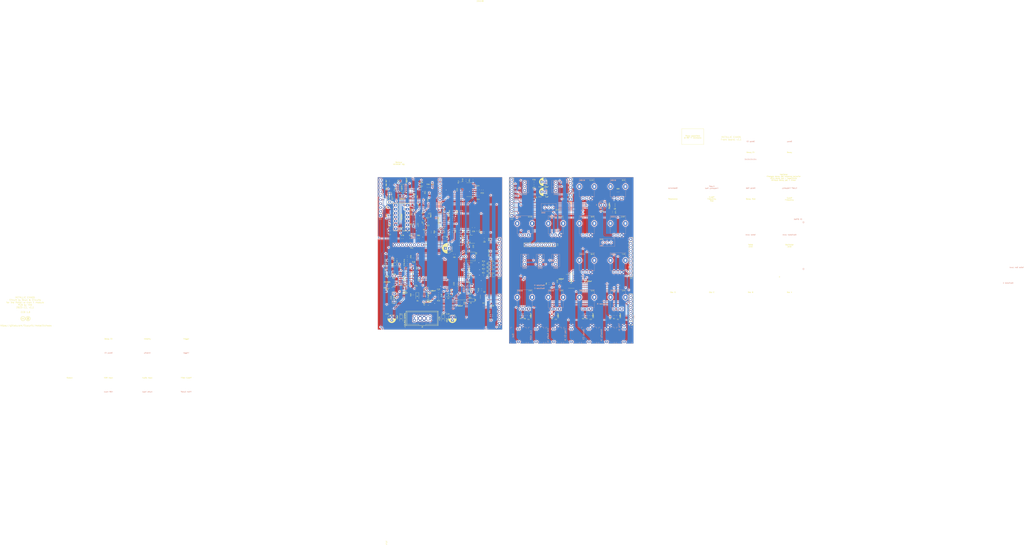
<source format=kicad_pcb>
(kicad_pcb (version 20221018) (generator pcbnew)
  (title_block (title "Metallic Chaos") (date "2023-11-10") (rev "v1.1") (company "TMD / ILLUCYNIC") (comment 1 "CC0 1.0") (comment 2 "https://gitlab.com/illucynic/metallicchaos") (comment 3 "Adapted to Kosmo format by TMD") (comment 4 "Based on the Metal-o-tron II module design by Skull & Circuits"))
  (layers (0 "F.Cu" signal) (31 "B.Cu" signal) (34 "B.Paste" user) (35 "F.Paste" user) (36 "B.SilkS" user "B.Silkscreen") (37 "F.SilkS" user "F.Silkscreen") (38 "B.Mask" user) (39 "F.Mask" user) (44 "Edge.Cuts" user))
  (net 0 "")
  (net 2 "GND")
  (net 3 "Net-(Q1-E)")
  (net 4 "Net-(Q2-B)")
  (net 5 "Net-(Q2-C)")
  (net 6 "Net-(Q3-D)")
  (net 7 "Net-(Q3-S)")
  (net 8 "Net-(Q3-G)")
  (net 9 "Net-(Q4-B)")
  (net 10 "Net-(Q4-C)")
  (net 11 "Net-(Q5-B)")
  (net 12 "Net-(Q5-C)")
  (net 13 "Net-(Q6-E)")
  (net 14 "Net-(Q6-B)")
  (net 15 "Net-(Q7-C)")
  (net 16 "Net-(Q8-B)")
  (net 17 "Net-(Q8-C)")
  (net 19 "VCA_A")
  (net 20 "Net-(SW5-C)")
  (net 21 "Net-(SW1-A)")
  (net 22 "Time_A")
  (net 23 "Net-(SW1-C)")
  (net 24 "Net-(D9-K)")
  (net 25 "HP2_A")
  (net 26 "HP_A")
  (net 27 "BP2_A")
  (net 28 "BP_A")
  (net 29 "LP2_A")
  (net 30 "LP_A")
  (net 31 "Net-(D7-K)")
  (net 32 "LP_B")
  (net 33 "LED_A")
  (net 34 "Net-(D8-K)")
  (net 35 "Net-(D7-A)")
  (net 36 "Net-(R66-Pad2)")
  (net 37 "Net-(U5B--)")
  (net 38 "Net-(U8C--)")
  (net 39 "Net-(J3-PadT)")
  (net 40 "Time_B")
  (net 41 "BP_B")
  (net 42 "Net-(U8C-+)")
  (net 43 "CVTrim_B")
  (net 44 "Net-(R54-Pad2)")
  (net 45 "Net-(R48-Pad2)")
  (net 46 "Net-(D5-K)")
  (net 47 "Net-(R51-Pad2)")
  (net 48 "Net-(R44-Pad2)")
  (net 49 "Net-(U4B--)")
  (net 50 "Net-(U8A--)")
  (net 51 "Net-(R41-Pad2)")
  (net 52 "Net-(U5D--)")
  (net 53 "Net-(U4C--)")
  (net 54 "HP_B")
  (net 55 "Net-(U8A-+)")
  (net 56 "Net-(U6C--)")
  (net 57 "Net-(R39-Pad1)")
  (net 58 "Freq_B")
  (net 59 "FreqCV_B")
  (net 60 "Net-(R31-Pad2)")
  (net 61 "Dec2_B")
  (net 62 "Net-(U5C-+)")
  (net 63 "Dec_B")
  (net 64 "Net-(U4A--)")
  (net 65 "Net-(J5-PadT)")
  (net 66 "Net-(C10-Pad1)")
  (net 67 "Noise_Lvl_B")
  (net 68 "OSC_Lvl_B")
  (net 69 "Net-(U4D--)")
  (net 70 "FilterCV")
  (net 71 "Net-(R81-Pad2)")
  (net 72 "Net-(U5A-+)")
  (net 73 "VCA_B")
  (net 74 "Net-(U10A-VREF)")
  (net 75 "LED_B")
  (net 76 "Net-(U10A-II1)")
  (net 77 "Res1_B")
  (net 78 "Net-(U10A-VE1)")
  (net 79 "LP2_B")
  (net 80 "BP2_B")
  (net 81 "HP2_B")
  (net 82 "Net-(U10B-II2)")
  (net 83 "OSC1_A")
  (net 84 "Net-(U9A--)")
  (net 85 "OSC2_A")
  (net 86 "Net-(U1C-+)")
  (net 87 "OSC3_A")
  (net 88 "Net-(U1D-+)")
  (net 89 "OSC4_A")
  (net 90 "Net-(C5-Pad1)")
  (net 91 "Net-(U1B-+)")
  (net 92 "Net-(U1A-+)")
  (net 93 "Net-(D1-K)")
  (net 94 "Net-(D2-K)")
  (net 95 "Net-(C7-Pad1)")
  (net 96 "Net-(U3B-+)")
  (net 97 "Net-(J1-PadT)")
  (net 98 "Net-(D3-K)")
  (net 99 "Net-(C8-Pad1)")
  (net 100 "NoiseLvl1_B")
  (net 101 "Vref")
  (net 102 "Net-(D4-K)")
  (net 103 "Net-(U3B--)")
  (net 104 "Net-(U3A-+)")
  (net 105 "Net-(J7-PadT)")
  (net 106 "Net-(U10A-IO1)")
  (net 107 "Net-(U9B--)")
  (net 108 "OSC_B")
  (net 109 "Net-(D11-K)")
  (net 110 "Net-(D10-A)")
  (net 111 "CVTrim_A")
  (net 112 "NoiseLvl1_A")
  (net 113 "NoiseLvl2_A")
  (net 114 "Noise_Lvl_A")
  (net 115 "Noise_A")
  (net 116 "Dec2_A")
  (net 117 "FreqCV_A")
  (net 118 "FreqCV_In_A")
  (net 119 "Freq_A")
  (net 120 "Dec_A")
  (net 121 "DecCV_In_A")
  (net 122 "Res1_A")
  (net 123 "Res2_A")
  (net 124 "Net-(U1C--)")
  (net 125 "Net-(U1D--)")
  (net 126 "Net-(U1B--)")
  (net 127 "Net-(U1A--)")
  (net 128 "FreqM2_A")
  (net 129 "FreqM1_A")
  (net 130 "OSC_Lvl_A")
  (net 131 "OSC_A")
  (net 132 "FreqCV_In_B")
  (net 133 "DecCV_In_B")
  (net 134 "NoiseLvl2_B")
  (net 135 "Net-(D5-A)")
  (net 137 "Net-(C12-Pad1)")
  (net 138 "Net-(C16-Pad1)")
  (net 140 "Net-(U2-Pad4)")
  (net 141 "Net-(U2-Pad3)")
  (net 142 "Net-(U2-Pad10)")
  (net 143 "Net-(C9-Pad1)")
  (net 144 "Net-(D6-A)")
  (net 145 "Net-(U10B-VC2)")
  (net 148 "FreqM2_B")
  (net 149 "Net-(U10B-VE2)")
  (net 150 "OSC1_B")
  (net 151 "OSC4_B")
  (net 152 "OSC3_B")
  (net 153 "OSC2_B")
  (net 154 "-12V")
  (net 155 "+12V")
  (footprint "Resistor_SMD:R_0603_1608Metric" (layer "F.Cu") (at 73.8 89)
    (fp_text reference "R24")
    (fp_text value "100k")
  )
  (footprint "Resistor_SMD:R_0603_1608Metric" (layer "F.Cu") (at 32.4 10)
    (fp_text reference "R31")
    (fp_text value "20k")
  )
  (footprint "Capacitor_SMD:C_0805_2012Metric_Pad1.18x1.45mm_HandSolder" (layer "F.Cu") (at 59 44.5 180)
    (fp_text reference "C22")
    (fp_text value "100nF")
  )
  (footprint "Capacitor_SMD:C_0805_2012Metric_Pad1.18x1.45mm_HandSolder" (layer "F.Cu") (at 7.5 34.5 90)
    (fp_text reference "C37")
    (fp_text value "100nF")
  )
  (footprint "Capacitor_SMD:C_0805_2012Metric_Pad1.18x1.45mm_HandSolder" (layer "F.Cu") (at 51.5 68.5 180)
    (fp_text reference "C33")
    (fp_text value "100nF")
  )
  (footprint "Resistor_SMD:R_0603_1608Metric" (layer "F.Cu") (at 30.2 14.6)
    (fp_text reference "R25")
    (fp_text value "20k")
  )
  (footprint "Capacitor_SMD:C_0805_2012Metric_Pad1.18x1.45mm_HandSolder" (layer "F.Cu") (at 48.125 24.558249)
    (fp_text reference "C16")
    (fp_text value "150pF")
  )
  (footprint "Resistor_SMD:R_0603_1608Metric" (layer "F.Cu") (at 22.2 52 -90)
    (fp_text reference "R41")
    (fp_text value "100k")
  )
  (footprint "ao_tht:Power_Header" (layer "F.Cu") (at 23.46 92.04 90)
    (fp_text reference "J8")
    (fp_text value "Power_2x5")
  )
  (footprint "Diode_SMD:D_SOD-123" (layer "F.Cu") (at 73.475 60.46)
    (fp_text reference "D2")
    (fp_text value "1N4148")
  )
  (footprint "Resistor_SMD:R_0603_1608Metric" (layer "F.Cu") (at 7.5 5 180)
    (fp_text reference "R88")
    (fp_text value "1k")
  )
  (footprint "Resistor_SMD:R_0603_1608Metric" (layer "F.Cu") (at 52.5 38)
    (fp_text reference "R16")
    (fp_text value "1k")
  )
  (footprint "Resistor_SMD:R_0603_1608Metric" (layer "F.Cu") (at 26.1 39.5 90)
    (fp_text reference "R80")
    (fp_text value "100k")
  )
  (footprint "ao_tht:C_Rect_L7.2mm_W2.5mm_P5.00mm_FKS2_FKP2_MKS2_MKP2" (layer "F.Cu") (at 10.5 80 90)
    (fp_text reference "C13")
    (fp_text value "470nF")
  )
  (footprint "Capacitor_SMD:C_0805_2012Metric_Pad1.18x1.45mm_HandSolder" (layer "F.Cu") (at 17 71.5)
    (fp_text reference "C30")
    (fp_text value "100nF")
  )
  (footprint "Resistor_SMD:R_0603_1608Metric" (layer "F.Cu") (at 28 4.8)
    (fp_text reference "R38")
    (fp_text value "100k")
  )
  (footprint "Resistor_SMD:R_0603_1608Metric" (layer "F.Cu") (at 134.499999 89 -90)
    (fp_text reference "R4")
    (fp_text value "10k")
  )
  (footprint "Capacitor_SMD:C_0805_2012Metric_Pad1.18x1.45mm_HandSolder" (layer "F.Cu") (at 39.15 73.54 180)
    (fp_text reference "C10")
    (fp_text value "10nF")
  )
  (footprint "Diode_SMD:D_SOD-123" (layer "F.Cu") (at 73.475 57.96)
    (fp_text reference "D3")
    (fp_text value "1N4148")
  )
  (footprint "Resistor_SMD:R_0603_1608Metric" (layer "F.Cu") (at 32.125 30)
    (fp_text reference "R42")
    (fp_text value "200k")
  )
  (footprint "Package_TO_SOT_SMD:SOT-23-3" (layer "F.Cu") (at 6 69.95 180)
    (fp_text reference "Q5")
    (fp_text value "2N3904")
  )
  (footprint "Resistor_SMD:R_0603_1608Metric" (layer "F.Cu") (at 23 56)
    (fp_text reference "R48")
    (fp_text value "10k")
  )
  (footprint "Capacitor_SMD:C_0805_2012Metric_Pad1.18x1.45mm_HandSolder" (layer "F.Cu") (at 131 67)
    (fp_text reference "C21")
    (fp_text value "100nF")
  )
  (footprint "Diode_SMD:D_SOD-123" (layer "F.Cu") (at 42 91 -90)
    (fp_text reference "D10")
    (fp_text value "1N5817")
  )
  (footprint "Resistor_SMD:R_0603_1608Metric" (layer "F.Cu") (at 101.5 14.5)
    (fp_text reference "R70")
    (fp_text value "10k")
  )
  (footprint "Resistor_SMD:R_0603_1608Metric" (layer "F.Cu") (at 67.975 60.46)
    (fp_text reference "R12")
    (fp_text value "100k")
  )
  (footprint "Capacitor_SMD:C_0805_2012Metric_Pad1.18x1.45mm_HandSolder" (layer "F.Cu") (at 64.5 8 90)
    (fp_text reference "C24")
    (fp_text value "100nF")
  )
  (footprint "Package_SO:SO-14_3.9x8.65mm_P1.27mm" (layer "F.Cu") (at 52.975 74.54 180)
    (fp_text reference "U6")
    (fp_text value "TL074")
  )
  (footprint "Package_SO:SO-14_3.9x8.65mm_P1.27mm" (layer "F.Cu") (at 59.025 8 180)
    (fp_text reference "U4")
    (fp_text value "TL074")
  )
  (footprint "Resistor_SMD:R_0603_1608Metric" (layer "F.Cu") (at 48.125 27.058249 180)
    (fp_text reference "R64")
    (fp_text value "1k")
  )
  (footprint "Resistor_SMD:R_0603_1608Metric" (layer "F.Cu") (at 7 53.5)
    (fp_text reference "R72")
    (fp_text value "220k")
  )
  (footprint "Diode_SMD:D_SOD-123" (layer "F.Cu") (at 73.475 62.96)
    (fp_text reference "D1")
    (fp_text value "1N4148")
  )
  (footprint "Resistor_SMD:R_0603_1608Metric" (layer "F.Cu") (at 7.5 19.5)
    (fp_text reference "R85")
    (fp_text value "4.7k")
  )
  (footprint "Resistor_SMD:R_0603_1608Metric" (layer "F.Cu") (at 73.4525 40)
    (fp_text reference "R20")
    (fp_text value "1k")
  )
  (footprint "ao_tht:DIP-14_W7.62mm_Socket_LongPads" (layer "F.Cu") (at 19.12 33.24 180)
    (fp_text reference "U10")
    (fp_text value "AS3360")
  )
  (footprint "Capacitor_SMD:C_0805_2012Metric_Pad1.18x1.45mm_HandSolder" (layer "F.Cu") (at 15.5 2.5 180)
    (fp_text reference "C34")
    (fp_text value "100nF")
  )
  (footprint "Resistor_SMD:R_0603_1608Metric" (layer "F.Cu") (at 10.5 69 180)
    (fp_text reference "R55")
    (fp_text value "1M")
  )
  (footprint "Resistor_SMD:R_0603_1608Metric" (layer "F.Cu") (at 151 22.3625 180)
    (fp_text reference "R74")
    (fp_text value "1k")
  )
  (footprint "Capacitor_SMD:C_0805_2012Metric_Pad1.18x1.45mm_HandSolder" (layer "F.Cu") (at 52.5 35)
    (fp_text reference "C6")
    (fp_text value "10nF")
  )
  (footprint "Capacitor_SMD:C_0805_2012Metric_Pad1.18x1.45mm_HandSolder" (layer "F.Cu") (at 118 67)
    (fp_text reference "C20")
    (fp_text value "100nF")
  )
  (footprint "Resistor_SMD:R_0603_1608Metric" (layer "F.Cu") (at 48.125 22.058249)
    (fp_text reference "R60")
    (fp_text value "200k")
  )
  (footprint "Resistor_SMD:R_0603_1608Metric" (layer "F.Cu") (at 149.5 89 -90)
    (fp_text reference "R2")
    (fp_text value "10k")
  )
  (footprint "Capacitor_THT:C_Rect_L7.2mm_W5.5mm_P5.00mm_FKS2_FKP2_MKS2_MKP2" (layer "F.Cu") (at 56.5 51)
    (fp_text reference "C9")
    (fp_text value "1uF")
  )
  (footprint "Package_SO:SO-14_3.9x8.65mm_P1.27mm" (layer "F.Cu") (at 17.025 65.04 180)
    (fp_text reference "U5")
    (fp_text value "TL074")
  )
  (footprint "Resistor_SMD:R_0603_1608Metric" (layer "F.Cu") (at 94.499999 89 -90)
    (fp_text reference "R8")
    (fp_text value "10k")
  )
  (footprint "Resistor_SMD:R_0603_1608Metric" (layer "F.Cu") (at 34.4 35.2)
    (fp_text reference "R66")
    (fp_text value "10k")
  )
  (footprint "Resistor_SMD:R_0603_1608Metric" (layer "F.Cu") (at 32.4 6.6 90)
    (fp_text reference "R36")
    (fp_text value "470k")
  )
  (footprint "Connector_PinSocket_2.54mm:PinSocket_1x08_P2.54mm_Vertical" (layer "F.Cu") (at 113.12 43.5 -90)
    (fp_text reference "J13")
    (fp_text value "Conn_01x08_Female")
  )
  (footprint "Capacitor_SMD:C_0805_2012Metric_Pad1.18x1.45mm_HandSolder" (layer "F.Cu") (at 68.5 40 180)
    (fp_text reference "C8")
    (fp_text value "220nF")
  )
  (footprint "Resistor_SMD:R_0603_1608Metric" (layer "F.Cu") (at 131.999999 89 90)
    (fp_text reference "R3")
    (fp_text value "100k")
  )
  (footprint "Resistor_SMD:R_0603_1608Metric" (layer "F.Cu") (at 67.975 62.96)
    (fp_text reference "R11")
    (fp_text value "100k")
  )
  (footprint "Resistor_SMD:R_0603_1608Metric" (layer "F.Cu") (at 7 56 180)
    (fp_text reference "R75")
    (fp_text value "30k")
  )
  (footprint "Resistor_SMD:R_0603_1608Metric" (layer "F.Cu") (at 100.5 5.5 180)
    (fp_text reference "R77")
    (fp_text value "20k")
  )
  (footprint "Capacitor_SMD:C_0805_2012Metric_Pad1.18x1.45mm_HandSolder" (layer "F.Cu") (at 40.4 35 180)
    (fp_text reference "C27")
    (fp_text value "100nF")
  )
  (footprint "Diode_SMD:D_SOD-123" (layer "F.Cu") (at 25.475 76.54 -90)
    (fp_text reference "D5")
    (fp_text value "1N4148")
  )
  (footprint "Resistor_SMD:R_0603_1608Metric" (layer "F.Cu") (at 52.8 22.1 180)
    (fp_text reference "R62")
    (fp_text value "1k")
  )
  (footprint "Resistor_SMD:R_0603_1608Metric" (layer "F.Cu") (at 45.475 73.04 180)
    (fp_text reference "R69")
    (fp_text value "100k")
  )
  (footprint "Resistor_SMD:R_0603_1608Metric" (layer "F.Cu") (at 73.8 92 180)
    (fp_text reference "R28")
    (fp_text value "100k")
  )
  (footprint "Resistor_SMD:R_0603_1608Metric" (layer "F.Cu") (at 23.5 9 -90)
    (fp_text reference "R81")
    (fp_text value "100k")
  )
  (footprint "Resistor_SMD:R_0603_1608Metric" (layer "F.Cu") (at 6 73.5)
    (fp_text reference "R52")
    (fp_text value "1k")
  )
  (footprint "Connector_PinSocket_2.54mm:PinSocket_1x10_P2.54mm_Vertical" (layer "F.Cu") (at 162.775 40)
    (fp_text reference "J15")
    (fp_text value "Conn_01x10_Female")
  )
  (footprint "Resistor_SMD:R_0603_1608Metric" (layer "F.Cu") (at 12.325 53)
    (fp_text reference "R73")
    (fp_text value "100k")
  )
  (footprint "ao_tht:C_Rect_L7.2mm_W2.5mm_P5.00mm_FKS2_FKP2_MKS2_MKP2" (layer "F.Cu") (at 7.5 11 -90)
    (fp_text reference "C17")
    (fp_text value "4.7nF")
  )
  (footprint "Resistor_SMD:R_0603_1608Metric" (layer "F.Cu") (at 73.8 81.3 180)
    (fp_text reference "R30")
    (fp_text value "100k")
  )
  (footprint "Resistor_SMD:R_0603_1608Metric" (layer "F.Cu") (at 112 89 90)
    (fp_text reference "R5")
    (fp_text value "100k")
  )
  (footprint "Capacitor_SMD:C_0805_2012Metric_Pad1.18x1.45mm_HandSolder" (layer "F.Cu") (at 23.5 18)
    (fp_text reference "C38")
    (fp_text value "100nF")
  )
  (footprint "Capacitor_SMD:C_0805_2012Metric_Pad1.18x1.45mm_HandSolder" (layer "F.Cu") (at 40.125 21.058249 180)
    (fp_text reference "C26")
    (fp_text value "100nF")
  )
  (footprint "Resistor_SMD:R_0603_1608Metric" (layer "F.Cu") (at 35.1 2.6 90)
    (fp_text reference "R56")
    (fp_text value "68k")
  )
  (footprint "Resistor_SMD:R_0603_1608Metric" (layer "F.Cu") (at 39.15 78.04 180)
    (fp_text reference "R23")
    (fp_text value "1k")
  )
  (footprint "ao_tht:CP_Radial_D5.0mm_P2.00mm" (layer "F.Cu") (at 9 90.044888 -90)
    (fp_text reference "C19")
    (fp_text value "10uF")
  )
  (footprint "Resistor_SMD:R_0603_1608Metric" (layer "F.Cu") (at 22.665023 75.71822 90)
    (fp_text reference "R59")
    (fp_text value "1M")
  )
  (footprint "ao_tht:CP_Radial_D5.0mm_P2.00mm" (layer "F.Cu") (at 107.5 9.4 180)
    (fp_text reference "C14")
    (fp_text value "1uF")
  )
  (footprint "Resistor_SMD:R_0603_1608Metric" (layer "F.Cu") (at 24.5 61)
    (fp_text reference "R67")
    (fp_text value "300k")
  )
  (footprint "Package_TO_SOT_SMD:SOT-23-3" (layer "F.Cu") (at 151.05 18.5 -90)
    (fp_text reference "Q8")
    (fp_text value "2N3904")
  )
  (footprint "Resistor_SMD:R_0603_1608Metric" (layer "F.Cu") (at 48 35)
    (fp_text reference "R10")
    (fp_text value "100k")
  )
  (footprint "Diode_SMD:D_SOD-123" (layer "F.Cu") (at 73.475 55.46)
    (fp_text reference "D4")
    (fp_text value "1N4148")
  )
  (footprint "Resistor_SMD:R_0603_1608Metric" (layer "F.Cu") (at 23.7 23.7)
    (fp_text reference "R63")
    (fp_text value "1k")
  )
  (footprint "Capacitor_SMD:C_0805_2012Metric_Pad1.18x1.45mm_HandSolder" (layer "F.Cu") (at 52.5 43)
    (fp_text reference "C7")
    (fp_text value "220nF")
  )
  (footprint "Resistor_SMD:R_0603_1608Metric" (layer "F.Cu") (at 32.1 27.6)
    (fp_text reference "R47")
    (fp_text value "1k")
  )
  (footprint "Diode_SMD:D_SOD-123" (layer "F.Cu") (at 15 91 -90)
    (fp_text reference "D11")
    (fp_text value "1N5817")
  )
  (footprint "Resistor_SMD:R_0603_1608Metric" (layer "F.Cu") (at 7.5 7.5 180)
    (fp_text reference "R86")
    (fp_text value "30k")
  )
  (footprint "Resistor_SMD:R_0603_1608Metric" (layer "F.Cu") (at 7.5 24.5)
    (fp_text reference "R82")
    (fp_text value "47k")
  )
  (footprint "Resistor_SMD:R_0603_1608Metric" (layer "F.Cu") (at 19 56)
    (fp_text reference "R46")
    (fp_text value "10k")
  )
  (footprint "ao_tht:CP_Radial_D5.0mm_P2.00mm" (layer "F.Cu") (at 48 90.022388 -90)
    (fp_text reference "C18")
    (fp_text value "10uF")
  )
  (footprint "Capacitor_SMD:C_0805_2012Metric_Pad1.18x1.45mm_HandSolder" (layer "F.Cu") (at 53.2 8 180)
    (fp_text reference "C23")
    (fp_text value "100nF")
  )
  (footprint "Resistor_SMD:R_0603_1608Metric" (layer "F.Cu") (at 59.475 76.04)
    (fp_text reference "R61")
    (fp_text value "1M")
  )
  (footprint "Resistor_SMD:R_0603_1608Metric" (layer "F.Cu") (at 32.125 32.5)
    (fp_text reference "R43")
    (fp_text value "1k")
  )
  (footprint "Resistor_SMD:R_0603_1608Metric" (layer "F.Cu") (at 73.4525 50.16)
    (fp_text reference "R21")
    (fp_text value "1.5k")
  )
  (footprint "Package_TO_SOT_SMD:SOT-23-3" (layer "F.Cu") (at 43.5 39.5)
    (fp_text reference "Q1")
    (fp_text value "BC550")
  )
  (footprint "Resistor_SMD:R_0603_1608Metric" (layer "F.Cu") (at 64.6 12.2 -90)
    (fp_text reference "R34")
    (fp_text value "100k")
  )
  (footprint "Resistor_SMD:R_0603_1608Metric" (layer "F.Cu") (at 64.2 34.6 -90)
    (fp_text reference "R71")
    (fp_text value "68k")
  )
  (footprint "Resistor_SMD:R_0603_1608Metric" (layer "F.Cu") (at 53.3 3 90)
    (fp_text reference "R44")
    (fp_text value "100k")
  )
  (footprint "Resistor_SMD:R_0603_1608Metric" (layer "F.Cu") (at 52.5 40.5)
    (fp_text reference "R18")
    (fp_text value "100k")
  )
  (footprint "Capacitor_SMD:C_0805_2012Metric_Pad1.18x1.45mm_HandSolder" (layer "F.Cu") (at 32.475 81.54 180)
    (fp_text reference "C28")
    (fp_text value "100nF")
  )
  (footprint "Package_TO_SOT_SMD:SOT-23-3" (layer "F.Cu") (at 27.7 30.2 90)
    (fp_text reference "Q7")
    (fp_text value "2N3906")
  )
  (footprint "Resistor_SMD:R_0603_1608Metric" (layer "F.Cu") (at 66.8 72.4 180)
    (fp_text reference "R19")
    (fp_text value "1M")
  )
  (footprint "Resistor_SMD:R_0603_1608Metric" (layer "F.Cu") (at 19.05 51.1)
    (fp_text reference "R35")
    (fp_text value "100k")
  )
  (footprint "Capacitor_SMD:C_0805_2012Metric_Pad1.18x1.45mm_HandSolder" (layer "F.Cu") (at 58.5 66 180)
    (fp_text reference "C36")
    (fp_text value "100nF")
  )
  (footprint "Package_TO_SOT_SMD:SOT-23-3" (layer "F.Cu") (at 23.7 30.2 90)
    (fp_text reference "Q6")
    (fp_text value "2N3906")
  )
  (footprint "Capacitor_SMD:C_0805_2012Metric_Pad1.18x1.45mm_HandSolder" (layer "F.Cu") (at 154.5 89 -90)
    (fp_text reference "C1")
    (fp_text value "100nF")
  )
  (footprint "Resistor_SMD:R_0603_1608Metric" (layer "F.Cu") (at 67.975 57.96)
    (fp_text reference "R14")
    (fp_text value "100k")
  )
  (footprint "Resistor_SMD:R_0603_1608Metric" (layer "F.Cu") (at 28 7.4)
    (fp_text reference "R37")
    (fp_text value "100k")
  )
  (footprint "Capacitor_SMD:C_0805_2012Metric_Pad1.18x1.45mm_HandSolder" (layer "F.Cu") (at 15.5 12 180)
    (fp_text reference "C35")
    (fp_text value "100nF")
  )
  (footprint "Resistor_SMD:R_0603_1608Metric" (layer "F.Cu") (at 56.8 2)
    (fp_text reference "R49")
    (fp_text value "100k")
  )
  (footprint "Resistor_SMD:R_0603_1608Metric" (layer "F.Cu") (at 38.975 76.04 180)
    (fp_text reference "R40")
    (fp_text value "100k")
  )
  (footprint "Resistor_SMD:R_0603_1608Metric" (layer "F.Cu") (at 24.325 66 180)
    (fp_text reference "R68")
    (fp_text value "470k")
  )
  (footprint "Connector_PinHeader_2.54mm:PinHeader_1x08_P2.54mm_Vertical" (layer "F.Cu") (at 162.75 94 180)
    (fp_text reference "J20")
    (fp_text value "Conn_01x08_Male")
  )
  (footprint "Resistor_SMD:R_0603_1608Metric" (layer "F.Cu") (at 32.1 25)
    (fp_text reference "R65")
    (fp_text value "10k")
  )
  (footprint "Capacitor_SMD:C_0805_2012Metric_Pad1.18x1.45mm_HandSolder" (layer "F.Cu") (at 137 88.9625 -90)
    (fp_text reference "C2")
    (fp_text value "100nF")
  )
  (footprint "Resistor_SMD:R_0603_1608Metric" (layer "F.Cu") (at 91.999999 89 90)
    (fp_text reference "R7")
    (fp_text value "100k")
  )
  (footprint "Resistor_SMD:R_0603_1608Metric" (layer "F.Cu") (at 7.5 2.5)
    (fp_text reference "R87")
    (fp_text value "47k")
  )
  (footprint "Capacitor_SMD:C_0805_2012Metric_Pad1.18x1.45mm_HandSolder" (layer "F.Cu") (at 33.5 22 180)
    (fp_text reference "C12")
    (fp_text value "150pF")
  )
  (footprint "Capacitor_SMD:C_0805_2012Metric_Pad1.18x1.45mm_HandSolder" (layer "F.Cu") (at 97 89 -90)
    (fp_text reference "C4")
    (fp_text value "100nF")
  )
  (footprint "Resistor_SMD:R_0603_1608Metric" (layer "F.Cu") (at 73.5 52.5 180)
    (fp_text reference "R27")
    (fp_text value "100k")
  )
  (footprint "Capacitor_SMD:C_0805_2012Metric_Pad1.18x1.45mm_HandSolder" (layer "F.Cu") (at 24.5 63.5)
    (fp_text reference "C11")
    (fp_text value "100nF")
  )
  (footprint "Resistor_SMD:R_0603_1608Metric" (layer "F.Cu") (at 67.2 8.2 90)
    (fp_text reference "R33")
    (fp_text value "100k")
  )
  (footprint "Resistor_SMD:R_0603_1608Metric" (layer "F.Cu") (at 154.5 9.5 -90)
    (fp_text reference "R89")
    (fp_text value "4.7k")
  )
  (footprint "Resistor_SMD:R_0603_1608Metric" (layer "F.Cu") (at 10.5 63.5 180)
    (fp_text reference "R22")
    (fp_text value "100k")
  )
  (footprint "Package_SO:SO-8_3.9x4.9mm_P1.27mm" (layer "F.Cu") (at 15.5 7 180)
    (fp_text reference "U9")
    (fp_text value "TL072")
  )
  (footprint "Capacitor_SMD:C_0805_2012Metric_Pad1.18x1.45mm_HandSolder" (layer "F.Cu") (at 52.95 81)
    (fp_text reference "C32")
    (fp_text value "100nF")
  )
  (footprint "Resistor_SMD:R_0603_1608Metric" (layer "F.Cu") (at 10.5 61 180)
    (fp_text reference "R39")
    (fp_text value "1M")
  )
  (footprint "Resistor_SMD:R_0603_1608Metric" (layer "F.Cu") (at 49.2 49.6 -90)
    (fp_text reference "R9")
    (fp_text value "4.7k")
  )
  (footprint "Resistor_SMD:R_0603_1608Metric" (layer "F.Cu") (at 61.2 2)
    (fp_text reference "R54")
    (fp_text value "100k")
  )
  (footprint "Resistor_SMD:R_0603_1608Metric" (layer "F.Cu") (at 29 22 180)
    (fp_text reference "R57")
    (fp_text value "47k")
  )
  (footprint "Resistor_SMD:R_0603_1608Metric" (layer "F.Cu") (at 68.5 35.5 180)
    (fp_text reference "R32")
    (fp_text value "100k")
  )
  (footprint "Resistor_SMD:R_0603_1608Metric" (layer "F.Cu") (at 22.975 58.5)
    (fp_text reference "R53")
    (fp_text value "1M")
  )
  (footprint "Resistor_SMD:R_0603_1608Metric" (layer "F.Cu") (at 23.5 12.5 180)
    (fp_text reference "R84")
    (fp_text value "47k")
  )
  (footprint "Resistor_SMD:R_0603_1608Metric" (layer "F.Cu") (at 15.9 39.5 90)
    (fp_text reference "R78")
    (fp_text value "100k")
  )
  (footprint "Capacitor_SMD:C_0805_2012Metric_Pad1.18x1.45mm_HandSolder" (layer "F.Cu") (at 17 58.5 180)
    (fp_text reference "C31")
    (fp_text value "100nF")
  )
  (footprint "Diode_SMD:D_SOD-123" (layer "F.Cu") (at 45.45 76 180)
    (fp_text reference "D7")
    (fp_text value "1N4148")
  )
  (footprint "Resistor_SMD:R_0603_1608Metric" (layer "F.Cu") (at 7.5 29.325 90)
    (fp_text reference "R83")
    (fp_text value "15k")
  )
  (footprint "Resistor_SMD:R_0603_1608Metric" (layer "F.Cu") (at 24.5 68.5 180)
    (fp_text reference "R26")
    (fp_text value "100k")
  )
  (footprint "Resistor_SMD:R_0603_1608Metric" (layer "F.Cu") (at 59.45 73.54 180)
    (fp_text reference "R50")
    (fp_text value "10k")
  )
  (footprint "Package_SO:SO-8_3.9x4.9mm_P1.27mm" (layer "F.Cu") (at 59 40 180)
    (fp_text reference "U3")
    (fp_text value "TL072")
  )
  (footprint "Package_SO:SO-8_3.9x4.9mm_P1.27mm" (layer "F.Cu") (at 32.475 76.515 180)
    (fp_text reference "U7")
    (fp_text value "TL072")
  )
  (footprint "Package_TO_SOT_SMD:SOT-23-3" (layer "F.Cu") (at 59.45 70.04 180)
    (fp_text reference "Q4")
    (fp_text value "2N3904")
  )
  (footprint "ao_tht:CP_Radial_D6.3mm_P2.50mm" (layer "F.Cu") (at 46 45.7 180)
    (fp_text reference "C5")
    (fp_text value "47uF")
  )
  (footprint "Resistor_SMD:R_0603_1608Metric" (layer "F.Cu") (at 30 35.2)
    (fp_text reference "R51")
    (fp_text value "10k")
  )
  (footprint "Connector_PinSocket_2.54mm:PinSocket_1x10_P2.54mm_Vertical" (layer "F.Cu") (at 86.225 24.575 180)
    (fp_text reference "J11")
    (fp_text value "Conn_01x10_Female")
  )
  (footprint "Diode_SMD:D_SOD-123" (layer "F.Cu") (at 12.3475 56)
    (fp_text reference "D8")
    (fp_text value "1N4148")
  )
  (footprint "ao_tht:CP_Radial_D5.0mm_P2.00mm" (layer "F.Cu") (at 107.5 3 180)
    (fp_text reference "C15")
    (fp_text value "10uF")
  )
  (footprint "Capacitor_SMD:C_0805_2012Metric_Pad1.18x1.45mm_HandSolder" (layer "F.Cu") (at 61.6 32.4 90)
    (fp_text reference "C25")
    (fp_text value "100nF")
  )
  (footprint "Resistor_SMD:R_0603_1608Metric" (layer "F.Cu") (at 67.975 55.46)
    (fp_text reference "R15")
    (fp_text value "100k")
  )
  (footprint "Package_SO:SO-16_3.9x9.9mm_P1.27mm" (layer "F.Cu") (at 40.125 28.058249 180)
    (fp_text reference "U8")
    (fp_text value "LM13700")
  )
  (footprint "Package_SO:SO-14_3.9x8.65mm_P1.27mm" (layer "F.Cu") (at 59 59.5 180)
    (fp_text reference "U2")
    (fp_text value "4070")
  )
  (footprint "Resistor_SMD:R_0603_1608Metric" (layer "F.Cu") (at 73.4525 47.62 180)
    (fp_text reference "R29")
    (fp_text value "100k")
  )
  (footprint "Resistor_SMD:R_0603_1608Metric" (layer "F.Cu") (at 19.05 53.6)
    (fp_text reference "R45")
    (fp_text value "10k")
  )
  (footprint "Package_TO_SOT_SMD:SOT-23-3" (layer "F.Cu") (at 5.8625 61 90)
    (fp_text reference "Q3")
    (fp_text value "J112")
  )
  (footprint "Resistor_SMD:R_0603_1608Metric" (layer "F.Cu") (at 21 39.5 90)
    (fp_text reference "R79")
    (fp_text value "100k")
  )
  (footprint "Resistor_SMD:R_0603_1608Metric" (layer "F.Cu") (at 110.175 68.5)
    (fp_text reference "R6")
    (fp_text value "10k")
  )
  (footprint "Diode_SMD:D_SOD-123" (layer "F.Cu") (at 59.95 79.04 180)
    (fp_text reference "D6")
    (fp_text value "1N4148")
  )
  (footprint "Resistor_SMD:R_0603_1608Metric" (layer "F.Cu") (at 152 89 90)
    (fp_text reference "R1")
    (fp_text value "100k")
  )
  (footprint "Package_SO:SO-14_3.9x8.65mm_P1.27mm" (layer "F.Cu") (at 124.5 67)
    (fp_text reference "U1")
    (fp_text value "TL074")
  )
  (footprint "Package_TO_SOT_SMD:SOT-23-3" (layer "F.Cu") (at 67.6 76.4375 90)
    (fp_text reference "Q2")
    (fp_text value "2N3904")
  )
  (footprint "Resistor_SMD:R_0603_1608Metric" (layer "F.Cu") (at 68.425 83.012499 90)
    (fp_text reference "R17")
    (fp_text value "100k")
  )
  (footprint "Capacitor_SMD:C_0805_2012Metric_Pad1.18x1.45mm_HandSolder" (layer "F.Cu") (at 32.525 71.54)
    (fp_text reference "C29")
    (fp_text value "100nF")
  )
  (footprint "Resistor_SMD:R_0603_1608Metric" (layer "F.Cu") (at 23.7 21.2)
    (fp_text reference "R58")
    (fp_text value "10k")
  )
  (footprint "ao_tht:CC0_logo" (layer "F.Cu") (at -226.628 90.952)
    (fp_text reference "G***" hide)
    (fp_text value "LOGO" hide)
  )
  (footprint "Capacitor_SMD:C_0805_2012Metric_Pad1.18x1.45mm_HandSolder" (layer "F.Cu") (at 114.499999 89 -90)
    (fp_text reference "C3")
    (fp_text value "100nF")
  )
  (footprint "Resistor_SMD:R_0603_1608Metric" (layer "F.Cu") (at 100.5 3)
    (fp_text reference "R76")
    (fp_text value "47k")
  )
  (footprint "Resistor_SMD:R_0603_1608Metric" (layer "F.Cu") (at 57.2 35 180)
    (fp_text reference "R13")
    (fp_text value "100k")
  )
  (footprint "Connector_PinSocket_2.54mm:PinSocket_1x06_P2.54mm_Vertical" (layer "F.Cu") (at 124 14.12 180)
    (fp_text reference "J9")
    (fp_text value "Conn_01x06_Female")
  )
  (footprint "_new kicad footprints:PJ-301-M-12" (layer "B.Cu") (at 124.5 100.99)
    (fp_text reference "J2" hide)
    (fp_text value "Freq CV In")
  )
  (footprint "Connector_PinHeader_2.54mm:PinHeader_1x10_P2.54mm_Vertical" (layer "B.Cu") (at 1.775 24.625)
    (fp_text reference "J12")
    (fp_text value "Conn_01x10_Male")
  )
  (footprint "ao_tht:Potentiometer_Alpha_RD901F-40-00D_Single_Vertical_centered" (layer "B.Cu") (at 94.499999 29.75 90)
    (fp_text reference "RV13")
    (fp_text value "A1M")
  )
  (footprint "ao_tht:Potentiometer_Alpha_RD901F-40-00D_Single_Vertical_centered" (layer "B.Cu") (at 114.499999 29.75 90)
    (fp_text reference "RV10")
    (fp_text value "B100k")
  )
  (footprint "_new kicad footprints:PJ-301-M-12" (layer "B.Cu") (at 158.49 100.99)
    (fp_text reference "J5" hide)
    (fp_text value "Trig In")
  )
  (footprint "_new kicad footprints:blue switch" (layer "B.Cu") (at 114.499999 56.025)
    (fp_text reference "SW4")
    (fp_text value "LP")
  )
  (footprint "ao_tht:Potentiometer_Alpha_RD901F-40-00D_Single_Vertical_centered" (layer "B.Cu") (at 134.499999 77.25 90)
    (fp_text reference "RV2")
    (fp_text value "B100k")
  )
  (footprint "_new kicad footprints:PJ-301-M-12" (layer "B.Cu") (at 113.17 100.99)
    (fp_text reference "J3" hide)
    (fp_text value "Ext Audio In")
  )
  (footprint "_new kicad footprints:PJ-301-M-12" (layer "B.Cu") (at 147.16 100.99)
    (fp_text reference "J4" hide)
    (fp_text value "Velocity In")
  )
  (footprint "ao_tht:Potentiometer_Alpha_RD901F-40-00D_Single_Vertical_centered" (layer "B.Cu") (at 154.499998 29.75 90)
    (fp_text reference "RV11")
    (fp_text value "A100k")
  )
  (footprint "ao_tht:Potentiometer_Alpha_RD901F-40-00D_Single_Vertical_centered" (layer "B.Cu") (at 154.499998 6 90)
    (fp_text reference "RV9")
    (fp_text value "B100k")
  )
  (footprint "ao_tht:Potentiometer_Alpha_RD901F-40-00D_Single_Vertical_centered" (layer "B.Cu") (at 94.499999 77.25 90)
    (fp_text reference "RV4")
    (fp_text value "B100k")
  )
  (footprint "ao_tht:Potentiometer_Bourns_3296W_Vertical_screw_centered" (layer "B.Cu") (at 144.04 43.15 180)
    (fp_text reference "RV5")
    (fp_text value "20k")
  )
  (footprint "ao_tht:Potentiometer_Alpha_RD901F-40-00D_Single_Vertical_centered" (layer "B.Cu") (at 154.499998 77.25 90)
    (fp_text reference "RV1")
    (fp_text value "B100k")
  )
  (footprint "ao_tht:Potentiometer_Alpha_RD901F-40-00D_Single_Vertical_centered" (layer "B.Cu") (at 134.499999 6 90)
    (fp_text reference "RV12")
    (fp_text value "B100k")
  )
  (footprint "ao_tht:Potentiometer_Alpha_RD901F-40-00D_Single_Vertical_centered" (layer "B.Cu") (at 134.499999 29.75 90)
    (fp_text reference "RV6")
    (fp_text value "B10k")
  )
  (footprint "_new kicad footprints:blue switch" (layer "B.Cu") (at 94.499999 56.025)
    (fp_text reference "SW2")
    (fp_text value "HP")
  )
  (footprint "Connector_PinHeader_2.54mm:PinHeader_1x06_P2.54mm_Vertical" (layer "B.Cu") (at 40 14.475)
    (fp_text reference "J10")
    (fp_text value "Conn_01x06_Male")
  )
  (footprint "ao_tht:LED_D5.0mm" (layer "B.Cu") (at 143.362498 17.875)
    (fp_text reference "D9")
    (fp_text value "LED")
  )
  (footprint "_new kicad footprints:blue switch" (layer "B.Cu") (at 94.499999 8.525)
    (fp_text reference "SW5")
    (fp_text value "VCA On/Off")
  )
  (footprint "ao_tht:Potentiometer_Bourns_3296W_Vertical_screw_centered" (layer "B.Cu") (at 113.5 18.35)
    (fp_text reference "RV14")
    (fp_text value "100k")
  )
  (footprint "Connector_PinHeader_2.54mm:PinHeader_1x08_P2.54mm_Vertical" (layer "B.Cu") (at 78.225 94)
    (fp_text reference "J17")
    (fp_text value "Conn_01x08_Male")
  )
  (footprint "Connector_PinHeader_2.54mm:PinHeader_1x08_P2.54mm_Vertical" (layer "B.Cu") (at 28.62 43.475 90)
    (fp_text reference "J14")
    (fp_text value "Conn_01x08_Male")
  )
  (footprint "_new kicad footprints:blue switch" (layer "B.Cu") (at 114.499999 8.525)
    (fp_text reference "SW1")
    (fp_text value "Decay Short/Long")
  )
  (footprint "ao_tht:Potentiometer_Alpha_RD901F-40-00D_Single_Vertical_centered" (layer "B.Cu") (at 114.499999 77.25 90)
    (fp_text reference "RV3")
    (fp_text value "B100k")
  )
  (footprint "Connector_PinHeader_2.54mm:PinHeader_1x10_P2.54mm_Vertical" (layer "B.Cu") (at 78.225 40 180)
    (fp_text reference "J16")
    (fp_text value "Conn_01x10_Male")
  )
  (footprint "ao_tht:Potentiometer_Alpha_RD901F-40-00D_Single_Vertical_centered" (layer "B.Cu") (at 154.499998 53.5 90)
    (fp_text reference "RV7")
    (fp_text value "A100k")
  )
  (footprint "_new kicad footprints:PJ-301-M-12" (layer "B.Cu") (at 101.84 100.99)
    (fp_text reference "J1" hide)
    (fp_text value "Ext XOR")
  )
  (footprint "ao_tht:Potentiometer_Alpha_RD901F-40-00D_Single_Vertical_centered" (layer "B.Cu") (at 134.499999 53.5 90)
    (fp_text reference "RV8")
    (fp_text value "A100k")
  )
  (footprint "_new kicad footprints:PJ-301-M-12" (layer "B.Cu") (at 90.51 100.99)
    (fp_text reference "J7" hide)
    (fp_text value "Out")
  )
  (footprint "_new kicad footprints:blue switch" (layer "B.Cu") (at 104.499999 56.025)
    (fp_text reference "SW3")
    (fp_text value "BP")
  )
  (footprint "_new kicad footprints:PJ-301-M-12" (layer "B.Cu") (at 135.83 100.99)
    (fp_text reference "J6" hide)
    (fp_text value "Decay CV")
  )
  (gr_circle (center 273.832 29.012) (end 274.332 29.012) (stroke (width 0.15)) (fill none) (layer "B.SilkS"))
  (gr_line (start 273.832 28.512) (end 273.832 29.512) (stroke (width 0.15)) (layer "B.SilkS"))
  (gr_circle (center 273.832 59.012) (end 274.332 59.012) (stroke (width 0.15)) (fill none) (layer "B.SilkS"))
  (gr_line (start 273.832 58.512) (end 273.832 59.512) (stroke (width 0.15)) (layer "B.SilkS"))
  (gr_rect (start 195.5 -31.184) (end 209.724 -21.064) (stroke (width 0.15)) (fill none) (layer "F.SilkS"))
  (gr_rect (start 84.5 0) (end 164.5 107) (stroke (width 0.1)) (fill none) (layer "Edge.Cuts"))
  (gr_rect (start 0 0) (end 80 98) (stroke (width 0.1)) (fill none) (layer "Edge.Cuts"))
  (gr_text "Cutoff\nFrequency Mod" (at 214.832 6.512) (layer "B.SilkS") (effects (font (size 0.75 0.75)) (justify mirror)))
  (gr_text "Noise Gen Level" (at 410.9895 58.044) (layer "B.SilkS") (effects (font (size 0.75 0.75)) (justify mirror)))
  (gr_text "Oscillator A" (at 405.4895 68.044) (layer "B.SilkS") (effects (font (size 0.75 0.75)) (justify mirror)))
  (gr_text "Decay CV" (at -173.268 113.012) (layer "B.SilkS") (effects (font (size 0.75 0.75)) (justify mirror)))
  (gr_text "Resonance" (at 189.832 7.012) (layer "B.SilkS") (effects (font (size 0.75 0.75)) (justify mirror)))
  (gr_text "Cutoff Frequency" (at 264.832 7.012) (layer "B.SilkS") (effects (font (size 0.75 0.75)) (justify mirror)))
  (gr_text "Decay" (at 264.832 -22.988) (layer "B.SilkS") (effects (font (size 0.75 0.75)) (justify mirror)))
  (gr_text "Audio Input" (at -148.268 138.012) (layer "B.SilkS") (effects (font (size 0.75 0.75)) (justify mirror)))
  (gr_text "Trigger" (at -123.268 113.012) (layer "B.SilkS") (effects (font (size 0.75 0.75)) (justify mirror)))
  (gr_text "XOR Input" (at -173.268 138.012) (layer "B.SilkS") (effects (font (size 0.75 0.75)) (justify mirror)))
  (gr_text "JLCJLCJLCJLC" (at 239.832 -11.488) (layer "B.SilkS") (effects (font (size 0.75 0.75)) (justify mirror)))
  (gr_text "Oscillator Level" (at 264.832 37.012) (layer "B.SilkS") (effects (font (size 0.75 0.75)) (justify mirror)))
  (gr_text "Filter Cutoff" (at -123.268 138.012) (layer "B.SilkS") (effects (font (size 0.75 0.75)) (justify mirror)))
  (gr_text "Velocity" (at -148.268 113.012) (layer "B.SilkS") (effects (font (size 0.75 0.75)) (justify mirror)))
  (gr_text "Noise Level" (at 239.832 37.012) (layer "B.SilkS") (effects (font (size 0.75 0.75)) (justify mirror)))
  (gr_text "CV Offset" (at 270.332 27.012) (layer "B.SilkS") (effects (font (size 0.75 0.75)) (justify mirror)))
  (gr_text "Oscillator B" (at 144.5 81.5) (layer "B.SilkS") (effects (font (size 0.75 0.75)) (justify mirror)))
  (gr_text "Oscillator D" (at 104 69.5) (layer "B.SilkS") (effects (font (size 0.75 0.75)) (justify mirror)))
  (gr_text "Decay Mod" (at 239.832 7.012) (layer "B.SilkS") (effects (font (size 0.75 0.75)) (justify mirror)))
  (gr_text "Oscillator C" (at 104 71.5) (layer "B.SilkS") (effects (font (size 0.75 0.75)) (justify mirror)))
  (gr_text "Decay CV" (at 239.832 -22.988) (layer "B.SilkS") (effects (font (size 0.75 0.75)) (justify mirror)))
  (gr_text "Osc C" (at 214.832 74.012) (layer "F.SilkS") (effects (font (size 0.75 0.75))))
  (gr_text "*optional\nChanges decay pot response behavior\nWith: decay pot = logarithmic\nWithout: decay pot = linear" (at 261.082 0.088) (layer "F.SilkS") (effects (font (size 0.75 0.75))))
  (gr_text "Osc D" (at 189.832 74.012) (layer "F.SilkS") (effects (font (size 0.75 0.75))))
  (gr_text "Decay Mod" (at 239.832 14.012) (layer "F.SilkS") (effects (font (size 0.75 0.75))))
  (gr_text "Noise\nLevel" (at 239.832 44.012) (layer "F.SilkS") (effects (font (size 0.75 0.75))))
  (gr_text "Remove\ncollector leg" (at 13.5 -9) (layer "F.SilkS") (effects (font (size 0.75 0.75))))
  (gr_text "Osc B" (at 239.832 74.012) (layer "F.SilkS") (effects (font (size 0.75 0.75))))
  (gr_text "Trigger" (at -123.268 104.012) (layer "F.SilkS") (effects (font (size 0.75 0.75))))
  (gr_text "Place capacitors\nat 90° if necessary" (at 202.612 -25.988) (layer "F.SilkS") (effects (font (size 0.75 0.75))))
  (gr_text "Output" (at -198.268 129.012) (layer "F.SilkS") (effects (font (size 0.75 0.75))))
  (gr_text "Decay" (at 264.832 -15.988) (layer "F.SilkS") (effects (font (size 0.75 0.75))))
  (gr_text "Resonance" (at 189.832 14.012) (layer "F.SilkS") (effects (font (size 0.75 0.75))))
  (gr_text "METALLIC CHAOS\nCircuit by Skull & Circuits\nfor the Metal-o-tron II module\nPCB by TMD\n2023-11, v1.1" (at -226.868 80.552) (layer "F.SilkS") (effects (font (size 1 1))))
  (gr_text "METALLIC CHAOS\nFront board, v1.1" (at 227.332 -24.988) (layer "F.SilkS") (effects (font (size 1 1))))
  (gr_text "Cutoff\nFrequency" (at 264.832 14.012) (layer "F.SilkS") (effects (font (size 0.75 0.75))))
  (gr_text "Oscillator\nLevel" (at 264.832 44.012) (layer "F.SilkS") (effects (font (size 0.75 0.75))))
  (gr_text "Decay CV" (at 239.832 -15.988) (layer "F.SilkS") (effects (font (size 0.75 0.75))))
  (gr_text "Osc A" (at 264.832 74.012) (layer "F.SilkS") (effects (font (size 0.75 0.75))))
  (gr_text "https://gitlab.com/illucynic/metallicchaos" (at -226.398 95.442) (layer "F.SilkS") (effects (font (size 1 1))))
  (gr_text "Filter Cutoff" (at -123.268 129.012) (layer "F.SilkS") (effects (font (size 0.75 0.75))))
  (gr_text "CC0 1.0" (at -226.628 86.852) (layer "F.SilkS") (effects (font (size 1 1))))
  (gr_text "Audio Input" (at -148.268 129.012) (layer "F.SilkS") (effects (font (size 0.75 0.75))))
  (gr_text "XOR Input" (at -173.268 129.012) (layer "F.SilkS") (effects (font (size 0.75 0.75))))
  (gr_text "Velocity" (at -148.268 104.012) (layer "F.SilkS") (effects (font (size 0.75 0.75))))
  (gr_text "Decay CV" (at -173.268 104.012) (layer "F.SilkS") (effects (font (size 0.75 0.75))))
  (gr_text "Cutoff\nFrequency\nMod" (at 214.832 14.012) (layer "F.SilkS") (effects (font (size 0.75 0.75))))
  (segment (start 14.55 66.31) (end 10.11 66.31) (width 0.25) (layer "F.Cu") (net 2))
  (segment (start 56.55 6.73) (end 61.5 6.73) (width 0.25) (layer "F.Cu") (net 2))
  (segment (start 10.11 66.31) (end 8 64.2) (width 0.25) (layer "F.Cu") (net 2))
  (via (at 59.6 36.6) (size 0.8) (drill 0.4) (layers "F.Cu" "B.Cu") (net 2))
  (via (at 28.4 17.6) (size 0.8) (drill 0.4) (layers "F.Cu" "B.Cu") (net 2))
  (via (at 64.2 74) (size 0.8) (drill 0.4) (layers "F.Cu" "B.Cu") (net 2))
  (via (at 7.8 50.8) (size 0.8) (drill 0.4) (layers "F.Cu" "B.Cu") (net 2))
  (via (at 43.5 78) (size 0.8) (drill 0.4) (layers "F.Cu" "B.Cu") (net 2))
  (via (at 37.4 38.4) (size 0.8) (drill 0.4) (layers "F.Cu" "B.Cu") (net 2))
  (via (at 19.2 35.4) (size 0.8) (drill 0.4) (layers "F.Cu" "B.Cu") (net 2))
  (via (at 12.2 56) (size 0.8) (drill 0.4) (layers "F.Cu" "B.Cu") (net 2))
  (via (at 29 27) (size 0.8) (drill 0.4) (layers "F.Cu" "B.Cu") (net 2))
  (via (at 8 64.2) (size 0.8) (drill 0.4) (layers "F.Cu" "B.Cu") (net 2))
  (via (at 66.5 66.5) (size 0.8) (drill 0.4) (layers "F.Cu" "B.Cu") (net 2))
  (via (at 9.2 71) (size 0.8) (drill 0.4) (layers "F.Cu" "B.Cu") (net 2))
  (via (at 78.4 96.6) (size 0.8) (drill 0.4) (layers "F.Cu" "B.Cu") (net 2))
  (via (at 27 24.8) (size 0.8) (drill 0.4) (layers "F.Cu" "B.Cu") (net 2))
  (via (at 65.5 59.5) (size 0.8) (drill 0.4) (layers "F.Cu" "B.Cu") (net 2))
  (via (at 29 9.2) (size 0.8) (drill 0.4) (layers "F.Cu" "B.Cu") (net 2))
  (via (at 45.4 74.6) (size 0.8) (drill 0.4) (layers "F.Cu" "B.Cu") (net 2))
  (via (at 29 38.5) (size 0.8) (drill 0.4) (layers "F.Cu" "B.Cu") (net 2))
  (via (at 24.8 34.4) (size 0.8) (drill 0.4) (layers "F.Cu" "B.Cu") (net 2))
  (via (at 65 55) (size 0.8) (drill 0.4) (layers "F.Cu" "B.Cu") (net 2))
  (via (at 59 9.2) (size 0.8) (drill 0.4) (layers "F.Cu" "B.Cu") (net 2))
  (via (at 36.6 81.2) (size 0.8) (drill 0.4) (layers "F.Cu" "B.Cu") (net 2))
  (via (at 40.4 70.2) (size 0.8) (drill 0.4) (layers "F.Cu" "B.Cu") (net 2))
  (via (at 65.4 63) (size 0.8) (drill 0.4) (layers "F.Cu" "B.Cu") (net 2))
  (via (at 37.4 35.2) (size 0.8) (drill 0.4) (layers "F.Cu" "B.Cu") (net 2))
  (via (at 10.5 8.5) (size 0.8) (drill 0.4) (layers "F.Cu" "B.Cu") (net 2))
  (via (at 44 8.2) (size 0.8) (drill 0.4) (layers "F.Cu" "B.Cu") (net 2))
  (via (at 41 75.4) (size 0.8) (drill 0.4) (layers "F.Cu" "B.Cu") (net 2))
  (via (at 19 2.5) (size 0.8) (drill 0.4) (layers "F.Cu" "B.Cu") (net 2))
  (segment (start 50.6625 34.2) (end 51.4625 35) (width 0.25) (layer "F.Cu") (net 3))
  (segment (start 47.975 34.2) (end 50.6625 34.2) (width 0.25) (layer "F.Cu") (net 3))
  (segment (start 44.5 37.675) (end 47.175 35) (width 0.25) (layer "F.Cu") (net 3))
  (segment (start 44.5 39.3625) (end 44.5 37.675) (width 0.25) (layer "F.Cu") (net 3))
  (segment (start 47.175 35) (end 47.975 34.2) (width 0.25) (layer "F.Cu") (net 3))
  (segment (start 68.55 82.0625) (end 68.55 77.575) (width 0.25) (layer "F.Cu") (net 4))
  (segment (start 68.425 82.1875) (end 68.55 82.0625) (width 0.25) (layer "F.Cu") (net 4))
  (segment (start 67.625 75.275) (end 67.625 72.4) (width 0.25) (layer "F.Cu") (net 5))
  (segment (start 62.4 75.6) (end 67.3 75.6) (width 0.25) (layer "F.Cu") (net 5))
  (segment (start 56.525 62.04) (end 59.56 62.04) (width 0.25) (layer "F.Cu") (net 5))
  (segment (start 67.3 75.6) (end 67.625 75.275) (width 0.25) (layer "F.Cu") (net 5))
  (segment (start 59.56 62.04) (end 59.6 62) (width 0.25) (layer "F.Cu") (net 5))
  (via (at 62.4 75.6) (size 0.8) (drill 0.4) (layers "F.Cu" "B.Cu") (net 5))
  (via (at 59.6 62) (size 0.8) (drill 0.4) (layers "F.Cu" "B.Cu") (net 5))
  (segment (start 61.6 74.8) (end 62.4 75.6) (width 0.25) (layer "B.Cu") (net 5))
  (segment (start 59.6 62) (end 61.6 64) (width 0.25) (layer "B.Cu") (net 5))
  (segment (start 61.6 64) (end 61.6 74.8) (width 0.25) (layer "B.Cu") (net 5))
  (segment (start 19.5 67.58) (end 18.875 66.955) (width 0.25) (layer "F.Cu") (net 6))
  (segment (start 9.093604 66.955) (end 4.9125 62.773896) (width 0.25) (layer "F.Cu") (net 6))
  (segment (start 18.875 66.955) (end 9.093604 66.955) (width 0.25) (layer "F.Cu") (net 6))
  (segment (start 4.9125 62.773896) (end 4.9125 62.1375) (width 0.25) (layer "F.Cu") (net 6))
  (segment (start 19.5 67.58) (end 19.5 68.85) (width 0.25) (layer "F.Cu") (net 6))
  (segment (start 15.875 61.875) (end 17.77 63.77) (width 0.25) (layer "F.Cu") (net 7))
  (segment (start 21 63.77) (end 21.27 63.5) (width 0.25) (layer "F.Cu") (net 7))
  (segment (start 7.075 61.875) (end 15.875 61.875) (width 0.25) (layer "F.Cu") (net 7))
  (segment (start 6.8125 62.1375) (end 7.075 61.875) (width 0.25) (layer "F.Cu") (net 7))
  (segment (start 19.5 63.77) (end 21 63.77) (width 0.25) (layer "F.Cu") (net 7))
  (segment (start 17.77 63.77) (end 19.5 63.77) (width 0.25) (layer "F.Cu") (net 7))
  (segment (start 21.27 63.5) (end 23.4625 63.5) (width 0.25) (layer "F.Cu") (net 7))
  (segment (start 5.8625 59.8625) (end 7 61) (width 0.25) (layer "F.Cu") (net 8))
  (segment (start 7 61) (end 9.675 61) (width 0.25) (layer "F.Cu") (net 8))
  (segment (start 27.4755 65.275) (end 47.625 65.275) (width 0.25) (layer "F.Cu") (net 9))
  (segment (start 47.625 65.275) (end 49.55 67.2) (width 0.25) (layer "F.Cu") (net 9))
  (segment (start 58.6975 67.2) (end 60.5875 69.09) (width 0.25) (layer "F.Cu") (net 9))
  (segment (start 49.55 67.2) (end 58.6975 67.2) (width 0.25) (layer "F.Cu") (net 9))
  (segment (start 26.8005 64.6) (end 27.4755 65.275) (width 0.25) (layer "F.Cu") (net 9))
  (segment (start 23.8 58.5) (end 26.5 58.5) (width 0.25) (layer "F.Cu") (net 9))
  (via (at 26.5 58.5) (size 0.8) (drill 0.4) (layers "F.Cu" "B.Cu") (net 9))
  (via (at 26.8005 64.6) (size 0.8) (drill 0.4) (layers "F.Cu" "B.Cu") (net 9))
  (segment (start 26.8005 64.6) (end 26.5 64.2995) (width 0.25) (layer "B.Cu") (net 9))
  (segment (start 26.5 64.2995) (end 26.5 58.5) (width 0.25) (layer "B.Cu") (net 9))
  (segment (start 60 70) (end 58.3525 70) (width 0.25) (layer "F.Cu") (net 10))
  (segment (start 58.3525 70) (end 58.3125 70.04) (width 0.25) (layer "F.Cu") (net 10))
  (via (at 60 70) (size 0.8) (drill 0.4) (layers "F.Cu" "B.Cu") (net 10))
  (via (at 60.275 73.54) (size 0.8) (drill 0.4) (layers "F.Cu" "B.Cu") (net 10))
  (segment (start 60.275 70.275) (end 60.275 73.54) (width 0.25) (layer "B.Cu") (net 10))
  (segment (start 60 70) (end 60.275 70.275) (width 0.25) (layer "B.Cu") (net 10))
  (segment (start 9.675 69) (end 7.1375 69) (width 0.25) (layer "F.Cu") (net 11))
  (segment (start 4.8625 73.1875) (end 5.175 73.5) (width 0.25) (layer "F.Cu") (net 12))
  (segment (start 4.8625 69.95) (end 4.8625 73.1875) (width 0.25) (layer "F.Cu") (net 12))
  (segment (start 26.75 27.75) (end 29.5 25) (width 0.25) (layer "F.Cu") (net 13))
  (segment (start 25.7625 32.325) (end 26.75 31.3375) (width 0.25) (layer "F.Cu") (net 13))
  (segment (start 22.75 31.3375) (end 23.7375 32.325) (width 0.25) (layer "F.Cu") (net 13))
  (segment (start 23.7375 32.325) (end 25.7625 32.325) (width 0.25) (layer "F.Cu") (net 13))
  (segment (start 26.75 31.3375) (end 26.75 27.75) (width 0.25) (layer "F.Cu") (net 13))
  (segment (start 29.5 25) (end 31.275 25) (width 0.25) (layer "F.Cu") (net 13))
  (segment (start 24.525 26.2) (end 24.525 23.7) (width 0.25) (layer "F.Cu") (net 14))
  (segment (start 28.175 22) (end 26.225 22) (width 0.25) (layer "F.Cu") (net 14))
  (segment (start 26.225 22) (end 24.525 23.7) (width 0.25) (layer "F.Cu") (net 14))
  (segment (start 24.65 26.325) (end 24.65 31.8375) (width 0.25) (layer "F.Cu") (net 14))
  (segment (start 24.525 23.7) (end 24.525 21.2) (width 0.25) (layer "F.Cu") (net 14))
  (segment (start 29.275 35.1) (end 29.175 35.2) (width 0.25) (layer "F.Cu") (net 15))
  (segment (start 29.975 36) (end 32.775 36) (width 0.25) (layer "F.Cu") (net 15))
  (segment (start 27.7 29.0625) (end 27.709251 29.0625) (width 0.25) (layer "F.Cu") (net 15))
  (segment (start 27.709251 29.0625) (end 29.275 30.628249) (width 0.25) (layer "F.Cu") (net 15))
  (segment (start 29.275 30.628249) (end 29.275 35.1) (width 0.25) (layer "F.Cu") (net 15))
  (segment (start 29.175 35.2) (end 29.975 36) (width 0.25) (layer "F.Cu") (net 15))
  (segment (start 32.775 36) (end 33.575 35.2) (width 0.25) (layer "F.Cu") (net 15))
  (segment (start 102.325 14.5) (end 104.475 16.65) (width 0.25) (layer "F.Cu") (net 16))
  (segment (start 104.475 16.65) (end 149.3875 16.65) (width 0.25) (layer "F.Cu") (net 16))
  (segment (start 149.3875 16.65) (end 150.1 17.3625) (width 0.25) (layer "F.Cu") (net 16))
  (segment (start 151.05 19.6375) (end 151.825 20.4125) (width 0.25) (layer "F.Cu") (net 17))
  (segment (start 151.825 20.4125) (end 151.825 22.3625) (width 0.25) (layer "F.Cu") (net 17))
  (segment (start 94.499999 5.985) (end 96.985 5.985) (width 0.25) (layer "F.Cu") (net 19))
  (segment (start 96.985 5.985) (end 98.775 7.775) (width 0.25) (layer "F.Cu") (net 19))
  (segment (start 98.775 7.775) (end 101 7.775) (width 0.25) (layer "F.Cu") (net 19))
  (via (at 101 7.775) (size 0.8) (drill 0.4) (layers "F.Cu" "B.Cu") (net 19))
  (segment (start 97.88 43.5) (end 101 40.38) (width 0.25) (layer "B.Cu") (net 19))
  (segment (start 101 40.38) (end 101 7.775) (width 0.25) (layer "B.Cu") (net 19))
  (segment (start 99.675 3) (end 99.675 5.5) (width 0.25) (layer "F.Cu") (net 20))
  (segment (start 99.23 3.445) (end 99.675 3) (width 0.25) (layer "F.Cu") (net 20))
  (segment (start 94.499999 3.445) (end 99.23 3.445) (width 0.25) (layer "F.Cu") (net 20))
  (segment (start 108.375 8.525) (end 107.5 9.4) (width 0.25) (layer "F.Cu") (net 21))
  (segment (start 114.499999 8.525) (end 108.375 8.525) (width 0.25) (layer "F.Cu") (net 21))
  (segment (start 118.62 14.12) (end 118.5 14) (width 0.25) (layer "F.Cu") (net 22))
  (segment (start 124 14.12) (end 118.62 14.12) (width 0.25) (layer "F.Cu") (net 22))
  (segment (start 114.514999 6) (end 114.499999 5.985) (width 0.25) (layer "F.Cu") (net 22))
  (segment (start 118.339499 6) (end 114.514999 6) (width 0.25) (layer "F.Cu") (net 22))
  (via (at 118.5 14) (size 0.8) (drill 0.4) (layers "F.Cu" "B.Cu") (net 22))
  (via (at 118.339499 6) (size 0.8) (drill 0.4) (layers "F.Cu" "B.Cu") (net 22))
  (segment (start 118.5 14) (end 118.5 6.160501) (width 0.25) (layer "B.Cu") (net 22))
  (segment (start 118.5 6.160501) (end 118.339499 6) (width 0.25) (layer "B.Cu") (net 22))
  (segment (start 107.5 3) (end 107.945 3.445) (width 0.25) (layer "F.Cu") (net 23))
  (segment (start 107.945 3.445) (end 114.229999 3.445) (width 0.25) (layer "F.Cu") (net 23))
  (segment (start 114.229999 3.445) (end 114.499999 3.175) (width 0.25) (layer "F.Cu") (net 23))
  (segment (start 143.8625 22.3625) (end 143.5 22) (width 0.25) (layer "F.Cu") (net 24))
  (segment (start 150.175 22.3625) (end 143.8625 22.3625) (width 0.25) (layer "F.Cu") (net 24))
  (via (at 143.5 22) (size 0.8) (drill 0.4) (layers "F.Cu" "B.Cu") (net 24))
  (segment (start 143.362498 21.862498) (end 143.362498 17.875) (width 0.25) (layer "B.Cu") (net 24))
  (segment (start 143.5 22) (end 143.362498 21.862498) (width 0.25) (layer "B.Cu") (net 24))
  (segment (start 100.42 53.18) (end 100.42 43.5) (width 0.25) (layer "F.Cu") (net 25))
  (segment (start 100.2 53.4) (end 100.42 53.18) (width 0.25) (layer "F.Cu") (net 25))
  (via (at 100.2 53.4) (size 0.8) (drill 0.4) (layers "F.Cu" "B.Cu") (net 25))
  (segment (start 100.1 53.5) (end 94.499999 53.5) (width 0.25) (layer "B.Cu") (net 25))
  (segment (start 100.2 53.4) (end 100.1 53.5) (width 0.25) (layer "B.Cu") (net 25))
  (segment (start 102 55.6) (end 102 44.46) (width 0.25) (layer "F.Cu") (net 26))
  (segment (start 102 44.46) (end 102.96 43.5) (width 0.25) (layer "F.Cu") (net 26))
  (segment (start 101.6 56) (end 102 55.6) (width 0.25) (layer "F.Cu") (net 26))
  (via (at 101.6 56) (size 0.8) (drill 0.4) (layers "F.Cu" "B.Cu") (net 26))
  (segment (start 101.575 56.025) (end 94.499999 56.025) (width 0.25) (layer "B.Cu") (net 26))
  (segment (start 101.6 56) (end 101.575 56.025) (width 0.25) (layer "B.Cu") (net 26))
  (segment (start 106.2 53.4) (end 106.2 44.2) (width 0.25) (layer "F.Cu") (net 27))
  (segment (start 106.2 44.2) (end 105.5 43.5) (width 0.25) (layer "F.Cu") (net 27))
  (via (at 106.2 53.4) (size 0.8) (drill 0.4) (layers "F.Cu" "B.Cu") (net 27))
  (segment (start 106.1 53.5) (end 104.499999 53.5) (width 0.25) (layer "B.Cu") (net 27))
  (segment (start 106.2 53.4) (end 106.1 53.5) (width 0.25) (layer "B.Cu") (net 27))
  (segment (start 108.04 56) (end 108.04 43.5) (width 0.25) (layer "F.Cu") (net 28))
  (via (at 108.04 56) (size 0.8) (drill 0.4) (layers "F.Cu" "B.Cu") (net 28))
  (segment (start 108.015 56.025) (end 104.499999 56.025) (width 0.25) (layer "B.Cu") (net 28))
  (segment (start 108.04 56) (end 108.015 56.025) (width 0.25) (layer "B.Cu") (net 28))
  (segment (start 110.58 53.4) (end 110.58 43.5) (width 0.25) (layer "F.Cu") (net 29))
  (via (at 110.58 53.4) (size 0.8) (drill 0.4) (layers "F.Cu" "B.Cu") (net 29))
  (segment (start 110.58 53.4) (end 110.68 53.5) (width 0.25) (layer "B.Cu") (net 29))
  (segment (start 110.68 53.5) (end 114.499999 53.5) (width 0.25) (layer "B.Cu") (net 29))
  (segment (start 112.4 56.025) (end 112.2 55.825) (width 0.25) (layer "F.Cu") (net 30))
  (segment (start 112.2 44.42) (end 113.12 43.5) (width 0.25) (layer "F.Cu") (net 30))
  (segment (start 112.2 55.825) (end 112.2 44.42) (width 0.25) (layer "F.Cu") (net 30))
  (via (at 112.4 56.025) (size 0.8) (drill 0.4) (layers "F.Cu" "B.Cu") (net 30))
  (segment (start 112.4 56.025) (end 114.499999 56.025) (width 0.25) (layer "B.Cu") (net 30))
  (segment (start 47.29 75.81) (end 50.5 75.81) (width 0.25) (layer "F.Cu") (net 31))
  (segment (start 36.526827 73.5) (end 14 73.5) (width 0.25) (layer "F.Cu") (net 31))
  (segment (start 37.786827 72.24) (end 36.526827 73.5) (width 0.25) (layer "F.Cu") (net 31))
  (segment (start 47.24 72.24) (end 37.786827 72.24) (width 0.25) (layer "F.Cu") (net 31))
  (segment (start 47.1 76) (end 47.29 75.81) (width 0.25) (layer "F.Cu") (net 31))
  (segment (start 47.1 75.4) (end 47.5 75) (width 0.25) (layer "F.Cu") (net 31))
  (segment (start 47.1 76) (end 47.1 75.4) (width 0.25) (layer "F.Cu") (net 31))
  (segment (start 47.5 72.5) (end 47.24 72.24) (width 0.25) (layer "F.Cu") (net 31))
  (segment (start 13.9975 53.8475) (end 13.15 53) (width 0.25) (layer "F.Cu") (net 31))
  (segment (start 13.9975 56) (end 13.9975 53.8475) (width 0.25) (layer "F.Cu") (net 31))
  (via (at 47.5 72.5) (size 0.8) (drill 0.4) (layers "F.Cu" "B.Cu") (net 31))
  (via (at 13.9975 56) (size 0.8) (drill 0.4) (layers "F.Cu" "B.Cu") (net 31))
  (via (at 47.5 75) (size 0.8) (drill 0.4) (layers "F.Cu" "B.Cu") (net 31))
  (via (at 14 73.5) (size 0.8) (drill 0.4) (layers "F.Cu" "B.Cu") (net 31))
  (segment (start 13.25 72.75) (end 13.25 64.375305) (width 0.25) (layer "B.Cu") (net 31))
  (segment (start 47.5 75) (end 47.5 72.5) (width 0.25) (layer "B.Cu") (net 31))
  (segment (start 14 73.5) (end 13.25 72.75) (width 0.25) (layer "B.Cu") (net 31))
  (segment (start 13.25 64.375305) (end 13.9975 63.627805) (width 0.25) (layer "B.Cu") (net 31))
  (segment (start 13.9975 63.627805) (end 13.9975 56) (width 0.25) (layer "B.Cu") (net 31))
  (segment (start 64.275 35.5) (end 66.5 35.5) (width 0.25) (layer "F.Cu") (net 32))
  (segment (start 45.475 43.475) (end 28.62 43.475) (width 0.25) (layer "F.Cu") (net 32))
  (segment (start 45 23.4) (end 66.5 23.4) (width 0.25) (layer "F.Cu") (net 32))
  (segment (start 42.913249 23.4) (end 45 23.4) (width 0.25) (layer "F.Cu") (net 32))
  (segment (start 66.5 35.5) (end 67.675 35.5) (width 0.25) (layer "F.Cu") (net 32))
  (segment (start 64.2 35.425) (end 64.275 35.5) (width 0.25) (layer "F.Cu") (net 32))
  (segment (start 45.5 43.5) (end 45.475 43.475) (width 0.25) (layer "F.Cu") (net 32))
  (segment (start 42.7 23.613249) (end 42.913249 23.4) (width 0.25) (layer "F.Cu") (net 32))
  (via (at 66.5 23.4) (size 0.8) (drill 0.4) (layers "F.Cu" "B.Cu") (net 32))
  (via (at 45.5 43.5) (size 0.8) (drill 0.4) (layers "F.Cu" "B.Cu") (net 32))
  (via (at 66.5 35.5) (size 0.8) (drill 0.4) (layers "F.Cu" "B.Cu") (net 32))
  (via (at 45 23.4) (size 0.8) (drill 0.4) (layers "F.Cu" "B.Cu") (net 32))
  (segment (start 45.5 43.5) (end 45.5 23.9) (width 0.25) (layer "B.Cu") (net 32))
  (segment (start 66.5 23.4) (end 66.5 35.5) (width 0.25) (layer "B.Cu") (net 32))
  (segment (start 45.5 23.9) (end 45 23.4) (width 0.25) (layer "B.Cu") (net 32))
  (segment (start 100.59 14.415) (end 86.225 14.415) (width 0.25) (layer "F.Cu") (net 33))
  (segment (start 100.675 14.5) (end 100.59 14.415) (width 0.25) (layer "F.Cu") (net 33))
  (segment (start 7.825 53.5) (end 7.825 56) (width 0.25) (layer "F.Cu") (net 34))
  (segment (start 10.6975 56) (end 7.825 56) (width 0.25) (layer "F.Cu") (net 34))
  (segment (start 43.8 73.89) (end 44.65 73.04) (width 0.25) (layer "F.Cu") (net 35))
  (segment (start 25.325 61) (end 24.625 61.7) (width 0.25) (layer "F.Cu") (net 35))
  (segment (start 24.625 61.7) (end 24.625 65.475) (width 0.25) (layer "F.Cu") (net 35))
  (segment (start 24.625 65.475) (end 25.15 66) (width 0.25) (layer "F.Cu") (net 35))
  (segment (start 25.15 66) (end 44.5 66) (width 0.25) (layer "F.Cu") (net 35))
  (segment (start 43.8 76) (end 43.8 73.89) (width 0.25) (layer "F.Cu") (net 35))
  (via (at 44.65 73.04) (size 0.8) (drill 0.4) (layers "F.Cu" "B.Cu") (net 35))
  (via (at 44.5 66) (size 0.8) (drill 0.4) (layers "F.Cu" "B.Cu") (net 35))
  (segment (start 44.65 66.15) (end 44.65 73.04) (width 0.25) (layer "B.Cu") (net 35))
  (segment (start 44.5 66) (end 44.65 66.15) (width 0.25) (layer "B.Cu") (net 35))
  (segment (start 38.751624 33.95) (end 40.198375 32.503249) (width 0.25) (layer "F.Cu") (net 36))
  (segment (start 35.225 35.2) (end 36.475 33.95) (width 0.25) (layer "F.Cu") (net 36))
  (segment (start 36.475 33.95) (end 38.751624 33.95) (width 0.25) (layer "F.Cu") (net 36))
  (segment (start 40.198375 32.503249) (end 42.7 32.503249) (width 0.25) (layer "F.Cu") (net 36))
  (segment (start 19.5 62.5) (end 19.5 61.23) (width 0.25) (layer "F.Cu") (net 37))
  (segment (start 23.445 61.23) (end 23.675 61) (width 0.25) (layer "F.Cu") (net 37))
  (segment (start 19.5 61.23) (end 23.445 61.23) (width 0.25) (layer "F.Cu") (net 37))
  (segment (start 42.7 28.693249) (end 45.665 28.693249) (width 0.25) (layer "F.Cu") (net 38))
  (segment (start 45.665 28.693249) (end 47.3 27.058249) (width 0.25) (layer "F.Cu") (net 38))
  (segment (start 113.167587 81.85) (end 151.65 81.85) (width 0.25) (layer "F.Cu") (net 39))
  (segment (start 153.45 88.538173) (end 153.831827 88.92) (width 0.25) (layer "F.Cu") (net 39))
  (segment (start 110.774999 84.242588) (end 113.167587 81.85) (width 0.25) (layer "F.Cu") (net 39))
  (segment (start 74.705 88.92) (end 78.225 88.92) (width 0.25) (layer "F.Cu") (net 39))
  (segment (start 153.274998 85.257412) (end 153.45 85.432414) (width 0.25) (layer "F.Cu") (net 39))
  (segment (start 151.65 81.85) (end 153.274998 83.474998) (width 0.25) (layer "F.Cu") (net 39))
  (segment (start 74.625 92) (end 74.625 89) (width 0.25) (layer "F.Cu") (net 39))
  (segment (start 110.774999 86.974999) (end 110.774999 84.242588) (width 0.25) (layer "F.Cu") (net 39))
  (segment (start 110.8 87) (end 110.774999 86.974999) (width 0.25) (layer "F.Cu") (net 39))
  (segment (start 153.831827 88.92) (end 162.75 88.92) (width 0.25) (layer "F.Cu") (net 39))
  (segment (start 153.45 85.432414) (end 153.45 88.538173) (width 0.25) (layer "F.Cu") (net 39))
  (segment (start 153.274998 83.474998) (end 153.274998 85.257412) (width 0.25) (layer "F.Cu") (net 39))
  (via (at 110.8 87) (size 0.8) (drill 0.4) (layers "F.Cu" "B.Cu") (net 39))
  (segment (start 110.8 87) (end 110.8 103.54) (width 0.25) (layer "B.Cu") (net 39))
  (segment (start 110.8 103.54) (end 113.17 105.91) (width 0.25) (layer "B.Cu") (net 39))
  (segment (start 55.45 73.27) (end 58.355 73.27) (width 0.25) (layer "F.Cu") (net 40))
  (segment (start 58.625 73.54) (end 58.625 74.365) (width 0.25) (layer "F.Cu") (net 40))
  (segment (start 58.625 74.365) (end 60.3 76.04) (width 0.25) (layer "F.Cu") (net 40))
  (segment (start 55 14.5) (end 54.975 14.475) (width 0.25) (layer "F.Cu") (net 40))
  (segment (start 54.975 14.475) (end 40 14.475) (width 0.25) (layer "F.Cu") (net 40))
  (segment (start 58.355 73.27) (end 58.625 73.54) (width 0.25) (layer "F.Cu") (net 40))
  (segment (start 61.6 79.04) (end 61.6 77.34) (width 0.25) (layer "F.Cu") (net 40))
  (segment (start 60.3 76.04) (end 61.6 77.34) (width 0.25) (layer "F.Cu") (net 40))
  (via (at 55.45 73.27) (size 0.8) (drill 0.4) (layers "F.Cu" "B.Cu") (net 40))
  (via (at 55 14.5) (size 0.8) (drill 0.4) (layers "F.Cu" "B.Cu") (net 40))
  (segment (start 55.375 14.875) (end 55 14.5) (width 0.25) (layer "B.Cu") (net 40))
  (segment (start 55.375 73.195) (end 55.375 14.875) (width 0.25) (layer "B.Cu") (net 40))
  (segment (start 55.45 73.27) (end 55.375 73.195) (width 0.25) (layer "B.Cu") (net 40))
  (segment (start 35.075 1.8) (end 35.1 1.775) (width 0.25) (layer "F.Cu") (net 41))
  (segment (start 35.1 1.775) (end 40 1.775) (width 0.25) (layer "F.Cu") (net 41))
  (segment (start 26.5 20.5) (end 36 20.5) (width 0.25) (layer "F.Cu") (net 41))
  (segment (start 37.55 23.613249) (end 41.153249 23.613249) (width 0.25) (layer "F.Cu") (net 41))
  (segment (start 42.708249 22.058249) (end 47.3 22.058249) (width 0.25) (layer "F.Cu") (net 41))
  (segment (start 37.5 23.563249) (end 37.55 23.613249) (width 0.25) (layer "F.Cu") (net 41))
  (segment (start 41.153249 23.613249) (end 42.708249 22.058249) (width 0.25) (layer "F.Cu") (net 41))
  (segment (start 37.5 22) (end 37.5 23.563249) (width 0.25) (layer "F.Cu") (net 41))
  (segment (start 36 20.5) (end 37.5 22) (width 0.25) (layer "F.Cu") (net 41))
  (segment (start 28 1.8) (end 35.075 1.8) (width 0.25) (layer "F.Cu") (net 41))
  (via (at 26.5 20.5) (size 0.8) (drill 0.4) (layers "F.Cu" "B.Cu") (net 41))
  (via (at 28 1.8) (size 0.8) (drill 0.4) (layers "F.Cu" "B.Cu") (net 41))
  (segment (start 23.54 43.475) (end 23.54 23.46) (width 0.25) (layer "B.Cu") (net 41))
  (segment (start 23.54 23.46) (end 26.5 20.5) (width 0.25) (layer "B.Cu") (net 41))
  (segment (start 26.8 20.2) (end 26.5 20.5) (width 0.25) (layer "B.Cu") (net 41))
  (segment (start 28 1.8) (end 26.8 3) (width 0.25) (layer "B.Cu") (net 41))
  (segment (start 26.8 3) (end 26.8 20.2) (width 0.25) (layer "B.Cu") (net 41))
  (segment (start 51.975 22.1) (end 50.8 22.1) (width 0.25) (layer "F.Cu") (net 42))
  (segment (start 48.991751 22.1) (end 48.95 22.058249) (width 0.25) (layer "F.Cu") (net 42))
  (segment (start 50.8 22.1) (end 48.991751 22.1) (width 0.25) (layer "F.Cu") (net 42))
  (segment (start 42.7 29.963249) (end 50.663249 29.963249) (width 0.25) (layer "F.Cu") (net 42))
  (via (at 50.663249 29.963249) (size 0.8) (drill 0.4) (layers "F.Cu" "B.Cu") (net 42))
  (via (at 50.8 22.1) (size 0.8) (drill 0.4) (layers "F.Cu" "B.Cu") (net 42))
  (segment (start 50.663249 29.963249) (end 50.663249 22.236751) (width 0.25) (layer "B.Cu") (net 42))
  (segment (start 50.663249 22.236751) (end 50.8 22.1) (width 0.25) (layer "B.Cu") (net 42))
  (segment (start 2.8145 0.7255) (end 1.775 1.765) (width 0.25) (layer "F.Cu") (net 43))
  (segment (start 22.6 0.7255) (end 2.8145 0.7255) (width 0.25) (layer "F.Cu") (net 43))
  (via (at 22.6 0.7255) (size 0.8) (drill 0.4) (layers "F.Cu" "B.Cu") (net 43))
  (via (at 22.875 21.2) (size 0.8) (drill 0.4) (layers "F.Cu" "B.Cu") (net 43))
  (segment (start 22.875 1.0005) (end 22.875 21.2) (width 0.25) (layer "B.Cu") (net 43))
  (segment (start 22.6 0.7255) (end 22.875 1.0005) (width 0.25) (layer "B.Cu") (net 43))
  (segment (start 62.2245 16.7755) (end 32.5 16.7755) (width 0.25) (layer "F.Cu") (net 44))
  (segment (start 29.825 22) (end 30 22) (width 0.25) (layer "F.Cu") (net 44))
  (segment (start 62.025 3.665) (end 62.025 2) (width 0.25) (layer "F.Cu") (net 44))
  (segment (start 61.5 4.19) (end 62.025 3.665) (width 0.25) (layer "F.Cu") (net 44))
  (segment (start 62.5 16.5) (end 62.2245 16.7755) (width 0.25) (layer "F.Cu") (net 44))
  (via (at 62.5 16.5) (size 0.8) (drill 0.4) (layers "F.Cu" "B.Cu") (net 44))
  (via (at 32.5 16.7755) (size 0.8) (drill 0.4) (layers "F.Cu" "B.Cu") (net 44))
  (via (at 61.5 4.19) (size 0.8) (drill 0.4) (layers "F.Cu" "B.Cu") (net 44))
  (via (at 30 22) (size 0.8) (drill 0.4) (layers "F.Cu" "B.Cu") (net 44))
  (segment (start 61.5 4.19) (end 62.825 5.515) (width 0.25) (layer "B.Cu") (net 44))
  (segment (start 32.5 19.5) (end 32.5 16.7755) (width 0.25) (layer "B.Cu") (net 44))
  (segment (start 62.825 16.175) (end 62.5 16.5) (width 0.25) (layer "B.Cu") (net 44))
  (segment (start 30 22) (end 32.5 19.5) (width 0.25) (layer "B.Cu") (net 44))
  (segment (start 62.825 5.515) (end 62.825 16.175) (width 0.25) (layer "B.Cu") (net 44))
  (segment (start 14.7245 68.85) (end 14.55 68.85) (width 0.25) (layer "F.Cu") (net 45))
  (segment (start 18.95 59.55) (end 20 58.5) (width 0.25) (layer "F.Cu") (net 45))
  (segment (start 11.325 69) (end 14.5745 69) (width 0.25) (layer "F.Cu") (net 45))
  (segment (start 15 60) (end 15.45 59.55) (width 0.25) (layer "F.Cu") (net 45))
  (segment (start 20 58.5) (end 22.15 58.5) (width 0.25) (layer "F.Cu") (net 45))
  (segment (start 23.825 56) (end 23.825 56.825) (width 0.25) (layer "F.Cu") (net 45))
  (segment (start 15.45 59.55) (end 18.95 59.55) (width 0.25) (layer "F.Cu") (net 45))
  (segment (start 14.5745 69) (end 14.7245 68.85) (width 0.25) (layer "F.Cu") (net 45))
  (segment (start 23.825 56.825) (end 22.15 58.5) (width 0.25) (layer "F.Cu") (net 45))
  (via (at 14.7245 68.85) (size 0.8) (drill 0.4) (layers "F.Cu" "B.Cu") (net 45))
  (via (at 15 60) (size 0.8) (drill 0.4) (layers "F.Cu" "B.Cu") (net 45))
  (segment (start 14.7245 60.2755) (end 14.7245 68.85) (width 0.25) (layer "B.Cu") (net 45))
  (segment (start 15 60) (end 14.7245 60.2755) (width 0.25) (layer "B.Cu") (net 45))
  (segment (start 6.825 73.5) (end 8.325 75) (width 0.25) (layer "F.Cu") (net 46))
  (segment (start 25.825 74.54) (end 29.83 74.54) (width 0.25) (layer "F.Cu") (net 46))
  (segment (start 22.665023 74.89322) (end 25.47178 74.89322) (width 0.25) (layer "F.Cu") (net 46))
  (segment (start 29.83 74.54) (end 29.9 74.61) (width 0.25) (layer "F.Cu") (net 46))
  (segment (start 8.325 75) (end 22.558243 75) (width 0.25) (layer "F.Cu") (net 46))
  (segment (start 22.558243 75) (end 22.665023 74.89322) (width 0.25) (layer "F.Cu") (net 46))
  (segment (start 25.47178 74.89322) (end 25.475 74.89) (width 0.25) (layer "F.Cu") (net 46))
  (segment (start 25.475 74.89) (end 25.825 74.54) (width 0.25) (layer "F.Cu") (net 46))
  (segment (start 34.45 33.6) (end 35.491751 32.558249) (width 0.25) (layer "F.Cu") (net 47))
  (segment (start 32.425 33.6) (end 34.45 33.6) (width 0.25) (layer "F.Cu") (net 47))
  (segment (start 35.491751 32.558249) (end 37.495 32.558249) (width 0.25) (layer "F.Cu") (net 47))
  (segment (start 30.825 35.2) (end 32.425 33.6) (width 0.25) (layer "F.Cu") (net 47))
  (segment (start 55.875 2.1) (end 53.375 2.1) (width 0.25) (layer "F.Cu") (net 48))
  (segment (start 56.55 4.19) (end 56.55 2.575) (width 0.25) (layer "F.Cu") (net 48))
  (segment (start 56.55 2.575) (end 55.975 2) (width 0.25) (layer "F.Cu") (net 48))
  (segment (start 53.375 2.1) (end 53.3 2.175) (width 0.25) (layer "F.Cu") (net 48))
  (segment (start 55.975 2) (end 55.875 2.1) (width 0.25) (layer "F.Cu") (net 48))
  (segment (start 60.375 2) (end 60.2 2.175) (width 0.25) (layer "F.Cu") (net 49))
  (segment (start 60.375 2) (end 57.625 2) (width 0.25) (layer "F.Cu") (net 49))
  (segment (start 60.2 2.175) (end 60.2 5.2) (width 0.25) (layer "F.Cu") (net 49))
  (segment (start 60.2 5.2) (end 60.46 5.46) (width 0.25) (layer "F.Cu") (net 49))
  (segment (start 60.46 5.46) (end 61.5 5.46) (width 0.25) (layer "F.Cu") (net 49))
  (segment (start 32.925 27.6) (end 35.5 27.6) (width 0.25) (layer "F.Cu") (net 50))
  (segment (start 36.593249 28.693249) (end 37.55 28.693249) (width 0.25) (layer "F.Cu") (net 50))
  (segment (start 35.5 27.6) (end 36.593249 28.693249) (width 0.25) (layer "F.Cu") (net 50))
  (segment (start 22.15 52.775) (end 19.05 52.775) (width 0.25) (layer "F.Cu") (net 51))
  (segment (start 43.5 53) (end 22.375 53) (width 0.25) (layer "F.Cu") (net 51))
  (segment (start 50.5 70.73) (end 43.77 70.73) (width 0.25) (layer "F.Cu") (net 51))
  (segment (start 43.77 70.73) (end 43.75 70.75) (width 0.25) (layer "F.Cu") (net 51))
  (segment (start 22.2 52.825) (end 22.15 52.775) (width 0.25) (layer "F.Cu") (net 51))
  (segment (start 19.05 52.775) (end 18.225 53.6) (width 0.25) (layer "F.Cu") (net 51))
  (segment (start 22.375 53) (end 22.2 52.825) (width 0.25) (layer "F.Cu") (net 51))
  (via (at 43.5 53) (size 0.8) (drill 0.4) (layers "F.Cu" "B.Cu") (net 51))
  (via (at 43.75 70.75) (size 0.8) (drill 0.4) (layers "F.Cu" "B.Cu") (net 51))
  (segment (start 43.75 53.25) (end 43.5 53) (width 0.25) (layer "B.Cu") (net 51))
  (segment (start 43.75 70.75) (end 43.75 53.25) (width 0.25) (layer "B.Cu") (net 51))
  (segment (start 19.875 53.6) (end 19.875 55.95) (width 0.25) (layer "F.Cu") (net 52))
  (segment (start 19.875 55.95) (end 19.825 56) (width 0.25) (layer "F.Cu") (net 52))
  (segment (start 21 56) (end 19.825 56) (width 0.25) (layer "F.Cu") (net 52))
  (segment (start 22.175 56) (end 21 56) (width 0.25) (layer "F.Cu") (net 52))
  (segment (start 16.583249 67.58) (end 14.55 67.58) (width 0.25) (layer "F.Cu") (net 52))
  (segment (start 21 70) (end 19.003249 70) (width 0.25) (layer "F.Cu") (net 52))
  (segment (start 19.003249 70) (end 16.583249 67.58) (width 0.25) (layer "F.Cu") (net 52))
  (via (at 21 70) (size 0.8) (drill 0.4) (layers "F.Cu" "B.Cu") (net 52))
  (via (at 21 56) (size 0.8) (drill 0.4) (layers "F.Cu" "B.Cu") (net 52))
  (segment (start 21 56) (end 21 70) (width 0.25) (layer "B.Cu") (net 52))
  (segment (start 56.55 5.46) (end 55.835 5.46) (width 0.25) (layer "F.Cu") (net 53))
  (segment (start 52.475 3) (end 38.6 3) (width 0.25) (layer "F.Cu") (net 53))
  (segment (start 54.2 3.825) (end 53.3 3.825) (width 0.25) (layer "F.Cu") (net 53))
  (segment (start 31.425 4.8) (end 28.825 4.8) (width 0.25) (layer "F.Cu") (net 53))
  (segment (start 28.825 4.8) (end 28.825 7.4) (width 0.25) (layer "F.Cu") (net 53))
  (segment (start 55.835 5.46) (end 54.2 3.825) (width 0.25) (layer "F.Cu") (net 53))
  (segment (start 53.3 3.825) (end 52.475 3) (width 0.25) (layer "F.Cu") (net 53))
  (segment (start 38.6 3) (end 35.825 5.775) (width 0.25) (layer "F.Cu") (net 53))
  (segment (start 35.825 5.775) (end 32.4 5.775) (width 0.25) (layer "F.Cu") (net 53))
  (segment (start 32.4 5.775) (end 31.425 4.8) (width 0.25) (layer "F.Cu") (net 53))
  (segment (start 41.4 45) (end 40.9 45.5) (width 0.25) (layer "F.Cu") (net 54))
  (segment (start 40.9 45.5) (end 20.485 45.5) (width 0.25) (layer "F.Cu") (net 54))
  (segment (start 60.51 12.8) (end 61.5 11.81) (width 0.25) (layer "F.Cu") (net 54))
  (segment (start 40.582251 29.318249) (end 34.318249 29.318249) (width 0.25) (layer "F.Cu") (net 54))
  (segment (start 20.485 45.5) (end 18.46 43.475) (width 0.25) (layer "F.Cu") (net 54))
  (segment (start 40.6005 29.3) (end 40.582251 29.318249) (width 0.25) (layer "F.Cu") (net 54))
  (segment (start 33.9 28.9) (end 32.4 28.9) (width 0.25) (layer "F.Cu") (net 54))
  (segment (start 34.318249 29.318249) (end 33.9 28.9) (width 0.25) (layer "F.Cu") (net 54))
  (segment (start 61.5 11.81) (end 63.385 11.81) (width 0.25) (layer "F.Cu") (net 54))
  (segment (start 63.385 11.81) (end 64.6 13.025) (width 0.25) (layer "F.Cu") (net 54))
  (segment (start 45.2 12.8) (end 60.51 12.8) (width 0.25) (layer "F.Cu") (net 54))
  (segment (start 32.4 28.9) (end 31.3 30) (width 0.25) (layer "F.Cu") (net 54))
  (via (at 45.2 12.8) (size 0.8) (drill 0.4) (layers "F.Cu" "B.Cu") (net 54))
  (via (at 40.6005 29.3) (size 0.8) (drill 0.4) (layers "F.Cu" "B.Cu") (net 54))
  (via (at 41.4 45) (size 0.8) (drill 0.4) (layers "F.Cu" "B.Cu") (net 54))
  (segment (start 40.575 35.237805) (end 41.4 36.062805) (width 0.25) (layer "B.Cu") (net 54))
  (segment (start 40.575 17.025) (end 40.575 35.237805) (width 0.25) (layer "B.Cu") (net 54))
  (segment (start 41.4 36.062805) (end 41.4 45) (width 0.25) (layer "B.Cu") (net 54))
  (segment (start 44.8 12.8) (end 40.575 17.025) (width 0.25) (layer "B.Cu") (net 54))
  (segment (start 45.2 12.8) (end 44.8 12.8) (width 0.25) (layer "B.Cu") (net 54))
  (segment (start 37.455 30.058249) (end 35.391751 30.058249) (width 0.25) (layer "F.Cu") (net 55))
  (segment (start 32.95 30) (end 32.95 32.5) (width 0.25) (layer "F.Cu") (net 55))
  (segment (start 35.391751 30.058249) (end 32.95 32.5) (width 0.25) (layer "F.Cu") (net 55))
  (segment (start 50.275 71.775) (end 43.575 71.775) (width 0.25) (layer "F.Cu") (net 56))
  (segment (start 42.6 52.2) (end 41.575 51.175) (width 0.25) (layer "F.Cu") (net 56))
  (segment (start 41.575 51.175) (end 22.2 51.175) (width 0.25) (layer "F.Cu") (net 56))
  (segment (start 19.875 51.1) (end 22.125 51.1) (width 0.25) (layer "F.Cu") (net 56))
  (segment (start 50.5 72) (end 50.275 71.775) (width 0.25) (layer "F.Cu") (net 56))
  (segment (start 22.125 51.1) (end 22.2 51.175) (width 0.25) (layer "F.Cu") (net 56))
  (segment (start 43.575 71.775) (end 42.6 70.8) (width 0.25) (layer "F.Cu") (net 56))
  (via (at 42.6 52.2) (size 0.8) (drill 0.4) (layers "F.Cu" "B.Cu") (net 56))
  (via (at 42.6 70.8) (size 0.8) (drill 0.4) (layers "F.Cu" "B.Cu") (net 56))
  (segment (start 42.6 70.8) (end 42.6 52.2) (width 0.25) (layer "B.Cu") (net 56))
  (segment (start 11.555 61.23) (end 14.55 61.23) (width 0.25) (layer "F.Cu") (net 57))
  (segment (start 11.325 61) (end 11.555 61.23) (width 0.25) (layer "F.Cu") (net 57))
  (segment (start 27.175 5) (end 23.625 1.45) (width 0.25) (layer "F.Cu") (net 58))
  (segment (start 4.63 1.45) (end 1.775 4.305) (width 0.25) (layer "F.Cu") (net 58))
  (segment (start 23.625 1.45) (end 4.63 1.45) (width 0.25) (layer "F.Cu") (net 58))
  (segment (start 9 18) (end 5.86 18) (width 0.25) (layer "F.Cu") (net 59))
  (segment (start 5.86 18) (end 1.775 22.085) (width 0.25) (layer "F.Cu") (net 59))
  (segment (start 10.4755 16.5245) (end 9 18) (width 0.25) (layer "F.Cu") (net 59))
  (segment (start 26.0755 7.6) (end 27.075 7.6) (width 0.25) (layer "F.Cu") (net 59))
  (segment (start 26 16.5245) (end 10.4755 16.5245) (width 0.25) (layer "F.Cu") (net 59))
  (segment (start 27.075 7.6) (end 27.175 7.5) (width 0.25) (layer "F.Cu") (net 59))
  (via (at 26 16.5245) (size 0.8) (drill 0.4) (layers "F.Cu" "B.Cu") (net 59))
  (via (at 26.0755 7.6) (size 0.8) (drill 0.4) (layers "F.Cu" "B.Cu") (net 59))
  (segment (start 26.0755 7.6) (end 26 7.6755) (width 0.25) (layer "B.Cu") (net 59))
  (segment (start 26 7.6755) (end 26 16.5245) (width 0.25) (layer "B.Cu") (net 59))
  (segment (start 32.4 7.425) (end 33.225 8.25) (width 0.25) (layer "F.Cu") (net 60))
  (segment (start 33 13.11) (end 41.79 13.11) (width 0.25) (layer "F.Cu") (net 60))
  (segment (start 33.225 8.25) (end 33.225 10) (width 0.25) (layer "F.Cu") (net 60))
  (segment (start 43.09 11.81) (end 56.55 11.81) (width 0.25) (layer "F.Cu") (net 60))
  (segment (start 41.79 13.11) (end 43.09 11.81) (width 0.25) (layer "F.Cu") (net 60))
  (via (at 33.225 10) (size 0.8) (drill 0.4) (layers "F.Cu" "B.Cu") (net 60))
  (via (at 33 13.11) (size 0.8) (drill 0.4) (layers "F.Cu" "B.Cu") (net 60))
  (segment (start 33.225 9.8) (end 33.225 10) (width 0.25) (layer "B.Cu") (net 60))
  (segment (start 33.225 12.885) (end 33 13.11) (width 0.25) (layer "B.Cu") (net 60))
  (segment (start 33.225 9.8) (end 33.225 12.885) (width 0.25) (layer "B.Cu") (net 60))
  (segment (start 5 49) (end 5.45 49.45) (width 0.25) (layer "F.Cu") (net 61))
  (segment (start 16.9 51.1) (end 18.225 51.1) (width 0.25) (layer "F.Cu") (net 61))
  (segment (start 5.45 49.45) (end 15.25 49.45) (width 0.25) (layer "F.Cu") (net 61))
  (segment (start 15.25 49.45) (end 16.9 51.1) (width 0.25) (layer "F.Cu") (net 61))
  (via (at 5 49) (size 0.8) (drill 0.4) (layers "F.Cu" "B.Cu") (net 61))
  (segment (start 3.2 17.793604) (end 3.2 8.27) (width 0.25) (layer "B.Cu") (net 61))
  (segment (start 4.45 48.45) (end 4.45 19.043604) (width 0.25) (layer "B.Cu") (net 61))
  (segment (start 5 49) (end 4.45 48.45) (width 0.25) (layer "B.Cu") (net 61))
  (segment (start 4.45 19.043604) (end 3.2 17.793604) (width 0.25) (layer "B.Cu") (net 61))
  (segment (start 3.2 8.27) (end 1.775 6.845) (width 0.25) (layer "B.Cu") (net 61))
  (segment (start 49.478249 76.455) (end 54.805 76.455) (width 0.25) (layer "F.Cu") (net 62))
  (segment (start 38.15 73.5775) (end 38.1125 73.54) (width 0.25) (layer "F.Cu") (net 62))
  (segment (start 12.8 63.8) (end 14.52 63.8) (width 0.25) (layer "F.Cu") (net 62))
  (segment (start 39.035 76.925) (end 49.008249 76.925) (width 0.25) (layer "F.Cu") (net 62))
  (segment (start 34.425 75.255) (end 26.487817 75.255) (width 0.25) (layer "F.Cu") (net 62))
  (segment (start 54.805 76.455) (end 55.45 75.81) (width 0.25) (layer "F.Cu") (net 62))
  (segment (start 38.15 76.04) (end 39.035 76.925) (width 0.25) (layer "F.Cu") (net 62))
  (segment (start 13.2 77.4) (end 12.8 77) (width 0.25) (layer "F.Cu") (net 62))
  (segment (start 26.487817 75.255) (end 24.342817 77.4) (width 0.25) (layer "F.Cu") (net 62))
  (segment (start 35.05 75.88) (end 37.99 75.88) (width 0.25) (layer "F.Cu") (net 62))
  (segment (start 49.008249 76.925) (end 49.478249 76.455) (width 0.25) (layer "F.Cu") (net 62))
  (segment (start 14.52 63.8) (end 14.55 63.77) (width 0.25) (layer "F.Cu") (net 62))
  (segment (start 24.342817 77.4) (end 13.2 77.4) (width 0.25) (layer "F.Cu") (net 62))
  (segment (start 38.15 76.04) (end 38.15 73.5775) (width 0.25) (layer "F.Cu") (net 62))
  (segment (start 35.05 75.88) (end 34.425 75.255) (width 0.25) (layer "F.Cu") (net 62))
  (segment (start 37.99 75.88) (end 38.15 76.04) (width 0.25) (layer "F.Cu") (net 62))
  (via (at 12.8 77) (size 0.8) (drill 0.4) (layers "F.Cu" "B.Cu") (net 62))
  (via (at 12.8 63.8) (size 0.8) (drill 0.4) (layers "F.Cu" "B.Cu") (net 62))
  (segment (start 12.8 77) (end 12.8 63.8) (width 0.25) (layer "B.Cu") (net 62))
  (segment (start 16.836827 56) (end 18.175 56) (width 0.25) (layer "F.Cu") (net 63))
  (segment (start 3.6 57.2) (end 3.8 57.4) (width 0.25) (layer "F.Cu") (net 63))
  (segment (start 3.8 57.4) (end 15.436827 57.4) (width 0.25) (layer "F.Cu") (net 63))
  (segment (start 15.436827 57.4) (end 16.836827 56) (width 0.25) (layer "F.Cu") (net 63))
  (via (at 3.6 57.2) (size 0.8) (drill 0.4) (layers "F.Cu" "B.Cu") (net 63))
  (segment (start 3.5 49.474695) (end 4 48.974695) (width 0.25) (layer "B.Cu") (net 63))
  (segment (start 4 19.23) (end 1.775 17.005) (width 0.25) (layer "B.Cu") (net 63))
  (segment (start 3.6 57.2) (end 3.5 57.1) (width 0.25) (layer "B.Cu") (net 63))
  (segment (start 3.5 57.1) (end 3.5 49.474695) (width 0.25) (layer "B.Cu") (net 63))
  (segment (start 4 48.974695) (end 4 19.23) (width 0.25) (layer "B.Cu") (net 63))
  (segment (start 63.975 11.375) (end 63.14 10.54) (width 0.25) (layer "F.Cu") (net 64))
  (segment (start 64.6 11.375) (end 63.975 11.375) (width 0.25) (layer "F.Cu") (net 64))
  (segment (start 67.2 9.025) (end 67.2 11.375) (width 0.25) (layer "F.Cu") (net 64))
  (segment (start 72.45 11.375) (end 67.2 11.375) (width 0.25) (layer "F.Cu") (net 64))
  (segment (start 63.14 10.54) (end 61.5 10.54) (width 0.25) (layer "F.Cu") (net 64))
  (segment (start 69.325 35.5) (end 72.675 35.5) (width 0.25) (layer "F.Cu") (net 64))
  (segment (start 72.675 11.6) (end 72.45 11.375) (width 0.25) (layer "F.Cu") (net 64))
  (segment (start 67.2 11.375) (end 64.6 11.375) (width 0.25) (layer "F.Cu") (net 64))
  (via (at 72.675 11.6) (size 0.8) (drill 0.4) (layers "F.Cu" "B.Cu") (net 64))
  (via (at 72.675 35.5) (size 0.8) (drill 0.4) (layers "F.Cu" "B.Cu") (net 64))
  (via (at 72.675 52.5) (size 0.8) (drill 0.4) (layers "F.Cu" "B.Cu") (net 64))
  (via (at 72.975 92) (size 0.8) (drill 0.4) (layers "F.Cu" "B.Cu") (net 64))
  (via (at 72.6275 47.62) (size 0.8) (drill 0.4) (layers "F.Cu" "B.Cu") (net 64))
  (segment (start 72.675 52.5) (end 72.6275 52.4525) (width 0.25) (layer "B.Cu") (net 64))
  (segment (start 72.675 47.5725) (end 72.6275 47.62) (width 0.25) (layer "B.Cu") (net 64))
  (segment (start 72.675 11.6) (end 72.675 35.5) (width 0.25) (layer "B.Cu") (net 64))
  (segment (start 72.6275 52.4525) (end 72.6275 47.62) (width 0.25) (layer "B.Cu") (net 64))
  (segment (start 72.975 92) (end 72.675 91.7) (width 0.25) (layer "B.Cu") (net 64))
  (segment (start 72.675 35.5) (end 72.675 47.5725) (width 0.25) (layer "B.Cu") (net 64))
  (segment (start 72.675 91.7) (end 72.675 52.5) (width 0.25) (layer "B.Cu") (net 64))
  (segment (start 74.625 81.3) (end 78.225 81.3) (width 0.25) (layer "F.Cu") (net 65))
  (segment (start 162.05 80.6) (end 160.8 80.6) (width 0.25) (layer "F.Cu") (net 65))
  (segment (start 162.75 81.3) (end 162.05 80.6) (width 0.25) (layer "F.Cu") (net 65))
  (via (at 160.8 80.6) (size 0.8) (drill 0.4) (layers "F.Cu" "B.Cu") (net 65))
  (segment (start 159.965 81.435) (end 159.965 104.435) (width 0.25) (layer "B.Cu") (net 65))
  (segment (start 160.8 80.6) (end 159.965 81.435) (width 0.25) (layer "B.Cu") (net 65))
  (segment (start 159.965 104.435) (end 158.49 105.91) (width 0.25) (layer "B.Cu") (net 65))
  (segment (start 47.999695 85.025) (end 48.199695 85.225) (width 0.25) (layer "F.Cu") (net 66))
  (segment (start 51.025305 83) (end 71.275 83) (width 0.25) (layer "F.Cu") (net 66))
  (segment (start 71.275 83) (end 72.975 81.3) (width 0.25) (layer "F.Cu") (net 66))
  (segment (start 42.46 73.54) (end 42.5 73.5) (width 0.25) (layer "F.Cu") (net 66))
  (segment (start 42.5 87) (end 44.475 85.025) (width 0.25) (layer "F.Cu") (net 66))
  (segment (start 48.800305 85.225) (end 51.025305 83) (width 0.25) (layer "F.Cu") (net 66))
  (segment (start 44.475 85.025) (end 47.999695 85.025) (width 0.25) (layer "F.Cu") (net 66))
  (segment (start 48.199695 85.225) (end 48.800305 85.225) (width 0.25) (layer "F.Cu") (net 66))
  (segment (start 40.1875 73.54) (end 42.46 73.54) (width 0.25) (layer "F.Cu") (net 66))
  (via (at 42.5 73.5) (size 0.8) (drill 0.4) (layers "F.Cu" "B.Cu") (net 66))
  (via (at 42.5 87) (size 0.8) (drill 0.4) (layers "F.Cu" "B.Cu") (net 66))
  (segment (start 42.5 73.5) (end 42.5 87) (width 0.25) (layer "B.Cu") (net 66))
  (segment (start 78.225 47.62) (end 74.2775 47.62) (width 0.25) (layer "F.Cu") (net 67))
  (segment (start 74.325 52.5) (end 74.525 52.7) (width 0.25) (layer "F.Cu") (net 68))
  (segment (start 74.525 52.7) (end 78.225 52.7) (width 0.25) (layer "F.Cu") (net 68))
  (segment (start 31.575 10) (end 31.575 10.275) (width 0.25) (layer "F.Cu") (net 69))
  (segment (start 56.52 10.57) (end 38.23 10.57) (width 0.25) (layer "F.Cu") (net 69))
  (segment (start 38 10.8) (end 32.375 10.8) (width 0.25) (layer "F.Cu") (net 69))
  (segment (start 32.375 10.8) (end 31.575 10) (width 0.25) (layer "F.Cu") (net 69))
  (segment (start 31.575 10.275) (end 31.025 10.825) (width 0.25) (layer "F.Cu") (net 69))
  (segment (start 56.55 10.54) (end 56.52 10.57) (width 0.25) (layer "F.Cu") (net 69))
  (segment (start 31.025 10.825) (end 31.025 15) (width 0.25) (layer "F.Cu") (net 69))
  (segment (start 38.23 10.57) (end 38 10.8) (width 0.25) (layer "F.Cu") (net 69))
  (segment (start 29.275 14.5) (end 6.89 14.5) (width 0.25) (layer "F.Cu") (net 70))
  (segment (start 29.9 76.4) (end 29.9 77.15) (width 0.25) (layer "F.Cu") (net 70))
  (segment (start 29.375 14.6) (end 29.275 14.5) (width 0.25) (layer "F.Cu") (net 70))
  (segment (start 29.9 75.88) (end 29.9 76.4) (width 0.25) (layer "F.Cu") (net 70))
  (segment (start 6.89 14.5) (end 1.775 9.385) (width 0.25) (layer "F.Cu") (net 70))
  (via (at 29.9 76.4) (size 0.8) (drill 0.4) (layers "F.Cu" "B.Cu") (net 70))
  (via (at 29.375 14.6) (size 0.8) (drill 0.4) (layers "F.Cu" "B.Cu") (net 70))
  (segment (start 29.9 72.1) (end 29.9 76.4) (width 0.25) (layer "B.Cu") (net 70))
  (segment (start 29.275 14.7) (end 29.275 25.699695) (width 0.25) (layer "B.Cu") (net 70))
  (segment (start 30.925 71.075) (end 29.9 72.1) (width 0.25) (layer "B.Cu") (net 70))
  (segment (start 29.275 25.699695) (end 30.925 27.349695) (width 0.25) (layer "B.Cu") (net 70))
  (segment (start 30.925 27.349695) (end 30.925 71.075) (width 0.25) (layer "B.Cu") (net 70))
  (segment (start 29.375 14.6) (end 29.275 14.7) (width 0.25) (layer "B.Cu") (net 70))
  (segment (start 18.995 9.825) (end 18.075 8.905) (width 0.25) (layer "F.Cu") (net 71))
  (segment (start 23.5 9.825) (end 18.995 9.825) (width 0.25) (layer "F.Cu") (net 71))
  (segment (start 24.325 12.5) (end 23.5 11.675) (width 0.25) (layer "F.Cu") (net 71))
  (segment (start 23.5 11.675) (end 23.5 9.825) (width 0.25) (layer "F.Cu") (net 71))
  (segment (start 70.2 64.4) (end 29.2 64.4) (width 0.25) (layer "F.Cu") (net 72))
  (segment (start 108.2245 79.7755) (end 161.7345 79.7755) (width 0.25) (layer "F.Cu") (net 72))
  (segment (start 78.215 78.8) (end 78.225 78.79) (width 0.25) (layer "F.Cu") (net 72))
  (segment (start 21.485 66.31) (end 23.675 68.5) (width 0.25) (layer "F.Cu") (net 72))
  (segment (start 19.5 66.31) (end 21.485 66.31) (width 0.25) (layer "F.Cu") (net 72))
  (segment (start 24.675 69.5) (end 23.675 68.5) (width 0.25) (layer "F.Cu") (net 72))
  (segment (start 70.4 64.6) (end 70.2 64.4) (width 0.25) (layer "F.Cu") (net 72))
  (segment (start 29 69.5) (end 24.675 69.5) (width 0.25) (layer "F.Cu") (net 72))
  (segment (start 161.7345 79.7755) (end 162.75 78.76) (width 0.25) (layer "F.Cu") (net 72))
  (segment (start 78.185 78.8) (end 70.8 78.8) (width 0.25) (layer "F.Cu") (net 72))
  (segment (start 78.225 78.76) (end 78.185 78.8) (width 0.25) (layer "F.Cu") (net 72))
  (via (at 145.6 79.7755) (size 0.8) (drill 0.4) (layers "F.Cu" "B.Cu") (net 72))
  (via (at 29 69.5) (size 0.8) (drill 0.4) (layers "F.Cu" "B.Cu") (net 72))
  (via (at 70.8 78.8) (size 0.8) (drill 0.4) (layers "F.Cu" "B.Cu") (net 72))
  (via (at 29.2 64.4) (size 0.8) (drill 0.4) (layers "F.Cu" "B.Cu") (net 72))
  (via (at 70.4 64.6) (size 0.8) (drill 0.4) (layers "F.Cu" "B.Cu") (net 72))
  (segment (start 29 69.5) (end 29 64.6) (width 0.25) (layer "B.Cu") (net 72))
  (segment (start 70.5 78.5) (end 70.5 64.7) (width 0.25) (layer "B.Cu") (net 72))
  (segment (start 145.685 79.8605) (end 145.6 79.7755) (width 0.25) (layer "B.Cu") (net 72))
  (segment (start 70.5 64.7) (end 70.4 64.6) (width 0.25) (layer "B.Cu") (net 72))
  (segment (start 29 64.6) (end 29.2 64.4) (width 0.25) (layer "B.Cu") (net 72))
  (segment (start 70.8 78.8) (end 70.5 78.5) (width 0.25) (layer "B.Cu") (net 72))
  (segment (start 145.685 104.435) (end 145.685 79.8605) (width 0.25) (layer "B.Cu") (net 72))
  (segment (start 147.16 105.91) (end 145.685 104.435) (width 0.25) (layer "B.Cu") (net 72))
  (segment (start 7.5 30.15) (end 8.05 30.7) (width 0.25) (layer "F.Cu") (net 73))
  (segment (start 8.05 30.7) (end 11.5 30.7) (width 0.25) (layer "F.Cu") (net 73))
  (via (at 7.5 30.15) (size 0.8) (drill 0.4) (layers "F.Cu" "B.Cu") (net 73))
  (via (at 6.675 19.5) (size 0.8) (drill 0.4) (layers "F.Cu" "B.Cu") (net 73))
  (via (at 6.675 7.5) (size 0.8) (drill 0.4) (layers "F.Cu" "B.Cu") (net 73))
  (segment (start 6.675 19.5) (end 5.5 18.325) (width 0.25) (layer "B.Cu") (net 73))
  (segment (start 11.5 30.7) (end 12.2 30.7) (width 0.25) (layer "B.Cu") (net 73))
  (segment (start 5.5 8.675) (end 6.675 7.5) (width 0.25) (layer "B.Cu") (net 73))
  (segment (start 12.2 30.7) (end 13.38 31.88) (width 0.25) (layer "B.Cu") (net 73))
  (segment (start 5.5 18.325) (end 5.5 8.675) (width 0.25) (layer "B.Cu") (net 73))
  (segment (start 7.5 20.325) (end 7.5 30.15) (width 0.25) (layer "B.Cu") (net 73))
  (segment (start 6.675 19.5) (end 7.5 20.325) (width 0.25) (layer "B.Cu") (net 73))
  (segment (start 13.38 31.88) (end 13.38 43.475) (width 0.25) (layer "B.Cu") (net 73))
  (segment (start 11.2 18) (end 11.5 18) (width 0.25) (layer "F.Cu") (net 74))
  (segment (start 8.425 19.6) (end 9.6 19.6) (width 0.25) (layer "F.Cu") (net 74))
  (segment (start 9.6 19.6) (end 11.2 18) (width 0.25) (layer "F.Cu") (net 74))
  (segment (start 8.325 19.5) (end 8.425 19.6) (width 0.25) (layer "F.Cu") (net 74))
  (segment (start 9.5 16) (end 11.5 18) (width 0.25) (layer "B.Cu") (net 74))
  (segment (start 7.5 16) (end 9.5 16) (width 0.25) (layer "B.Cu") (net 74))
  (segment (start 55.45 70.73) (end 55.23 70.73) (width 0.25) (layer "F.Cu") (net 75))
  (segment (start 17.742462 45.5) (end 22.642462 50.4) (width 0.25) (layer "F.Cu") (net 75))
  (segment (start 3.9245 14.4) (end 3.8595 14.465) (width 0.25) (layer "F.Cu") (net 75))
  (segment (start 48.707538 51.15) (end 49.692462 51.15) (width 0.25) (layer "F.Cu") (net 75))
  (segment (start 3.8595 14.465) (end 1.775 14.465) (width 0.25) (layer "F.Cu") (net 75))
  (segment (start 55.23 70.73) (end 54 69.5) (width 0.25) (layer "F.Cu") (net 75))
  (segment (start 48.4 50.842462) (end 48.707538 51.15) (width 0.25) (layer "F.Cu") (net 75))
  (segment (start 22.642462 50.4) (end 48.4 50.4) (width 0.25) (layer "F.Cu") (net 75))
  (segment (start 7.3 45.5) (end 17.742462 45.5) (width 0.25) (layer "F.Cu") (net 75))
  (segment (start 49.917462 50.925) (end 51.925 50.925) (width 0.25) (layer "F.Cu") (net 75))
  (segment (start 49.692462 51.15) (end 49.917462 50.925) (width 0.25) (layer "F.Cu") (net 75))
  (segment (start 7 45.2) (end 7.3 45.5) (width 0.25) (layer "F.Cu") (net 75))
  (segment (start 51.925 50.925) (end 53.5 52.5) (width 0.25) (layer "F.Cu") (net 75))
  (segment (start 48.4 50.4) (end 48.4 50.842462) (width 0.25) (layer "F.Cu") (net 75))
  (segment (start 55.45 72) (end 55.45 70.73) (width 0.25) (layer "F.Cu") (net 75))
  (via (at 7 45.2) (size 0.8) (drill 0.4) (layers "F.Cu" "B.Cu") (net 75))
  (via (at 3.9245 14.4) (size 0.8) (drill 0.4) (layers "F.Cu" "B.Cu") (net 75))
  (via (at 6.675 24.5) (size 0.8) (drill 0.4) (layers "F.Cu" "B.Cu") (net 75))
  (via (at 53.5 52.5) (size 0.8) (drill 0.4) (layers "F.Cu" "B.Cu") (net 75))
  (via (at 54 69.5) (size 0.8) (drill 0.4) (layers "F.Cu" "B.Cu") (net 75))
  (segment (start 7 45.2) (end 6.675 44.875) (width 0.25) (layer "B.Cu") (net 75))
  (segment (start 6.675 44.875) (end 6.675 24.5) (width 0.25) (layer "B.Cu") (net 75))
  (segment (start 53.5 60) (end 53.5 52.5) (width 0.25) (layer "B.Cu") (net 75))
  (segment (start 4.9 18.857208) (end 4.9 22.725) (width 0.25) (layer "B.Cu") (net 75))
  (segment (start 4.9 22.725) (end 6.675 24.5) (width 0.25) (layer "B.Cu") (net 75))
  (segment (start 3.9245 17.881708) (end 4.9 18.857208) (width 0.25) (layer "B.Cu") (net 75))
  (segment (start 54 69.5) (end 54 60.5) (width 0.25) (layer "B.Cu") (net 75))
  (segment (start 3.9245 14.4) (end 3.9245 17.881708) (width 0.25) (layer "B.Cu") (net 75))
  (segment (start 54 60.5) (end 53.5 60) (width 0.25) (layer "B.Cu") (net 75))
  (segment (start 17.34 20.54) (end 19.12 20.54) (width 0.25) (layer "F.Cu") (net 76))
  (segment (start 18.2 12.4) (end 22.575 12.4) (width 0.25) (layer "F.Cu") (net 76))
  (segment (start 22.575 12.4) (end 22.675 12.5) (width 0.25) (layer "F.Cu") (net 76))
  (via (at 17.34 20.54) (size 0.8) (drill 0.4) (layers "F.Cu" "B.Cu") (net 76))
  (via (at 18.2 12.4) (size 0.8) (drill 0.4) (layers "F.Cu" "B.Cu") (net 76))
  (segment (start 17.225 20.425) (end 17.225 13.375) (width 0.25) (layer "B.Cu") (net 76))
  (segment (start 17.225 13.375) (end 18.2 12.4) (width 0.25) (layer "B.Cu") (net 76))
  (segment (start 17.34 20.54) (end 17.225 20.425) (width 0.25) (layer "B.Cu") (net 76))
  (segment (start 63.75 6.05) (end 65.875 6.05) (width 0.25) (layer "F.Cu") (net 77))
  (segment (start 40 4.315) (end 41.77 6.085) (width 0.25) (layer "F.Cu") (net 77))
  (segment (start 63.715 6.085) (end 63.75 6.05) (width 0.25) (layer "F.Cu") (net 77))
  (segment (start 65.875 6.05) (end 67.2 7.375) (width 0.25) (layer "F.Cu") (net 77))
  (segment (start 41.77 6.085) (end 63.715 6.085) (width 0.25) (layer "F.Cu") (net 77))
  (segment (start 17.705 29.575) (end 19.12 28.16) (width 0.25) (layer "F.Cu") (net 78))
  (segment (start 7.5 28.5) (end 8.575 29.575) (width 0.25) (layer "F.Cu") (net 78))
  (segment (start 8.575 29.575) (end 17.705 29.575) (width 0.25) (layer "F.Cu") (net 78))
  (segment (start 26.08 40.345) (end 26.08 43.475) (width 0.25) (layer "F.Cu") (net 79))
  (segment (start 26.1 40.325) (end 26.08 40.345) (width 0.25) (layer "F.Cu") (net 79))
  (segment (start 21 40.325) (end 21 43.475) (width 0.25) (layer "F.Cu") (net 80))
  (segment (start 15.92 40.345) (end 15.92 43.475) (width 0.25) (layer "F.Cu") (net 81))
  (segment (start 15.9 40.325) (end 15.92 40.345) (width 0.25) (layer "F.Cu") (net 81))
  (segment (start 9.46 20.54) (end 11.5 20.54) (width 0.25) (layer "F.Cu") (net 82))
  (segment (start 8.325 21.675) (end 9.46 20.54) (width 0.25) (layer "F.Cu") (net 82))
  (segment (start 8.325 24.5) (end 8.325 21.675) (width 0.25) (layer "F.Cu") (net 82))
  (segment (start 151.999998 84.75) (end 151.999998 88.174998) (width 0.25) (layer "F.Cu") (net 83))
  (segment (start 159.5 71) (end 152 71) (width 0.25) (layer "F.Cu") (net 83))
  (segment (start 151.81 70.81) (end 152 71) (width 0.25) (layer "F.Cu") (net 83))
  (segment (start 126.975 70.81) (end 151.81 70.81) (width 0.25) (layer "F.Cu") (net 83))
  (segment (start 151.999998 88.174998) (end 152 88.175) (width 0.25) (layer "F.Cu") (net 83))
  (via (at 152 71) (size 0.8) (drill 0.4) (layers "F.Cu" "B.Cu") (net 83))
  (via (at 159.5 71) (size 0.8) (drill 0.4) (layers "F.Cu" "B.Cu") (net 83))
  (segment (start 160.76 55.24) (end 159.5 56.5) (width 0.25) (layer "B.Cu") (net 83))
  (segment (start 151.999998 71.000002) (end 151.999998 84.75) (width 0.25) (layer "B.Cu") (net 83))
  (segment (start 159.5 56.5) (end 159.5 71) (width 0.25) (layer "B.Cu") (net 83))
  (segment (start 162.775 55.24) (end 160.76 55.24) (width 0.25) (layer "B.Cu") (net 83))
  (segment (start 152 71) (end 151.999998 71.000002) (width 0.25) (layer "B.Cu") (net 83))
  (segment (start 21.8 7.635) (end 18.075 7.635) (width 0.25) (layer "F.Cu") (net 84))
  (segment (start 22.135 7.635) (end 21.8 7.635) (width 0.25) (layer "F.Cu") (net 84))
  (segment (start 15.9 38.675) (end 26.1 38.675) (width 0.25) (layer "F.Cu") (net 84))
  (segment (start 23.5 8.175) (end 22.675 8.175) (width 0.25) (layer "F.Cu") (net 84))
  (segment (start 22.675 8.175) (end 22.135 7.635) (width 0.25) (layer "F.Cu") (net 84))
  (via (at 21.8 7.635) (size 0.8) (drill 0.4) (layers "F.Cu" "B.Cu") (net 84))
  (via (at 22 38.675) (size 0.8) (drill 0.4) (layers "F.Cu" "B.Cu") (net 84))
  (segment (start 22 38.675) (end 21.8 38.475) (width 0.25) (layer "B.Cu") (net 84))
  (segment (start 21.8 38.475) (end 21.8 7.635) (width 0.25) (layer "B.Cu") (net 84))
  (segment (start 160.5 63.5) (end 132 63.5) (width 0.25) (layer "F.Cu") (net 85))
  (segment (start 131.69 63.19) (end 132 63.5) (width 0.25) (layer "F.Cu") (net 85))
  (segment (start 126.975 63.19) (end 131.69 63.19) (width 0.25) (layer "F.Cu") (net 85))
  (segment (start 131.999999 84.75) (end 131.999999 88.175) (width 0.25) (layer "F.Cu") (net 85))
  (via (at 132 63.5) (size 0.8) (drill 0.4) (layers "F.Cu" "B.Cu") (net 85))
  (via (at 160.5 63.5) (size 0.8) (drill 0.4) (layers "F.Cu" "B.Cu") (net 85))
  (segment (start 160.5 60.055) (end 160.5 63.5) (width 0.25) (layer "B.Cu") (net 85))
  (segment (start 162.775 57.78) (end 160.5 60.055) (width 0.25) (layer "B.Cu") (net 85))
  (segment (start 132 63.5) (end 131.999999 84.75) (width 0.25) (layer "B.Cu") (net 85))
  (segment (start 147.27 68.27) (end 147.5 68.5) (width 0.25) (layer "F.Cu") (net 86))
  (segment (start 126.975 68.27) (end 147.27 68.27) (width 0.25) (layer "F.Cu") (net 86))
  (segment (start 149.5 89.825) (end 152 89.825) (width 0.25) (layer "F.Cu") (net 86))
  (via (at 149.5 89.825) (size 0.8) (drill 0.4) (layers "F.Cu" "B.Cu") (net 86))
  (via (at 147.5 68.5) (size 0.8) (drill 0.4) (layers "F.Cu" "B.Cu") (net 86))
  (segment (start 147.5 87.825) (end 149.5 89.825) (width 0.25) (layer "B.Cu") (net 86))
  (segment (start 147.5 68.5) (end 147.5 87.825) (width 0.25) (layer "B.Cu") (net 86))
  (segment (start 123.715 72.5) (end 122.025 70.81) (width 0.25) (layer "F.Cu") (net 87))
  (segment (start 122.025 70.81) (end 112.19 70.81) (width 0.25) (layer "F.Cu") (net 87))
  (segment (start 111.999999 84.75) (end 112 88.175) (width 0.25) (layer "F.Cu") (net 87))
  (segment (start 112.19 70.81) (end 112 71) (width 0.25) (layer "F.Cu") (net 87))
  (segment (start 161.5 72.5) (end 123.715 72.5) (width 0.25) (layer "F.Cu") (net 87))
  (via (at 161.5 72.5) (size 0.8) (drill 0.4) (layers "F.Cu" "B.Cu") (net 87))
  (via (at 112 71) (size 0.8) (drill 0.4) (layers "F.Cu" "B.Cu") (net 87))
  (segment (start 112 71) (end 111.999999 84.75) (width 0.25) (layer "B.Cu") (net 87))
  (segment (start 162.775 60.32) (end 161.5 61.595) (width 0.25) (layer "B.Cu") (net 87))
  (segment (start 161.5 61.595) (end 161.5 72.5) (width 0.25) (layer "B.Cu") (net 87))
  (segment (start 133.5 89.825) (end 134.499999 89.825) (width 0.25) (layer "F.Cu") (net 88))
  (segment (start 133.23 65.73) (end 133.5 66) (width 0.25) (layer "F.Cu") (net 88))
  (segment (start 131.999999 89.825) (end 133.5 89.825) (width 0.25) (layer "F.Cu") (net 88))
  (segment (start 126.975 65.73) (end 133.23 65.73) (width 0.25) (layer "F.Cu") (net 88))
  (via (at 133.5 66) (size 0.8) (drill 0.4) (layers "F.Cu" "B.Cu") (net 88))
  (via (at 133.5 89.825) (size 0.8) (drill 0.4) (layers "F.Cu" "B.Cu") (net 88))
  (segment (start 133.274999 66.225001) (end 133.274999 89.599999) (width 0.25) (layer "B.Cu") (net 88))
  (segment (start 133.5 66) (end 133.274999 66.225001) (width 0.25) (layer "B.Cu") (net 88))
  (segment (start 133.274999 89.599999) (end 133.5 89.825) (width 0.25) (layer "B.Cu") (net 88))
  (segment (start 92.31 63.19) (end 92 63.5) (width 0.25) (layer "F.Cu") (net 89))
  (segment (start 122.025 63.19) (end 125.44 59.775) (width 0.25) (layer "F.Cu") (net 89))
  (segment (start 122.025 63.19) (end 92.31 63.19) (width 0.25) (layer "F.Cu") (net 89))
  (segment (start 125.44 59.775) (end 159.69 59.775) (width 0.25) (layer "F.Cu") (net 89))
  (segment (start 159.69 59.775) (end 162.775 62.86) (width 0.25) (layer "F.Cu") (net 89))
  (segment (start 91.999999 88.175) (end 91.999999 84.75) (width 0.25) (layer "F.Cu") (net 89))
  (via (at 92 63.5) (size 0.8) (drill 0.4) (layers "F.Cu" "B.Cu") (net 89))
  (segment (start 92 63.5) (end 91.999999 84.75) (width 0.25) (layer "B.Cu") (net 89))
  (segment (start 46.125 45.7) (end 49.2 48.775) (width 0.25) (layer "F.Cu") (net 90))
  (segment (start 46 45.7) (end 46.125 45.7) (width 0.25) (layer "F.Cu") (net 90))
  (segment (start 48.825 42.875) (end 46 45.7) (width 0.25) (layer "F.Cu") (net 90))
  (segment (start 48.825 35) (end 48.825 42.875) (width 0.25) (layer "F.Cu") (net 90))
  (segment (start 122.025 68.27) (end 113.23 68.27) (width 0.25) (layer "F.Cu") (net 91))
  (segment (start 111 68.5) (end 113 68.5) (width 0.25) (layer "F.Cu") (net 91))
  (segment (start 113.23 68.27) (end 113 68.5) (width 0.25) (layer "F.Cu") (net 91))
  (via (at 113 68.5) (size 0.8) (drill 0.4) (layers "F.Cu" "B.Cu") (net 91))
  (via (at 112 89.825) (size 0.8) (drill 0.4) (layers "F.Cu" "B.Cu") (net 91))
  (segment (start 113 68.5) (end 113.224999 68.724999) (width 0.25) (layer "B.Cu") (net 91))
  (segment (start 113.224999 68.724999) (end 113.224999 88.600001) (width 0.25) (layer "B.Cu") (net 91))
  (segment (start 113.224999 88.600001) (end 112 89.825) (width 0.25) (layer "B.Cu") (net 91))
  (segment (start 93.5 66) (end 94 65.5) (width 0.25) (layer "F.Cu") (net 92))
  (segment (start 121.795 65.5) (end 122.025 65.73) (width 0.25) (layer "F.Cu") (net 92))
  (segment (start 94 65.5) (end 121.795 65.5) (width 0.25) (layer "F.Cu") (net 92))
  (segment (start 91.999999 89.825) (end 93 89.825) (width 0.25) (layer "F.Cu") (net 92))
  (segment (start 93 89.825) (end 94.499999 89.825) (width 0.25) (layer "F.Cu") (net 92))
  (via (at 93.5 66) (size 0.8) (drill 0.4) (layers "F.Cu" "B.Cu") (net 92))
  (via (at 93 89.825) (size 0.8) (drill 0.4) (layers "F.Cu" "B.Cu") (net 92))
  (segment (start 93.5 66) (end 93.224999 66.275001) (width 0.25) (layer "B.Cu") (net 92))
  (segment (start 93.224999 89.600001) (end 93 89.825) (width 0.25) (layer "B.Cu") (net 92))
  (segment (start 93.224999 66.275001) (end 93.224999 89.600001) (width 0.25) (layer "B.Cu") (net 92))
  (segment (start 71.825 62.96) (end 68.8 62.96) (width 0.25) (layer "F.Cu") (net 93))
  (segment (start 68.8 62.96) (end 68.8 62.3) (width 0.25) (layer "F.Cu") (net 93))
  (segment (start 63.79 61.71) (end 62.19 63.31) (width 0.25) (layer "F.Cu") (net 93))
  (segment (start 62.19 63.31) (end 61.475 63.31) (width 0.25) (layer "F.Cu") (net 93))
  (segment (start 68.21 61.71) (end 63.79 61.71) (width 0.25) (layer "F.Cu") (net 93))
  (segment (start 68.8 62.3) (end 68.21 61.71) (width 0.25) (layer "F.Cu") (net 93))
  (segment (start 68.8 60.46) (end 68 61.26) (width 0.25) (layer "F.Cu") (net 94))
  (segment (start 71.825 60.46) (end 68.8 60.46) (width 0.25) (layer "F.Cu") (net 94))
  (segment (start 62.46 62.04) (end 61.475 62.04) (width 0.25) (layer "F.Cu") (net 94))
  (segment (start 63.24 61.26) (end 62.46 62.04) (width 0.25) (layer "F.Cu") (net 94))
  (segment (start 68 61.26) (end 63.24 61.26) (width 0.25) (layer "F.Cu") (net 94))
  (segment (start 51.4625 43) (end 50.95 42.4875) (width 0.25) (layer "F.Cu") (net 95))
  (segment (start 50.95 42.4875) (end 50.95 38.725) (width 0.25) (layer "F.Cu") (net 95))
  (segment (start 50.95 38.725) (end 51.675 38) (width 0.25) (layer "F.Cu") (net 95))
  (segment (start 56.425 35.05) (end 56.425 38.095) (width 0.25) (layer "F.Cu") (net 96))
  (segment (start 56.375 35) (end 56.425 35.05) (width 0.25) (layer "F.Cu") (net 96))
  (segment (start 53.5375 35) (end 56.375 35) (width 0.25) (layer "F.Cu") (net 96))
  (segment (start 161 84.63) (end 162.75 86.38) (width 0.25) (layer "F.Cu") (net 97))
  (segment (start 75.682499 83.837499) (end 78.225 86.38) (width 0.25) (layer "F.Cu") (net 97))
  (segment (start 107.872792 81.4) (end 159.673604 81.4) (width 0.25) (layer "F.Cu") (net 97))
  (segment (start 68.425 83.837499) (end 75.682499 83.837499) (width 0.25) (layer "F.Cu") (net 97))
  (segment (start 100.6745 83.45) (end 105.822792 83.45) (width 0.25) (layer "F.Cu") (net 97))
  (segment (start 100.4 83.7245) (end 100.6745 83.45) (width 0.25) (layer "F.Cu") (net 97))
  (segment (start 105.822792 83.45) (end 107.872792 81.4) (width 0.25) (layer "F.Cu") (net 97))
  (segment (start 161 82.726396) (end 161 84.63) (width 0.25) (layer "F.Cu") (net 97))
  (segment (start 159.673604 81.4) (end 161 82.726396) (width 0.25) (layer "F.Cu") (net 97))
  (via (at 100.4 83.7245) (size 0.8) (drill 0.4) (layers "F.Cu" "B.Cu") (net 97))
  (segment (start 100.365 104.435) (end 101.84 105.91) (width 0.25) (layer "B.Cu") (net 97))
  (segment (start 100.4 83.7245) (end 100.365 83.7595) (width 0.25) (layer "B.Cu") (net 97))
  (segment (start 100.365 83.7595) (end 100.365 104.435) (width 0.25) (layer "B.Cu") (net 97))
  (segment (start 61.475 58.23) (end 63.27 58.23) (width 0.25) (layer "F.Cu") (net 98))
  (segment (start 67.84 57) (end 68.8 57.96) (width 0.25) (layer "F.Cu") (net 98))
  (segment (start 64.5 57) (end 67.84 57) (width 0.25) (layer "F.Cu") (net 98))
  (segment (start 63.27 58.23) (end 64.5 57) (width 0.25) (layer "F.Cu") (net 98))
  (segment (start 68.8 57.96) (end 71.825 57.96) (width 0.25) (layer "F.Cu") (net 98))
  (segment (start 69.5375 40) (end 72.6275 40) (width 0.25) (layer "F.Cu") (net 99))
  (segment (start 73.2275 41.05) (end 74.2775 40) (width 0.25) (layer "F.Cu") (net 100))
  (segment (start 61.99 41.05) (end 73.2275 41.05) (width 0.25) (layer "F.Cu") (net 100))
  (segment (start 78.225 40) (end 74.2775 40) (width 0.25) (layer "F.Cu") (net 100))
  (segment (start 61.575 40.635) (end 61.99 41.05) (width 0.25) (layer "F.Cu") (net 100))
  (segment (start 39.26 78.975) (end 38.325 78.04) (width 0.25) (layer "F.Cu") (net 101))
  (segment (start 53.416751 77.08) (end 51.521751 78.975) (width 0.25) (layer "F.Cu") (net 101))
  (segment (start 55.45 77.08) (end 53.416751 77.08) (width 0.25) (layer "F.Cu") (net 101))
  (segment (start 51.521751 78.975) (end 39.26 78.975) (width 0.25) (layer "F.Cu") (net 101))
  (segment (start 12.325 62.5) (end 14.55 62.5) (width 0.25) (layer "F.Cu") (net 101))
  (segment (start 12 77.6) (end 14.6 80.2) (width 0.25) (layer "F.Cu") (net 101))
  (segment (start 11.325 63.5) (end 12.325 62.5) (width 0.25) (layer "F.Cu") (net 101))
  (segment (start 14.6 80.2) (end 29.4 80.2) (width 0.25) (layer "F.Cu") (net 101))
  (segment (start 35.05 77.15) (end 36.8 77.15) (width 0.25) (layer "F.Cu") (net 101))
  (segment (start 36.8 77.15) (end 37.435 77.15) (width 0.25) (layer "F.Cu") (net 101))
  (segment (start 37.435 77.15) (end 38.325 78.04) (width 0.25) (layer "F.Cu") (net 101))
  (via (at 12 77.6) (size 0.8) (drill 0.4) (layers "F.Cu" "B.Cu") (net 101))
  (via (at 11.325 63.5) (size 0.8) (drill 0.4) (layers "F.Cu" "B.Cu") (net 101))
  (via (at 36.8 77.15) (size 0.8) (drill 0.4) (layers "F.Cu" "B.Cu") (net 101))
  (via (at 29.4 80.2) (size 0.8) (drill 0.4) (layers "F.Cu" "B.Cu") (net 101))
  (segment (start 29.4 80.2) (end 33.75 80.2) (width 0.25) (layer "B.Cu") (net 101))
  (segment (start 11.625 63.8) (end 11.625 77.225) (width 0.25) (layer "B.Cu") (net 101))
  (segment (start 11.325 63.5) (end 11.625 63.8) (width 0.25) (layer "B.Cu") (net 101))
  (segment (start 11.625 77.225) (end 12 77.6) (width 0.25) (layer "B.Cu") (net 101))
  (segment (start 33.75 80.2) (end 36.8 77.15) (width 0.25) (layer "B.Cu") (net 101))
  (segment (start 63.5 57) (end 61.515 57) (width 0.25) (layer "F.Cu") (net 102))
  (segment (start 68.8 55.46) (end 67.76 56.5) (width 0.25) (layer "F.Cu") (net 102))
  (segment (start 61.515 57) (end 61.475 56.96) (width 0.25) (layer "F.Cu") (net 102))
  (segment (start 64 56.5) (end 63.5 57) (width 0.25) (layer "F.Cu") (net 102))
  (segment (start 67.76 56.5) (end 64 56.5) (width 0.25) (layer "F.Cu") (net 102))
  (segment (start 68.8 55.46) (end 71.825 55.46) (width 0.25) (layer "F.Cu") (net 102))
  (segment (start 53.555 40.5) (end 54.69 39.365) (width 0.25) (layer "F.Cu") (net 103))
  (segment (start 53.325 38) (end 54.69 39.365) (width 0.25) (layer "F.Cu") (net 103))
  (segment (start 53.325 40.5) (end 53.555 40.5) (width 0.25) (layer "F.Cu") (net 103))
  (segment (start 56.425 39.365) (end 54.69 39.365) (width 0.25) (layer "F.Cu") (net 103))
  (segment (start 52.675 41.5) (end 55.283249 41.5) (width 0.25) (layer "F.Cu") (net 104))
  (segment (start 55.283249 41.5) (end 56.148249 40.635) (width 0.25) (layer "F.Cu") (net 104))
  (segment (start 56.425 40.635) (end 58.865 40.635) (width 0.25) (layer "F.Cu") (net 104))
  (segment (start 51.675 40.5) (end 52.675 41.5) (width 0.25) (layer "F.Cu") (net 104))
  (segment (start 60.135 39.365) (end 61.575 39.365) (width 0.25) (layer "F.Cu") (net 104))
  (segment (start 58.865 40.635) (end 60.135 39.365) (width 0.25) (layer "F.Cu") (net 104))
  (segment (start 56.148249 40.635) (end 56.425 40.635) (width 0.25) (layer "F.Cu") (net 104))
  (segment (start 159.86 80.95) (end 162.75 83.84) (width 0.25) (layer "F.Cu") (net 105))
  (segment (start 107.686396 80.95) (end 159.86 80.95) (width 0.25) (layer "F.Cu") (net 105))
  (segment (start 7.475 4.2) (end 10.2 4.2) (width 0.25) (layer "F.Cu") (net 105))
  (segment (start 6.675 5) (end 7.475 4.2) (width 0.25) (layer "F.Cu") (net 105))
  (segment (start 105.636396 83) (end 107.686396 80.95) (width 0.25) (layer "F.Cu") (net 105))
  (segment (start 89 83.8) (end 89.8 83) (width 0.25) (layer "F.Cu") (net 105))
  (segment (start 10.2 4.2) (end 11 5) (width 0.25) (layer "F.Cu") (net 105))
  (segment (start 28.7 15.8) (end 30.4 17.5) (width 0.25) (layer "F.Cu") (net 105))
  (segment (start 89.8 83) (end 105.636396 83) (width 0.25) (layer "F.Cu") (net 105))
  (segment (start 12.3 15.8) (end 28.7 15.8) (width 0.25) (layer "F.Cu") (net 105))
  (segment (start 30.4 17.5) (end 76.5 17.5) (width 0.25) (layer "F.Cu") (net 105))
  (segment (start 12 15.5) (end 12.3 15.8) (width 0.25) (layer "F.Cu") (net 105))
  (via (at 89 83.8) (size 0.8) (drill 0.4) (layers "F.Cu" "B.Cu") (net 105))
  (via (at 76.5 17.5) (size 0.8) (drill 0.4) (layers "F.Cu" "B.Cu") (net 105))
  (via (at 12 15.5) (size 0.8) (drill 0.4) (layers "F.Cu" "B.Cu") (net 105))
  (via (at 11 5) (size 0.8) (drill 0.4) (layers "F.Cu" "B.Cu") (net 105))
  (segment (start 76.5 17.5) (end 76.5 82.115) (width 0.25) (layer "B.Cu") (net 105))
  (segment (start 90.51 105.636396) (end 90.51 105.91) (width 0.25) (layer "B.Cu") (net 105))
  (segment (start 12 6) (end 12 15.5) (width 0.25) (layer "B.Cu") (net 105))
  (segment (start 88.6 103.726396) (end 90.51 105.636396) (width 0.25) (layer "B.Cu") (net 105))
  (segment (start 89 83.8) (end 88.6 84.2) (width 0.25) (layer "B.Cu") (net 105))
  (segment (start 88.6 84.2) (end 88.6 103.726396) (width 0.25) (layer "B.Cu") (net 105))
  (segment (start 11 5) (end 12 6) (width 0.25) (layer "B.Cu") (net 105))
  (segment (start 76.5 82.115) (end 78.225 83.84) (width 0.25) (layer "B.Cu") (net 105))
  (segment (start 12.925 5.095) (end 14.705 5.095) (width 0.25) (layer "F.Cu") (net 106))
  (segment (start 10.33 2.5) (end 12.925 5.095) (width 0.25) (layer "F.Cu") (net 106))
  (segment (start 15.8 4) (end 20.5 4) (width 0.25) (layer "F.Cu") (net 106))
  (segment (start 8.325 2.5) (end 10.33 2.5) (width 0.25) (layer "F.Cu") (net 106))
  (segment (start 14.705 5.095) (end 15.8 4) (width 0.25) (layer "F.Cu") (net 106))
  (via (at 20.5 4) (size 0.8) (drill 0.4) (layers "F.Cu" "B.Cu") (net 106))
  (segment (start 20.645 29.175) (end 19.12 30.7) (width 0.25) (layer "B.Cu") (net 106))
  (segment (start 20.645 4.145) (end 20.645 29.175) (width 0.25) (layer "B.Cu") (net 106))
  (segment (start 20.5 4) (end 20.645 4.145) (width 0.25) (layer "B.Cu") (net 106))
  (segment (start 9.69 6.365) (end 12.925 6.365) (width 0.25) (layer "F.Cu") (net 107))
  (segment (start 12.925 6.365) (end 12.925 7.635) (width 0.25) (layer "F.Cu") (net 107))
  (segment (start 8.325 5) (end 9.69 6.365) (width 0.25) (layer "F.Cu") (net 107))
  (segment (start 74.2775 50.16) (end 73.4375 51) (width 0.25) (layer "F.Cu") (net 108))
  (segment (start 74.2775 50.16) (end 78.225 50.16) (width 0.25) (layer "F.Cu") (net 108))
  (segment (start 73.4375 51) (end 61.5 51) (width 0.25) (layer "F.Cu") (net 108))
  (segment (start 23.31 89.35) (end 23.46 89.5) (width 0.4) (layer "F.Cu") (net 109))
  (segment (start 15 89.35) (end 23.31 89.35) (width 0.4) (layer "F.Cu") (net 109))
  (segment (start 23.46 89.5) (end 23.46 92.04) (width 0.4) (layer "B.Cu") (net 109))
  (segment (start 42 92.65) (end 34.23 92.65) (width 0.4) (layer "F.Cu") (net 110))
  (segment (start 34.23 92.65) (end 33.62 92.04) (width 0.4) (layer "F.Cu") (net 110))
  (segment (start 33.62 89.5) (end 33.62 92.04) (width 0.4) (layer "B.Cu") (net 110))
  (segment (start 92.255 18.255) (end 108.755 18.255) (width 0.25) (layer "F.Cu") (net 111))
  (segment (start 108.755 18.255) (end 110 19.5) (width 0.25) (layer "F.Cu") (net 111))
  (segment (start 92 18) (end 92.255 18.255) (width 0.25) (layer "F.Cu") (net 111))
  (segment (start 91.715 1.715) (end 86.225 1.715) (width 0.25) (layer "F.Cu") (net 111))
  (segment (start 92 2) (end 91.715 1.715) (width 0.25) (layer "F.Cu") (net 111))
  (via (at 92 2) (size 0.8) (drill 0.4) (layers "F.Cu" "B.Cu") (net 111))
  (via (at 92 18) (size 0.8) (drill 0.4) (layers "F.Cu" "B.Cu") (net 111))
  (segment (start 92 18) (end 92 2) (width 0.25) (layer "B.Cu") (net 111))
  (segment (start 147.54 42) (end 149.54 40) (width 0.25) (layer "F.Cu") (net 112))
  (segment (start 147.54 42) (end 145 42) (width 0.25) (layer "F.Cu") (net 112))
  (segment (start 149.54 40) (end 162.775 40) (width 0.25) (layer "F.Cu") (net 112))
  (segment (start 162.235 42) (end 162.775 42.54) (width 0.25) (layer "F.Cu") (net 113))
  (segment (start 150.08 42) (end 162.235 42) (width 0.25) (layer "F.Cu") (net 113))
  (segment (start 134.879999 47.62) (end 134.499999 48) (width 0.25) (layer "F.Cu") (net 114))
  (segment (start 162.775 47.62) (end 134.879999 47.62) (width 0.25) (layer "F.Cu") (net 114))
  (via (at 134.499999 48) (size 0.8) (drill 0.4) (layers "F.Cu" "B.Cu") (net 114))
  (segment (start 134.499999 48) (end 134.499999 61) (width 0.25) (layer "B.Cu") (net 114))
  (segment (start 132.92 45.08) (end 132 46) (width 0.25) (layer "F.Cu") (net 115))
  (segment (start 162.775 45.08) (end 132.92 45.08) (width 0.25) (layer "F.Cu") (net 115))
  (via (at 132 46) (size 0.8) (drill 0.4) (layers "F.Cu" "B.Cu") (net 115))
  (segment (start 132 46) (end 131.999999 61) (width 0.25) (layer "B.Cu") (net 115))
  (segment (start 124.296701 10.405) (end 124.701701 10) (width 0.25) (layer "F.Cu") (net 116))
  (segment (start 91 7) (end 90.795 6.795) (width 0.25) (layer "F.Cu") (net 116))
  (segment (start 154 10) (end 154.5 10.5) (width 0.25) (layer "F.Cu") (net 116))
  (segment (start 124.701701 10) (end 154 10) (width 0.25) (layer "F.Cu") (net 116))
  (segment (start 154.499998 10.500002) (end 154.499998 13.5) (width 0.25) (layer "F.Cu") (net 116))
  (segment (start 123.513299 10.405) (end 124.296701 10.405) (width 0.25) (layer "F.Cu") (net 116))
  (segment (start 91 10) (end 92 11) (width 0.25) (layer "F.Cu") (net 116))
  (segment (start 92 11) (end 122.918299 11) (width 0.25) (layer "F.Cu") (net 116))
  (segment (start 90.795 6.795) (end 86.225 6.795) (width 0.25) (layer "F.Cu") (net 116))
  (segment (start 122.918299 11) (end 123.513299 10.405) (width 0.25) (layer "F.Cu") (net 116))
  (segment (start 154.5 10.5) (end 154.499998 10.500002) (width 0.25) (layer "F.Cu") (net 116))
  (via (at 91 10) (size 0.8) (drill 0.4) (layers "F.Cu" "B.Cu") (net 116))
  (via (at 91 7) (size 0.8) (drill 0.4) (layers "F.Cu" "B.Cu") (net 116))
  (segment (start 91 10) (end 91 7) (width 0.25) (layer "B.Cu") (net 116))
  (segment (start 112.535 22.035) (end 86.225 22.035) (width 0.25) (layer "F.Cu") (net 117))
  (segment (start 113 22.5) (end 112.535 22.035) (width 0.25) (layer "F.Cu") (net 117))
  (via (at 113 22.5) (size 0.8) (drill 0.4) (layers "F.Cu" "B.Cu") (net 117))
  (segment (start 114.499999 23.999999) (end 114.499999 37.25) (width 0.25) (layer "B.Cu") (net 117))
  (segment (start 113 22.5) (end 114.499999 23.999999) (width 0.25) (layer "B.Cu") (net 117))
  (segment (start 111.575 24.575) (end 112 25) (width 0.25) (layer "F.Cu") (net 118))
  (segment (start 86.225 24.575) (end 111.575 24.575) (width 0.25) (layer "F.Cu") (net 118))
  (via (at 112 25) (size 0.8) (drill 0.4) (layers "F.Cu" "B.Cu") (net 118))
  (segment (start 112 25) (end 111.999999 37.25) (width 0.25) (layer "B.Cu") (net 118))
  (segment (start 154.5 26) (end 89.5 26) (width 0.25) (layer "F.Cu") (net 119))
  (segment (start 88.5 4.255) (end 86.225 4.255) (width 0.25) (layer "F.Cu") (net 119))
  (via (at 88.5 4.255) (size 0.8) (drill 0.4) (layers "F.Cu" "B.Cu") (net 119))
  (via (at 154.5 26) (size 0.8) (drill 0.4) (layers "F.Cu" "B.Cu") (net 119))
  (via (at 89.5 26) (size 0.8) (drill 0.4) (layers "F.Cu" "B.Cu") (net 119))
  (segment (start 154.499998 26.000002) (end 154.499998 37.25) (width 0.25) (layer "B.Cu") (net 119))
  (segment (start 154.5 26) (end 154.499998 26.000002) (width 0.25) (layer "B.Cu") (net 119))
  (segment (start 89.5 26) (end 88.5 25) (width 0.25) (layer "B.Cu") (net 119))
  (segment (start 88.5 25) (end 88.5 4.255) (width 0.25) (layer "B.Cu") (net 119))
  (segment (start 102.863604 16.5) (end 86.68 16.5) (width 0.25) (layer "F.Cu") (net 120))
  (segment (start 133.5 18.5) (end 115.99 18.5) (width 0.25) (layer "F.Cu") (net 120))
  (segment (start 115.99 18.5) (end 115.295 17.805) (width 0.25) (layer "F.Cu") (net 120))
  (segment (start 86.68 16.5) (end 86.225 16.955) (width 0.25) (layer "F.Cu") (net 120))
  (segment (start 104.168604 17.805) (end 102.863604 16.5) (width 0.25) (layer "F.Cu") (net 120))
  (segment (start 115.295 17.805) (end 104.168604 17.805) (width 0.25) (layer "F.Cu") (net 120))
  (via (at 133.5 18.5) (size 0.8) (drill 0.4) (layers "F.Cu" "B.Cu") (net 120))
  (segment (start 133.5 14.499999) (end 134.499999 13.5) (width 0.25) (layer "B.Cu") (net 120))
  (segment (start 133.5 18.5) (end 133.5 14.499999) (width 0.25) (layer "B.Cu") (net 120))
  (segment (start 104.695 19.495) (end 86.225 19.495) (width 0.25) (layer "F.Cu") (net 121))
  (segment (start 132 21.5) (end 106.7 21.5) (width 0.25) (layer "F.Cu") (net 121))
  (segment (start 106.7 21.5) (end 104.695 19.495) (width 0.25) (layer "F.Cu") (net 121))
  (via (at 132 21.5) (size 0.8) (drill 0.4) (layers "F.Cu" "B.Cu") (net 121))
  (segment (start 131.999999 21.499999) (end 131.999999 13.5) (width 0.25) (layer "B.Cu") (net 121))
  (segment (start 132 21.5) (end 131.999999 21.499999) (width 0.25) (layer "B.Cu") (net 121))
  (segment (start 123.24 3.2) (end 124 3.96) (width 0.25) (layer "F.Cu") (net 122))
  (segment (start 116 35) (end 97 35) (width 0.25) (layer "F.Cu") (net 122))
  (segment (start 117.7245 3.2) (end 123.24 3.2) (width 0.25) (layer "F.Cu") (net 122))
  (via (at 117.7245 3.2) (size 0.8) (drill 0.4) (layers "F.Cu" "B.Cu") (net 122))
  (via (at 97 35) (size 0.8) (drill 0.4) (layers "F.Cu" "B.Cu") (net 122))
  (via (at 116 35) (size 0.8) (drill 0.4) (layers "F.Cu" "B.Cu") (net 122))
  (segment (start 117.7245 3.2) (end 117.45 3.4745) (width 0.25) (layer "B.Cu") (net 122))
  (segment (start 97 35) (end 96.999999 37.25) (width 0.25) (layer "B.Cu") (net 122))
  (segment (start 117.45 3.4745) (end 117.45 33.55) (width 0.25) (layer "B.Cu") (net 122))
  (segment (start 117.45 33.55) (end 116 35) (width 0.25) (layer "B.Cu") (net 122))
  (segment (start 115.987701 33.987701) (end 115.975402 34) (width 0.25) (layer "F.Cu") (net 123))
  (segment (start 117 2.4) (end 123.02 2.4) (width 0.25) (layer "F.Cu") (net 123))
  (segment (start 123.02 2.4) (end 124 1.42) (width 0.25) (layer "F.Cu") (net 123))
  (segment (start 92.4 34) (end 92.2 34.2) (width 0.25) (layer "F.Cu") (net 123))
  (segment (start 91.999999 37.25) (end 94.499999 37.25) (width 0.25) (layer "F.Cu") (net 123))
  (segment (start 115.975402 34) (end 92.4 34) (width 0.25) (layer "F.Cu") (net 123))
  (via (at 92.2 34.2) (size 0.8) (drill 0.4) (layers "F.Cu" "B.Cu") (net 123))
  (via (at 115.987701 33.987701) (size 0.8) (drill 0.4) (layers "F.Cu" "B.Cu") (net 123))
  (via (at 117 2.4) (size 0.8) (drill 0.4) (layers "F.Cu" "B.Cu") (net 123))
  (segment (start 92.2 34.2) (end 91.999999 34.400001) (width 0.25) (layer "B.Cu") (net 123))
  (segment (start 91.999999 34.400001) (end 91.999999 37.25) (width 0.25) (layer "B.Cu") (net 123))
  (segment (start 117 32.975402) (end 117 2.4) (width 0.25) (layer "B.Cu") (net 123))
  (segment (start 115.987701 33.987701) (end 117 32.975402) (width 0.25) (layer "B.Cu") (net 123))
  (segment (start 126.975 69.54) (end 154.46 69.54) (width 0.25) (layer "F.Cu") (net 124))
  (segment (start 154.499998 84.75) (end 156.999998 84.75) (width 0.25) (layer "F.Cu") (net 124))
  (segment (start 154.46 69.54) (end 154.5 69.5) (width 0.25) (layer "F.Cu") (net 124))
  (segment (start 154.5 87.9625) (end 154.499998 87.962498) (width 0.25) (layer "F.Cu") (net 124))
  (segment (start 154.499998 87.962498) (end 154.499998 84.75) (width 0.25) (layer "F.Cu") (net 124))
  (via (at 154.5 69.5) (size 0.8) (drill 0.4) (layers "F.Cu" "B.Cu") (net 124))
  (segment (start 154.499998 69.500002) (end 154.499998 84.75) (width 0.25) (layer "B.Cu") (net 124))
  (segment (start 154.5 69.5) (end 154.499998 69.500002) (width 0.25) (layer "B.Cu") (net 124))
  (segment (start 134.46 64.46) (end 134.5 64.5) (width 0.25) (layer "F.Cu") (net 125))
  (segment (start 134.499999 84.75) (end 136.999999 84.75) (width 0.25) (layer "F.Cu") (net 125))
  (segment (start 126.975 64.46) (end 134.46 64.46) (width 0.25) (layer "F.Cu") (net 125))
  (segment (start 136.999999 84.75) (end 137 87.925) (width 0.25) (layer "F.Cu") (net 125))
  (via (at 134.5 64.5) (size 0.8) (drill 0.4) (layers "F.Cu" "B.Cu") (net 125))
  (segment (start 134.5 64.5) (end 134.499999 84.75) (width 0.25) (layer "B.Cu") (net 125))
  (segment (start 117.46 69.54) (end 117 70) (width 0.25) (layer "F.Cu") (net 126))
  (segment (start 122.025 69.54) (end 117.46 69.54) (width 0.25) (layer "F.Cu") (net 126))
  (segment (start 114.499999 87.9625) (end 114.499999 84.75) (width 0.25) (layer "F.Cu") (net 126))
  (segment (start 114.499999 84.75) (end 116.999999 84.75) (width 0.25) (layer "F.Cu") (net 126))
  (via (at 117 70) (size 0.8) (drill 0.4) (layers "F.Cu" "B.Cu") (net 126))
  (segment (start 117 70) (end 116.999999 84.75) (width 0.25) (layer "B.Cu") (net 126))
  (segment (start 96.999999 84.75) (end 97 87.9625) (width 0.25) (layer "F.Cu") (net 127))
  (segment (start 94.54 64.46) (end 94.5 64.5) (width 0.25) (layer "F.Cu") (net 127))
  (segment (start 122.025 64.46) (end 94.54 64.46) (width 0.25) (layer "F.Cu") (net 127))
  (segment (start 94.499999 84.75) (end 96.999999 84.75) (width 0.25) (layer "F.Cu") (net 127))
  (via (at 94.5 64.5) (size 0.8) (drill 0.4) (layers "F.Cu" "B.Cu") (net 127))
  (segment (start 94.5 64.5) (end 94.499999 84.75) (width 0.25) (layer "B.Cu") (net 127))
  (segment (start 133.855 17.355) (end 134.5 18) (width 0.25) (layer "F.Cu") (net 128))
  (segment (start 104.355 17.355) (end 133.855 17.355) (width 0.25) (layer "F.Cu") (net 128))
  (segment (start 90.1505 11.875) (end 86.225 11.875) (width 0.25) (layer "F.Cu") (net 128))
  (segment (start 91 15.5) (end 91.5 16) (width 0.25) (layer "F.Cu") (net 128))
  (segment (start 103 16) (end 104.355 17.355) (width 0.25) (layer "F.Cu") (net 128))
  (segment (start 91.5 16) (end 103 16) (width 0.25) (layer "F.Cu") (net 128))
  (segment (start 90.2755 12) (end 90.1505 11.875) (width 0.25) (layer "F.Cu") (net 128))
  (via (at 91 15.5) (size 0.8) (drill 0.4) (layers "F.Cu" "B.Cu") (net 128))
  (via (at 90.2755 12) (size 0.8) (drill 0.4) (layers "F.Cu" "B.Cu") (net 128))
  (via (at 134.5 18) (size 0.8) (drill 0.4) (layers "F.Cu" "B.Cu") (net 128))
  (segment (start 134.499999 18.000001) (end 134.499999 37.25) (width 0.25) (layer "B.Cu") (net 128))
  (segment (start 91 15.5) (end 90.2755 14.7755) (width 0.25) (layer "B.Cu") (net 128))
  (segment (start 134.5 18) (end 134.499999 18.000001) (width 0.25) (layer "B.Cu") (net 128))
  (segment (start 90.2755 14.7755) (end 90.2755 12) (width 0.25) (layer "B.Cu") (net 128))
  (segment (start 90.5 23.5) (end 132 23.5) (width 0.25) (layer "F.Cu") (net 129))
  (segment (start 89.5 9.5) (end 89.335 9.335) (width 0.25) (layer "F.Cu") (net 129))
  (segment (start 90 23) (end 90.5 23.5) (width 0.25) (layer "F.Cu") (net 129))
  (segment (start 89.335 9.335) (end 86.225 9.335) (width 0.25) (layer "F.Cu") (net 129))
  (via (at 90 23) (size 0.8) (drill 0.4) (layers "F.Cu" "B.Cu") (net 129))
  (via (at 89.5 9.5) (size 0.8) (drill 0.4) (layers "F.Cu" "B.Cu") (net 129))
  (via (at 132 23.5) (size 0.8) (drill 0.4) (layers "F.Cu" "B.Cu") (net 129))
  (segment (start 89.5 22.5) (end 89.5 9.5) (width 0.25) (layer "B.Cu") (net 129))
  (segment (start 90 23) (end 89.5 22.5) (width 0.25) (layer "B.Cu") (net 129))
  (segment (start 132 23.5) (end 131.999999 37.25) (width 0.25) (layer "B.Cu") (net 129))
  (segment (start 161.075 51) (end 154.5 51) (width 0.25) (layer "F.Cu") (net 130))
  (segment (start 162.775 52.7) (end 161.075 51) (width 0.25) (layer "F.Cu") (net 130))
  (via (at 154.5 51) (size 0.8) (drill 0.4) (layers "F.Cu" "B.Cu") (net 130))
  (segment (start 154.5 51) (end 154.499998 51.000002) (width 0.25) (layer "B.Cu") (net 130))
  (segment (start 154.499998 51.000002) (end 154.499998 61) (width 0.25) (layer "B.Cu") (net 130))
  (segment (start 162.775 50.16) (end 152.16 50.16) (width 0.25) (layer "F.Cu") (net 131))
  (segment (start 152.16 50.16) (end 152 50) (width 0.25) (layer "F.Cu") (net 131))
  (via (at 152 50) (size 0.8) (drill 0.4) (layers "F.Cu" "B.Cu") (net 131))
  (segment (start 151.999998 50.000002) (end 151.999998 61) (width 0.25) (layer "B.Cu") (net 131))
  (segment (start 152 50) (end 151.999998 50.000002) (width 0.25) (layer "B.Cu") (net 131))
  (segment (start 162.41 91.8) (end 162.75 91.46) (width 0.25) (layer "F.Cu") (net 132))
  (segment (start 122.6 91.8) (end 162.41 91.8) (width 0.25) (layer "F.Cu") (net 132))
  (segment (start 76.4 96.4) (end 1.7755 96.4) (width 0.25) (layer "F.Cu") (net 132))
  (via (at 1.7755 96.4) (size 0.8) (drill 0.4) (layers "F.Cu" "B.Cu") (net 132))
  (via (at 76.4 96.4) (size 0.8) (drill 0.4) (layers "F.Cu" "B.Cu") (net 132))
  (via (at 122.6 91.8) (size 0.8) (drill 0.4) (layers "F.Cu" "B.Cu") (net 132))
  (segment (start 76.4 93.285) (end 78.225 91.46) (width 0.25) (layer "B.Cu") (net 132))
  (segment (start 76.4 96.4) (end 76.4 93.285) (width 0.25) (layer "B.Cu") (net 132))
  (segment (start 122.6 104.01) (end 124.5 105.91) (width 0.25) (layer "B.Cu") (net 132))
  (segment (start 1.775 24.625) (end 1.775 96.3995) (width 0.25) (layer "B.Cu") (net 132))
  (segment (start 122.6 91.8) (end 122.6 104.01) (width 0.25) (layer "B.Cu") (net 132))
  (segment (start 1.775 96.3995) (end 1.7755 96.4) (width 0.25) (layer "B.Cu") (net 132))
  (segment (start 162.75 76.442948) (end 162.75 76.22) (width 0.25) (layer "F.Cu") (net 133))
  (segment (start 69.7755 76.22) (end 78.225 76.22) (width 0.25) (layer "F.Cu") (net 133))
  (segment (start 3 97.5) (end 69.6 97.5) (width 0.25) (layer "F.Cu") (net 133))
  (segment (start 127.7 73.5) (end 159.807052 73.5) (width 0.25) (layer "F.Cu") (net 133))
  (segment (start 159.807052 73.5) (end 162.75 76.442948) (width 0.25) (layer "F.Cu") (net 133))
  (segment (start 127.6 73.6) (end 127.7 73.5) (width 0.25) (layer "F.Cu") (net 133))
  (via (at 3 97.5) (size 0.8) (drill 0.4) (layers "F.Cu" "B.Cu") (net 133))
  (via (at 69.7755 76.22) (size 0.8) (drill 0.4) (layers "F.Cu" "B.Cu") (net 133))
  (via (at 69.6 97.5) (size 0.8) (drill 0.4) (layers "F.Cu" "B.Cu") (net 133))
  (via (at 127.6 73.6) (size 0.8) (drill 0.4) (layers "F.Cu" "B.Cu") (net 133))
  (segment (start 69.6 76.3955) (end 69.6 97.5) (width 0.25) (layer "B.Cu") (net 133))
  (segment (start 135.83 104.004695) (end 135.83 105.91) (width 0.25) (layer "B.Cu") (net 133))
  (segment (start 127.8 95.974695) (end 135.83 104.004695) (width 0.25) (layer "B.Cu") (net 133))
  (segment (start 1.775 19.545) (end 3.045 19.545) (width 0.25) (layer "B.Cu") (net 133))
  (segment (start 69.7755 76.22) (end 69.6 76.3955) (width 0.25) (layer "B.Cu") (net 133))
  (segment (start 127.6 73.6) (end 127.8 73.8) (width 0.25) (layer "B.Cu") (net 133))
  (segment (start 127.8 73.8) (end 127.8 95.974695) (width 0.25) (layer "B.Cu") (net 133))
  (segment (start 3.5 20) (end 3.5 48) (width 0.25) (layer "B.Cu") (net 133))
  (segment (start 2.5 97) (end 3 97.5) (width 0.25) (layer "B.Cu") (net 133))
  (segment (start 2.5 49) (end 2.5 97) (width 0.25) (layer "B.Cu") (net 133))
  (segment (start 3.045 19.545) (end 3.5 20) (width 0.25) (layer "B.Cu") (net 133))
  (segment (start 3.5 48) (end 2.5 49) (width 0.25) (layer "B.Cu") (net 133))
  (segment (start 78.225 42.54) (end 78.225 45.08) (width 0.25) (layer "F.Cu") (net 134))
  (segment (start 77.59 41.905) (end 78.225 42.54) (width 0.25) (layer "F.Cu") (net 134))
  (segment (start 61.575 41.905) (end 77.59 41.905) (width 0.25) (layer "F.Cu") (net 134))
  (segment (start 34.405 77.775) (end 35.05 78.42) (width 0.25) (layer "F.Cu") (net 135))
  (segment (start 25.475 78.19) (end 25.89 77.775) (width 0.25) (layer "F.Cu") (net 135))
  (segment (start 25.89 77.775) (end 34.405 77.775) (width 0.25) (layer "F.Cu") (net 135))
  (segment (start 37.826751 24.883249) (end 38.75 25.806498) (width 0.25) (layer "F.Cu") (net 137))
  (segment (start 34.5375 22) (end 34.5375 22.485374) (width 0.25) (layer "F.Cu") (net 137))
  (segment (start 38.75 26.5) (end 37.826751 27.423249) (width 0.25) (layer "F.Cu") (net 137))
  (segment (start 38.75 25.806498) (end 38.75 26.5) (width 0.25) (layer "F.Cu") (net 137))
  (segment (start 34.5375 22.485374) (end 36.935375 24.883249) (width 0.25) (layer "F.Cu") (net 137))
  (segment (start 36.935375 24.883249) (end 37.55 24.883249) (width 0.25) (layer "F.Cu") (net 137))
  (segment (start 47.0875 24.558249) (end 44.5875 24.558249) (width 0.25) (layer "F.Cu") (net 138))
  (segment (start 41.5 25.806498) (end 42.423249 24.883249) (width 0.25) (layer "F.Cu") (net 138))
  (segment (start 44.5875 24.558249) (end 44.2625 24.883249) (width 0.25) (layer "F.Cu") (net 138))
  (segment (start 42.423249 27.423249) (end 41.5 26.5) (width 0.25) (layer "F.Cu") (net 138))
  (segment (start 41.5 26.5) (end 41.5 25.806498) (width 0.25) (layer "F.Cu") (net 138))
  (segment (start 42.7 24.883249) (end 44.2625 24.883249) (width 0.25) (layer "F.Cu") (net 138))
  (segment (start 56.525 55.69) (end 56.901751 55.69) (width 0.25) (layer "F.Cu") (net 140))
  (segment (start 60.711751 59.5) (end 61.475 59.5) (width 0.25) (layer "F.Cu") (net 140))
  (segment (start 56.901751 55.69) (end 60.711751 59.5) (width 0.25) (layer "F.Cu") (net 140))
  (segment (start 56.525 56.96) (end 56.901751 56.96) (width 0.25) (layer "F.Cu") (net 141))
  (segment (start 60.711751 60.77) (end 61.475 60.77) (width 0.25) (layer "F.Cu") (net 141))
  (segment (start 56.901751 56.96) (end 60.711751 60.77) (width 0.25) (layer "F.Cu") (net 141))
  (segment (start 57.825 59.153249) (end 57.825 59.846751) (width 0.25) (layer "F.Cu") (net 142))
  (segment (start 57.825 59.846751) (end 56.901751 60.77) (width 0.25) (layer "F.Cu") (net 142))
  (segment (start 56.901751 60.77) (end 56.525 60.77) (width 0.25) (layer "F.Cu") (net 142))
  (segment (start 56.525 58.23) (end 56.901751 58.23) (width 0.25) (layer "F.Cu") (net 142))
  (segment (start 56.901751 58.23) (end 57.825 59.153249) (width 0.25) (layer "F.Cu") (net 142))
  (segment (start 56.525 59.5) (end 54.5 59.5) (width 0.25) (layer "F.Cu") (net 143))
  (segment (start 54.5 51) (end 56.5 51) (width 0.25) (layer "F.Cu") (net 143))
  (via (at 54.5 51) (size 0.8) (drill 0.4) (layers "F.Cu" "B.Cu") (net 143))
  (via (at 54.5 59.5) (size 0.8) (drill 0.4) (layers "F.Cu" "B.Cu") (net 143))
  (segment (start 54.5 59.5) (end 54.5 51) (width 0.25) (layer "B.Cu") (net 143))
  (segment (start 56.14 79.04) (end 55.45 78.35) (width 0.25) (layer "F.Cu") (net 144))
  (segment (start 58.3 79.04) (end 56.14 79.04) (width 0.25) (layer "F.Cu") (net 144))
  (segment (start 5.8 81.8) (end 6.59 82.59) (width 0.25) (layer "F.Cu") (net 145))
  (segment (start 50.5 77.08) (end 50.5 78.35) (width 0.25) (layer "F.Cu") (net 145))
  (segment (start 6.59 82.59) (end 50.01 82.59) (width 0.25) (layer "F.Cu") (net 145))
  (segment (start 50.01 82.59) (end 50.4 82.2) (width 0.25) (layer "F.Cu") (net 145))
  (segment (start 11.5 23.08) (end 8.18 26.4) (width 0.25) (layer "F.Cu") (net 145))
  (segment (start 8.18 26.4) (end 5.6 26.4) (width 0.25) (layer "F.Cu") (net 145))
  (via (at 5.6 26.4) (size 0.8) (drill 0.4) (layers "F.Cu" "B.Cu") (net 145))
  (via (at 5.8 81.8) (size 0.8) (drill 0.4) (layers "F.Cu" "B.Cu") (net 145))
  (via (at 50.4 82.2) (size 0.8) (drill 0.4) (layers "F.Cu" "B.Cu") (net 145))
  (via (at 50.5 78.2505) (size 0.8) (drill 0.4) (layers "F.Cu" "B.Cu") (net 145))
  (segment (start 5.725 26.525) (end 5.725 81.725) (width 0.25) (layer "B.Cu") (net 145))
  (segment (start 50.4 82.2) (end 50.5 82.1) (width 0.25) (layer "B.Cu") (net 145))
  (segment (start 5.6 26.4) (end 5.725 26.525) (width 0.25) (layer "B.Cu") (net 145))
  (segment (start 50.5 82.1) (end 50.5 78.2505) (width 0.25) (layer "B.Cu") (net 145))
  (segment (start 5.725 81.725) (end 5.8 81.8) (width 0.25) (layer "B.Cu") (net 145))
  (segment (start 47.6 41.6) (end 28.592462 41.6) (width 0.25) (layer "F.Cu") (net 148))
  (segment (start 56.55 9.27) (end 49.53 9.27) (width 0.25) (layer "F.Cu") (net 148))
  (segment (start 26.392462 39.4) (end 0.6 39.4) (width 0.25) (layer "F.Cu") (net 148))
  (segment (start 0.6 39.4) (end 0.6 39) (width 0.25) (layer "F.Cu") (net 148))
  (segment (start 49.53 9.27) (end 49.4 9.4) (width 0.25) (layer "F.Cu") (net 148))
  (segment (start 28.592462 41.6) (end 26.392462 39.4) (width 0.25) (layer "F.Cu") (net 148))
  (via (at 49.4 9.4) (size 0.8) (drill 0.4) (layers "F.Cu" "B.Cu") (net 148))
  (via (at 0.6 39) (size 0.8) (drill 0.4) (layers "F.Cu" "B.Cu") (net 148))
  (via (at 47.6 41.6) (size 0.8) (drill 0.4) (layers "F.Cu" "B.Cu") (net 148))
  (segment (start 0.6 13.1) (end 1.775 11.925) (width 0.25) (layer "B.Cu") (net 148))
  (segment (start 49.4 39.8) (end 47.6 41.6) (width 0.25) (layer "B.Cu") (net 148))
  (segment (start 49.4 9.4) (end 49.4 39.8) (width 0.25) (layer "B.Cu") (net 148))
  (segment (start 0.6 39) (end 0.6 13.1) (width 0.25) (layer "B.Cu") (net 148))
  (segment (start 11.5 25.62) (end 11.5 28.16) (width 0.25) (layer "F.Cu") (net 149))
  (segment (start 75.345 55.24) (end 78.225 55.24) (width 0.25) (layer "F.Cu") (net 150))
  (segment (start 75.125 55.46) (end 75.345 55.24) (width 0.25) (layer "F.Cu") (net 150))
  (segment (start 75.225 62.86) (end 78.225 62.86) (width 0.25) (layer "F.Cu") (net 151))
  (segment (start 75.125 62.96) (end 75.225 62.86) (width 0.25) (layer "F.Cu") (net 151))
  (segment (start 75.125 60.46) (end 75.265 60.32) (width 0.25) (layer "F.Cu") (net 152))
  (segment (start 75.265 60.32) (end 78.225 60.32) (width 0.25) (layer "F.Cu") (net 152))
  (segment (start 75.305 57.78) (end 78.225 57.78) (width 0.25) (layer "F.Cu") (net 153))
  (segment (start 75.125 57.96) (end 75.305 57.78) (width 0.25) (layer "F.Cu") (net 153))
  (segment (start 23.5 71.5) (end 31.4475 71.5) (width 0.4) (layer "F.Cu") (net 154))
  (segment (start 31.4475 71.5) (end 31.4875 71.54) (width 0.4) (layer "F.Cu") (net 154))
  (segment (start 22.1 57.1) (end 19.4375 57.1) (width 0.4) (layer "F.Cu") (net 154))
  (segment (start 23.6625 19.2) (end 22.4625 18) (width 0.4) (layer "F.Cu") (net 154))
  (segment (start 35.255 6.855) (end 35.1 6.7) (width 0.4) (layer "F.Cu") (net 154))
  (segment (start 54.2375 8) (end 53.0925 6.855) (width 0.4) (layer "F.Cu") (net 154))
  (segment (start 53.0925 6.855) (end 40 6.855) (width 0.4) (layer "F.Cu") (net 154))
  (segment (start 52.46 74.54) (end 52.5 74.5) (width 0.4) (layer "F.Cu") (net 154))
  (segment (start 61.2625 33.775) (end 64.2 33.775) (width 0.4) (layer "F.Cu") (net 154))
  (segment (start 50.5 74.54) (end 52.46 74.54) (width 0.4) (layer "F.Cu") (net 154))
  (segment (start 125.5 20.5) (end 114 20.5) (width 0.4) (layer "F.Cu") (net 154))
  (segment (start 33.61 74.61) (end 35.05 74.61) (width 0.4) (layer "F.Cu") (net 154))
  (segment (start 126.975 67) (end 129.9625 67) (width 0.25) (layer "F.Cu") (net 154))
  (segment (start 54.2375 8) (end 56.55 8) (width 0.4) (layer "F.Cu") (net 154))
  (segment (start 16.3 65.04) (end 14.55 65.04) (width 0.4) (layer "F.Cu") (net 154))
  (segment (start 12.5 92.65) (end 12.35 92.65) (width 0.4) (layer "F.Cu") (net 154))
  (segment (start 126 67) (end 126.975 67) (width 0.4) (layer "F.Cu") (net 154))
  (segment (start 40 6.855) (end 35.255 6.855) (width 0.4) (layer "F.Cu") (net 154))
  (segment (start 46.9 33.4) (end 45.3 35) (width 0.4) (layer "F.Cu") (net 154))
  (segment (start 19.4375 57.1) (end 18.0375 58.5) (width 0.4) (layer "F.Cu") (net 154))
  (segment (start 45.3 35) (end 41.4375 35) (width 0.4) (layer "F.Cu") (net 154))
  (segment (start 113.525 20.975) (end 108.935 20.975) (width 0.4) (layer "F.Cu") (net 154))
  (segment (start 52.5 33.4) (end 61.3625 33.4) (width 0.4) (layer "F.Cu") (net 154))
  (segment (start 42.4 19.4) (end 42.2 19.2) (width 0.4) (layer "F.Cu") (net 154))
  (segment (start 16.5 18) (end 19.12 18) (width 0.4) (layer "F.Cu") (net 154))
  (segment (start 61.575 34.0875) (end 61.2625 33.775) (width 0.4) (layer "F.Cu") (net 154))
  (segment (start 33.5 74.5) (end 33.61 74.61) (width 0.4) (layer "F.Cu") (net 154))
  (segment (start 22.4625 18) (end 19.12 18) (width 0.4) (layer "F.Cu") (net 154))
  (segment (start 61.3625 33.4) (end 61.6 33.6375) (width 0.4) (layer "F.Cu") (net 154))
  (segment (start 15 92.65) (end 12.5 92.65) (width 0.4) (layer "F.Cu") (net 154))
  (segment (start 48.5 84.5) (end 10.5 84.5) (width 0.4) (layer "F.Cu") (net 154))
  (segment (start 52.5 33.4) (end 46.9 33.4) (width 0.4) (layer "F.Cu") (net 154))
  (segment (start 12.35 92.65) (end 11.744888 92.044888) (width 0.4) (layer "F.Cu") (net 154))
  (segment (start 11.744888 92.044888) (end 9 92.044888) (width 0.4) (layer "F.Cu") (net 154))
  (segment (start 125.5 66.5) (end 126 67) (width 0.4) (layer "F.Cu") (net 154))
  (segment (start 114 20.5) (end 113.525 20.975) (width 0.4) (layer "F.Cu") (net 154))
  (segment (start 61.575 38.095) (end 61.575 34.0875) (width 0.4) (layer "F.Cu") (net 154))
  (segment (start 42.2 19.2) (end 23.6625 19.2) (width 0.4) (layer "F.Cu") (net 154))
  (segment (start 108.935 20.975) (end 107.46 19.5) (width 0.4) (layer "F.Cu") (net 154))
  (via (at 52.5 68.5) (size 0.8) (drill 0.4) (layers "F.Cu" "B.Cu") (net 154))
  (via (at 125.5 20.5) (size 0.8) (drill 0.4) (layers "F.Cu" "B.Cu") (net 154))
  (via (at 54.2375 8) (size 0.8) (drill 0.4) (layers "F.Cu" "B.Cu") (net 154))
  (via (at 18.0375 58.5) (size 0.8) (drill 0.4) (layers "F.Cu" "B.Cu") (net 154))
  (via (at 23.5 71.5) (size 0.8) (drill 0.4) (layers "F.Cu" "B.Cu") (net 154))
  (via (at 42.7 26.153249) (size 0.8) (drill 0.4) (layers "F.Cu" "B.Cu") (net 154))
  (via (at 35.1 3.425) (size 0.8) (drill 0.4) (layers "F.Cu" "B.Cu") (net 154))
  (via (at 10.5 84.5) (size 0.8) (drill 0.4) (layers "F.Cu" "B.Cu") (net 154))
  (via (at 41.4375 35) (size 0.8) (drill 0.4) (layers "F.Cu" "B.Cu") (net 154))
  (via (at 22.1 57.1) (size 0.8) (drill 0.4) (layers "F.Cu" "B.Cu") (net 154))
  (via (at 35.1 6.7) (size 0.8) (drill 0.4) (layers "F.Cu" "B.Cu") (net 154))
  (via (at 52.5 74.5) (size 0.8) (drill 0.4) (layers "F.Cu" "B.Cu") (net 154))
  (via (at 16.3 65.04) (size 0.8) (drill 0.4) (layers "F.Cu" "B.Cu") (net 154))
  (via (at 53.8 33.4) (size 0.8) (drill 0.4) (layers "F.Cu" "B.Cu") (net 154))
  (via (at 16.5 18) (size 0.8) (drill 0.4) (layers "F.Cu" "B.Cu") (net 154))
  (via (at 16.5 12) (size 0.8) (drill 0.4) (layers "F.Cu" "B.Cu") (net 154))
  (via (at 33.5 74.5) (size 0.8) (drill 0.4) (layers "F.Cu" "B.Cu") (net 154))
  (via (at 42.4 19.4) (size 0.8) (drill 0.4) (layers "F.Cu" "B.Cu") (net 154))
  (via (at 18.075 5.095) (size 0.8) (drill 0.4) (layers "F.Cu" "B.Cu") (net 154))
  (via (at 48.5 84.5) (size 0.8) (drill 0.4) (layers "F.Cu" "B.Cu") (net 154))
  (via (at 31.4875 71.54) (size 0.8) (drill 0.4) (layers "F.Cu" "B.Cu") (net 154))
  (via (at 125.5 66.5) (size 0.8) (drill 0.4) (layers "F.Cu" "B.Cu") (net 154))
  (segment (start 16.5 12) (end 18.075 10.425) (width 0.4) (layer "B.Cu") (net 154))
  (segment (start 31.4875 71.54) (end 31.4875 72.4875) (width 0.4) (layer "B.Cu") (net 154))
  (segment (start 53.8 50.568629) (end 52.5 51.868629) (width 0.4) (layer "B.Cu") (net 154))
  (segment (start 125.5 66.5) (end 125.5 8) (width 0.4) (layer "B.Cu") (net 154))
  (segment (start 16.8 78.2) (end 10.5 84.5) (width 0.4) (layer "B.Cu") (net 154))
  (segment (start 42.7 19.7) (end 42.7 31.7) (width 0.4) (layer "B.Cu") (net 154))
  (segment (start 35.1 6.7) (end 35.1 3.425) (width 0.4) (layer "B.Cu") (net 154))
  (segment (start 16.3 65.04) (end 18.0375 63.3025) (width 0.4) (layer "B.Cu") (net 154))
  (segment (start 52.5 51.868629) (end 52.5 74.5) (width 0.4) (layer "B.Cu") (net 154))
  (segment (start 42.4 19.4) (end 42.7 19.7) (width 0.4) (layer "B.Cu") (net 154))
  (segment (start 41.4 34.9625) (end 41.4375 35) (width 0.4) (layer "B.Cu") (net 154))
  (segment (start 41.4 33) (end 41.4 34.9625) (width 0.4) (layer "B.Cu") (net 154))
  (segment (start 18.0375 63.3025) (end 18.0375 58.5) (width 0.4) (layer "B.Cu") (net 154))
  (segment (start 22.4625 57.5625) (end 22.4625 70.4625) (width 0.4) (layer "B.Cu") (net 154))
  (segment (start 10.13137 92.044888) (end 9 92.044888) (width 0.4) (layer "B.Cu") (net 154))
  (segment (start 125.5 8) (end 124 6.5) (width 0.4) (layer "B.Cu") (net 154))
  (segment (start 18.075 10.425) (end 18.075 5.095) (width 0.4) (layer "B.Cu") (net 154))
  (segment (start 31.4875 72.4875) (end 33.5 74.5) (width 0.4) (layer "B.Cu") (net 154))
  (segment (start 22.1 57.2) (end 22.1 57.1) (width 0.4) (layer "B.Cu") (net 154))
  (segment (start 42.7 31.7) (end 41.4 33) (width 0.4) (layer "B.Cu") (net 154))
  (segment (start 16.3 65.04) (end 16.8 65.54) (width 0.4) (layer "B.Cu") (net 154))
  (segment (start 22.4625 70.4625) (end 23.5 71.5) (width 0.4) (layer "B.Cu") (net 154))
  (segment (start 22.1 57.2) (end 22.4625 57.5625) (width 0.4) (layer "B.Cu") (net 154))
  (segment (start 48.5 78.5) (end 52.5 74.5) (width 0.4) (layer "B.Cu") (net 154))
  (segment (start 54.2375 8) (end 53.8 8.4375) (width 0.4) (layer "B.Cu") (net 154))
  (segment (start 16.8 65.54) (end 16.8 78.2) (width 0.4) (layer "B.Cu") (net 154))
  (segment (start 48.5 78.5) (end 48.5 84.5) (width 0.4) (layer "B.Cu") (net 154))
  (segment (start 10.5 84.5) (end 10.5 91.676258) (width 0.4) (layer "B.Cu") (net 154))
  (segment (start 10.5 91.676258) (end 10.13137 92.044888) (width 0.4) (layer "B.Cu") (net 154))
  (segment (start 16.5 12) (end 16.5 18) (width 0.4) (layer "B.Cu") (net 154))
  (segment (start 53.8 8.4375) (end 53.8 50.568629) (width 0.4) (layer "B.Cu") (net 154))
  (segment (start 121.625 1.125) (end 103.2 1.125) (width 0.4) (layer "F.Cu") (net 155))
  (segment (start 31.4375 81.54) (end 31.4375 79.9575) (width 0.4) (layer "F.Cu") (net 155))
  (segment (start 154.999998 15.5) (end 156.999998 13.5) (width 0.4) (layer "F.Cu") (net 155))
  (segment (start 122.025 67) (end 119.0375 67) (width 0.25) (layer "F.Cu") (net 155))
  (segment (start 47.975 49.2) (end 49.175 50.4) (width 0.4) (layer "F.Cu") (net 155))
  (segment (start 32.925 25) (end 34.078249 26.153249) (width 0.4) (layer "F.Cu") (net 155))
  (segment (start 57.5 72.3) (end 65.875 72.3) (width 0.25) (layer "F.Cu") (net 155))
  (segment (start 146 15.5) (end 154.999998 15.5) (width 0.4) (layer "F.Cu") (net 155))
  (segment (start 22.54 65.04) (end 19.5 65.04) (width 0.4) (layer "F.Cu") (net 155))
  (segment (start 39.4 49.2) (end 47.975 49.2) (width 0.4) (layer "F.Cu") (net 155))
  (segment (start 52.8625 79.875) (end 33.1025 79.875) (width 0.4) (layer "F.Cu") (net 155))
  (segment (start 42.672388 90.022388) (end 48 90.022388) (width 0.4) (layer "F.Cu") (net 155))
  (segment (start 33.1025 79.875) (end 31.4375 81.54) (width 0.4) (layer "F.Cu") (net 155))
  (segment (start 52.3 50.4) (end 55.2 47.5) (width 0.4) (layer "F.Cu") (net 155))
  (segment (start 15.4625 36.725) (end 39.225 36.725) (width 0.4) (layer "F.Cu") (net 155))
  (segment (start 48 90.022388) (end 56.977612 90.022388) (width 0.4) (layer "F.Cu") (net 155))
  (segment (start 18.24 65.04) (end 18.2 65) (width 0.4) (layer "F.Cu") (net 155))
  (segment (start 55.2 47.5) (end 58.4 47.5) (width 0.4) (layer "F.Cu") (net 155))
  (segment (start 56.977612 90.022388) (end 57 90) (width 0.4) (layer "F.Cu") (net 155))
  (segment (start 123.5 19.5) (end 112.54 19.5) (width 0.4) (layer "F.Cu") (net 155))
  (segment (start 25.325 52.025) (end 7.65 52.025) (width 0.4) (layer "F.Cu") (net 155))
  (segment (start 14.56 33.24) (end 7.7225 33.24) (width 0.4) (layer "F.Cu") (net 155))
  (segment (start 65.875 72.3) (end 65.975 72.4) (width 0.25) (layer "F.Cu") (net 155))
  (segment (start 14.6 35.8625) (end 15.4625 36.725) (width 0.4) (layer "F.Cu") (net 155))
  (segment (start 34.078249 26.153249) (end 37.55 26.153249) (width 0.4) (layer "F.Cu") (net 155))
  (segment (start 27.6 67) (end 24.5 67) (width 0.4) (layer "F.Cu") (net 155))
  (segment (start 57.9625 43.4425) (end 56.425 41.905) (width 0.4) (layer "F.Cu") (net 155))
  (segment (start 63.4625 8) (end 64.5 6.9625) (width 0.4) (layer "F.Cu") (net 155))
  (segment (start 24.5 67) (end 23.5 66) (width 0.4) (layer "F.Cu") (net 155))
  (segment (start 49.175 50.4) (end 52.3 50.4) (width 0.4) (layer "F.Cu") (net 155))
  (segment (start 58.4 47.5) (end 58.5 47.4) (width 0.4) (layer "F.Cu") (net 155))
  (segment (start 25.8 49.2) (end 25.4 49.6) (width 0.4) (layer "F.Cu") (net 155))
  (segment (start 31.4375 79.9575) (end 29.9 78.42) (width 0.4) (layer "F.Cu") (net 155))
  (segment (start 7.7225 33.24) (end 7.5 33.4625) (width 0.4) (layer "F.Cu") (net 155))
  (segment (start 58.19 63.31) (end 58.5 63) (width 0.4) (layer "F.Cu") (net 155))
  (segment (start 53.9875 81) (end 52.8625 79.875) (width 0.4) (layer "F.Cu") (net 155))
  (segment (start 57 81) (end 53.9875 81) (width 0.4) (layer "F.Cu") (net 155))
  (segment (start 42.672388 90.022388) (end 42 89.35) (width 0.4) (layer "F.Cu") (net 155))
  (segment (start 57.5 74.5) (end 55.49 74.5) (width 0.4) (layer "F.Cu") (net 155))
  (segment (start 123.5 66.5) (end 123 67) (width 0.4) (layer "F.Cu") (net 155))
  (segment (start 123.5 19.5) (end 144.277498 19.5) (width 0.4) (layer "F.Cu") (net 155))
  (segment (start 63.4625 8) (end 61.5 8) (width 0.4) (layer "F.Cu") (net 155))
  (segment (start 25.4 52.1) (end 25.325 52.025) (width 0.4) (layer "F.Cu") (net 155))
  (segment (start 122 1.5) (end 121.625 1.125) (width 0.4) (layer "F.Cu") (net 155))
  (segment (start 7.65 52.025) (end 6.175 53.5) (width 0.4) (layer "F.Cu") (net 155))
  (segment (start 144.277498 19.5) (end 145.902498 17.875) (width 0.4) (layer "F.Cu") (net 155))
  (segment (start 14.6 33.2) (end 14.56 33.24) (width 0.4) (layer "F.Cu") (net 155))
  (segment (start 39.225 36.725) (end 39.4 36.9) (width 0.4) (layer "F.Cu") (net 155))
  (segment (start 39.4 49.2) (end 25.8 49.2) (width 0.4) (layer "F.Cu") (net 155))
  (segment (start 56.525 63.31) (end 58.19 63.31) (width 0.4) (layer "F.Cu") (net 155))
  (segment (start 103.2 1.125) (end 101.325 3) (width 0.4) (layer "F.Cu") (net 155))
  (segment (start 123 67) (end 122.025 67) (width 0.4) (layer "F.Cu") (net 155))
  (segment (start 57.9625 44.5) (end 57.9625 43.4425) (width 0.4) (layer "F.Cu") (net 155))
  (segment (start 19.5 65.04) (end 18.24 65.04) (width 0.4) (layer "F.Cu") (net 155))
  (segment (start 23.5 66) (end 22.54 65.04) (width 0.4) (layer "F.Cu") (net 155))
  (via (at 57.9625 44.5) (size 0.8) (drill 0.4) (layers "F.Cu" "B.Cu") (net 155))
  (via (at 61.5 8) (size 0.8) (drill 0.4) (layers "F.Cu" "B.Cu") (net 155))
  (via (at 37.55 26.153249) (size 0.8) (drill 0.4) (layers "F.Cu" "B.Cu") (net 155))
  (via (at 14.4625 2.5) (size 0.8) (drill 0.4) (layers "F.Cu" "B.Cu") (net 155))
  (via (at 57 81) (size 0.8) (drill 0.4) (layers "F.Cu" "B.Cu") (net 155))
  (via (at 9.675 63.5) (size 0.8) (drill 0.4) (layers "F.Cu" "B.Cu") (net 155))
  (via (at 27.6 67) (size 0.8) (drill 0.4) (layers "F.Cu" "B.Cu") (net 155))
  (via (at 18.2 65) (size 0.8) (drill 0.4) (layers "F.Cu" "B.Cu") (net 155))
  (via (at 57.5 74.5) (size 0.8) (drill 0.4) (layers "F.Cu" "B.Cu") (net 155))
  (via (at 123.5 19.5) (size 0.8) (drill 0.4) (layers "F.Cu" "B.Cu") (net 155))
  (via (at 14.6 35.8625) (size 0.8) (drill 0.4) (layers "F.Cu" "B.Cu") (net 155))
  (via (at 12.925 8.905) (size 0.8) (drill 0.4) (layers "F.Cu" "B.Cu") (net 155))
  (via (at 39.0875 21.058249) (size 0.8) (drill 0.4) (layers "F.Cu" "B.Cu") (net 155))
  (via (at 25.4 52.1) (size 0.8) (drill 0.4) (layers "F.Cu" "B.Cu") (net 155))
  (via (at 123.5 66.5) (size 0.8) (drill 0.4) (layers "F.Cu" "B.Cu") (net 155))
  (via (at 14.6 33.2) (size 0.8) (drill 0.4) (layers "F.Cu" "B.Cu") (net 155))
  (via (at 122 1.5) (size 0.8) (drill 0.4) (layers "F.Cu" "B.Cu") (net 155))
  (via (at 57.4625 66) (size 0.8) (drill 0.4) (layers "F.Cu" "B.Cu") (net 155))
  (via (at 58.5 63) (size 0.8) (drill 0.4) (layers "F.Cu" "B.Cu") (net 155))
  (via (at 18.0375 71.5) (size 0.8) (drill 0.4) (layers "F.Cu" "B.Cu") (net 155))
  (via (at 58.5 47.4) (size 0.8) (drill 0.4) (layers "F.Cu" "B.Cu") (net 155))
  (via (at 57 90) (size 0.8) (drill 0.4) (layers "F.Cu" "B.Cu") (net 155))
  (via (at 39.4 36.9) (size 0.8) (drill 0.4) (layers "F.Cu" "B.Cu") (net 155))
  (via (at 9.4 52.025) (size 0.8) (drill 0.4) (layers "F.Cu" "B.Cu") (net 155))
  (via (at 39.4 49.2) (size 0.8) (drill 0.4) (layers "F.Cu" "B.Cu") (net 155))
  (via (at 146 15.5) (size 0.8) (drill 0.4) (layers "F.Cu" "B.Cu") (net 155))
  (via (at 25.4 49.6) (size 0.8) (drill 0.4) (layers "F.Cu" "B.Cu") (net 155))
  (via (at 57.5 72.3) (size 0.8) (drill 0.4) (layers "F.Cu" "B.Cu") (net 155))
  (segment (start 25.4 56.2) (end 27.6 58.4) (width 0.4) (layer "B.Cu") (net 155))
  (segment (start 58.5 64.9625) (end 57.4625 66) (width 0.4) (layer "B.Cu") (net 155))
  (segment (start 39.4 49.2) (end 39.4 26.206498) (width 0.4) (layer "B.Cu") (net 155))
  (segment (start 14.6 35.8625) (end 14.6 33.2) (width 0.4) (layer "B.Cu") (net 155))
  (segment (start 58.5 47.4) (end 58.5 63) (width 0.4) (layer "B.Cu") (net 155))
  (segment (start 27.6 58.4) (end 27.6 67) (width 0.4) (layer "B.Cu") (net 155))
  (segment (start 39.0875 21.058249) (end 38.2 20.170749) (width 0.4) (layer "B.Cu") (net 155))
  (segment (start 145.902498 17.875) (end 145.902498 15.597502) (width 0.4) (layer "B.Cu") (net 155))
  (segment (start 124 11.58) (end 122 9.58) (width 0.4) (layer "B.Cu") (net 155))
  (segment (start 12.925 8.905) (end 12.925 4.0375) (width 0.4) (layer "B.Cu") (net 155))
  (segment (start 146.25 37.25) (end 151.999998 37.25) (width 0.4) (layer "B.Cu") (net 155))
  (segment (start 145.902498 15.597502) (end 146 15.5) (width 0.4) (layer "B.Cu") (net 155))
  (segment (start 58.5 45.0375) (end 58.5 47.4) (width 0.4) (layer "B.Cu") (net 155))
  (segment (start 39.346751 26.153249) (end 39.4 26.1) (width 0.4) (layer "B.Cu") (net 155))
  (segment (start 9.4 63.225) (end 9.675 63.5) (width 0.25) (layer "B.Cu") (net 155))
  (segment (start 123.5 17) (end 122.75 16.25) (width 0.4) (layer "B.Cu") (net 155))
  (segment (start 122.75 16.25) (end 122.75 12.83) (width 0.4) (layer "B.Cu") (net 155))
  (segment (start 57 90) (end 57 81) (width 0.4) (layer "B.Cu") (net 155))
  (segment (start 61.5 8) (end 61.5 13.7) (width 0.4) (layer "B.Cu") (net 155))
  (segment (start 9.4 52.025) (end 9.4 63.225) (width 0.25) (layer "B.Cu") (net 155))
  (segment (start 57.9625 17.2375) (end 57.9625 44.5) (width 0.4) (layer "B.Cu") (net 155))
  (segment (start 18.2 71.3375) (end 18.0375 71.5) (width 0.4) (layer "B.Cu") (net 155))
  (segment (start 39.4 21.370749) (end 39.0875 21.058249) (width 0.4) (layer "B.Cu") (net 155))
  (segment (start 12.925 8.905) (end 14.6 10.58) (width 0.4) (layer "B.Cu") (net 155))
  (segment (start 38.2 20.170749) (end 38.2 13.735) (width 0.4) (layer "B.Cu") (net 155))
  (segment (start 57 81) (end 57.5 80.5) (width 0.4) (layer "B.Cu") (net 155))
  (segment (start 122.75 12.83) (end 124 11.58) (width 0.4) (layer "B.Cu") (net 155))
  (segment (start 57.5 80.5) (end 57.5 66.0375) (width 0.4) (layer "B.Cu") (net 155))
  (segment (start 39.4 26.1) (end 39.4 21.370749) (width 0.4) (layer "B.Cu") (net 155))
  (segment (start 57.9625 44.5) (end 58.5 45.0375) (width 0.4) (layer "B.Cu") (net 155))
  (segment (start 145.902498 36.902498) (end 145.902498 17.875) (width 0.4) (layer "B.Cu") (net 155))
  (segment (start 123.5 66.5) (end 123.5 17) (width 0.4) (layer "B.Cu") (net 155))
  (segment (start 57.5 66.0375) (end 57.4625 66) (width 0.4) (layer "B.Cu") (net 155))
  (segment (start 39.4 26.206498) (end 39.346751 26.153249) (width 0.4) (layer "B.Cu") (net 155))
  (segment (start 122 9.58) (end 122 1.5) (width 0.4) (layer "B.Cu") (net 155))
  (segment (start 12.925 4.0375) (end 14.4625 2.5) (width 0.4) (layer "B.Cu") (net 155))
  (segment (start 25.4 49.6) (end 25.4 56.2) (width 0.4) (layer "B.Cu") (net 155))
  (segment (start 14.6 10.58) (end 14.6 33.2) (width 0.4) (layer "B.Cu") (net 155))
  (segment (start 61.5 13.7) (end 57.9625 17.2375) (width 0.4) (layer "B.Cu") (net 155))
  (segment (start 145.902498 36.902498) (end 146.25 37.25) (width 0.4) (layer "B.Cu") (net 155))
  (segment (start 38.2 13.735) (end 40 11.935) (width 0.4) (layer "B.Cu") (net 155))
  (segment (start 18.2 65) (end 18.2 71.3375) (width 0.4) (layer "B.Cu") (net 155))
  (segment (start 58.5 63) (end 58.5 64.9625) (width 0.4) (layer "B.Cu") (net 155))
  (segment (start 37.55 26.153249) (end 39.346751 26.153249) (width 0.4) (layer "B.Cu") (net 155))
  (zone (net 2) (net_name "GND") (layers "F&B.Cu") (connect_pads (clearance 0.508)) (min_thickness 0.25) (fill yes (thermal_gap 0.5) (thermal_bridge_width 0.5))
    (polygon (pts (xy -0.5 -0.5) (xy 80.5 -0.5) (xy 80.5 100.5) (xy -0.5 100.5)))
  )
  (zone (net 2) (net_name "GND") (layers "F&B.Cu") (connect_pads (clearance 0.508)) (min_thickness 0.25) (fill yes (thermal_gap 0.5) (thermal_bridge_width 0.5))
    (polygon (pts (xy 84 -0.5) (xy 165 -0.5) (xy 165 107.5) (xy 84 107.5)))
  )
)
</source>
